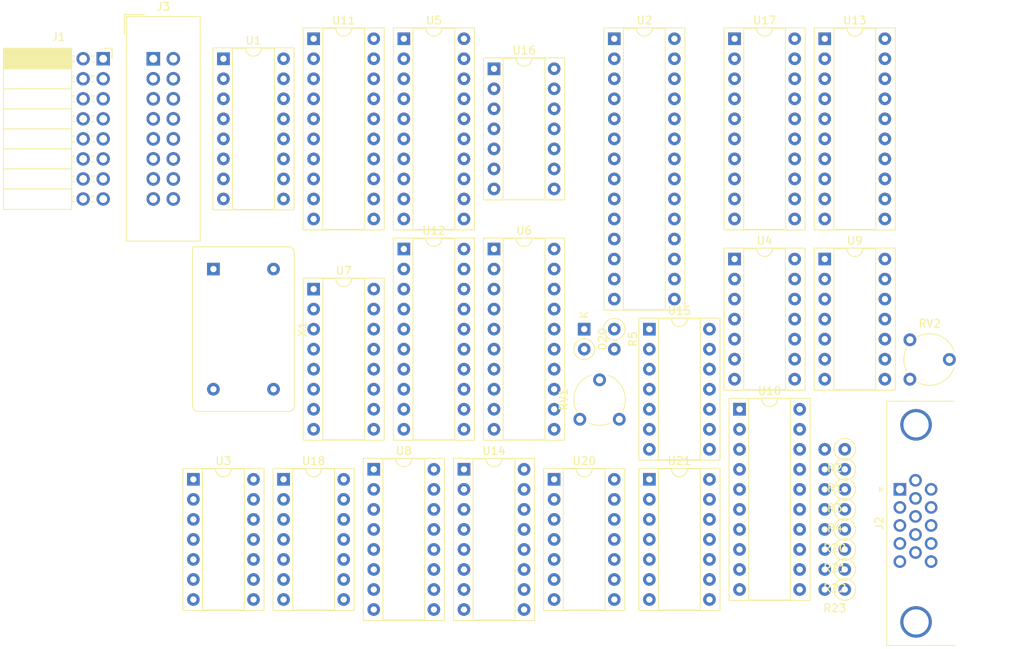
<source format=kicad_pcb>
(kicad_pcb (version 20171130) (host pcbnew "(5.1.2-1)-1")

  (general
    (thickness 1.6)
    (drawings 0)
    (tracks 0)
    (zones 0)
    (modules 36)
    (nets 123)
  )

  (page A4)
  (layers
    (0 F.Cu signal)
    (31 B.Cu signal)
    (32 B.Adhes user)
    (33 F.Adhes user)
    (34 B.Paste user)
    (35 F.Paste user)
    (36 B.SilkS user)
    (37 F.SilkS user)
    (38 B.Mask user)
    (39 F.Mask user)
    (40 Dwgs.User user)
    (41 Cmts.User user)
    (42 Eco1.User user)
    (43 Eco2.User user)
    (44 Edge.Cuts user)
    (45 Margin user)
    (46 B.CrtYd user)
    (47 F.CrtYd user)
    (48 B.Fab user)
    (49 F.Fab user)
  )

  (setup
    (last_trace_width 0.25)
    (trace_clearance 0.2)
    (zone_clearance 0.508)
    (zone_45_only no)
    (trace_min 0.2)
    (via_size 0.8)
    (via_drill 0.4)
    (via_min_size 0.4)
    (via_min_drill 0.3)
    (uvia_size 0.3)
    (uvia_drill 0.1)
    (uvias_allowed no)
    (uvia_min_size 0.2)
    (uvia_min_drill 0.1)
    (edge_width 0.05)
    (segment_width 0.2)
    (pcb_text_width 0.3)
    (pcb_text_size 1.5 1.5)
    (mod_edge_width 0.12)
    (mod_text_size 1 1)
    (mod_text_width 0.15)
    (pad_size 1.524 1.524)
    (pad_drill 0.762)
    (pad_to_mask_clearance 0.051)
    (solder_mask_min_width 0.25)
    (aux_axis_origin 0 0)
    (visible_elements FFFFFF7F)
    (pcbplotparams
      (layerselection 0x010fc_ffffffff)
      (usegerberextensions false)
      (usegerberattributes false)
      (usegerberadvancedattributes false)
      (creategerberjobfile false)
      (excludeedgelayer true)
      (linewidth 0.100000)
      (plotframeref false)
      (viasonmask false)
      (mode 1)
      (useauxorigin false)
      (hpglpennumber 1)
      (hpglpenspeed 20)
      (hpglpendiameter 15.000000)
      (psnegative false)
      (psa4output false)
      (plotreference true)
      (plotvalue true)
      (plotinvisibletext false)
      (padsonsilk false)
      (subtractmaskfromsilk false)
      (outputformat 1)
      (mirror false)
      (drillshape 1)
      (scaleselection 1)
      (outputdirectory ""))
  )

  (net 0 "")
  (net 1 GND)
  (net 2 /PD7)
  (net 3 /PD6)
  (net 4 /~IOX)
  (net 5 /PD5)
  (net 6 /BR~W)
  (net 7 /PD4)
  (net 8 /BA3)
  (net 9 /PD3)
  (net 10 /BA2)
  (net 11 /PD2)
  (net 12 /BA1)
  (net 13 /PD1)
  (net 14 /BA0)
  (net 15 /PD0)
  (net 16 +5V)
  (net 17 /VSYNC)
  (net 18 /~HSYNC)
  (net 19 /BLUE)
  (net 20 /GREEN)
  (net 21 /RED)
  (net 22 /D_GH)
  (net 23 /D_GL)
  (net 24 /~DOT)
  (net 25 /~DDOT)
  (net 26 /~LATCH_L)
  (net 27 /~VRAM_WR)
  (net 28 /~BA2)
  (net 29 /~VRAM_RD)
  (net 30 /~DWE)
  (net 31 /VD2)
  (net 32 /MA13)
  (net 33 /VD1)
  (net 34 /MA8)
  (net 35 /VD0)
  (net 36 /MA9)
  (net 37 /MA0)
  (net 38 /MA11)
  (net 39 /MA1)
  (net 40 /MA2)
  (net 41 /MA10)
  (net 42 /MA3)
  (net 43 /MA4)
  (net 44 /VD7)
  (net 45 /MA5)
  (net 46 /VD6)
  (net 47 /MA6)
  (net 48 /VD5)
  (net 49 /MA7)
  (net 50 /VD4)
  (net 51 /MA12)
  (net 52 /VD3)
  (net 53 /MA14)
  (net 54 /Q0)
  (net 55 /~CPU)
  (net 56 /C320)
  (net 57 /DOT)
  (net 58 /~VA6)
  (net 59 /VA5)
  (net 60 /CPU)
  (net 61 /~DE_H)
  (net 62 /~C320)
  (net 63 /~DE_V)
  (net 64 /FEND)
  (net 65 /~VA11)
  (net 66 /VA12)
  (net 67 /VA10)
  (net 68 /VA9)
  (net 69 /VA8)
  (net 70 /INVERT)
  (net 71 /~LATCH_H)
  (net 72 /VA0)
  (net 73 /VA1)
  (net 74 /VA6)
  (net 75 /VA2)
  (net 76 /VA3)
  (net 77 /MCLK)
  (net 78 /VA4)
  (net 79 /VA7)
  (net 80 /VA13)
  (net 81 /VA14)
  (net 82 /VA11)
  (net 83 /~DEN)
  (net 84 /I_GL)
  (net 85 /I_GH)
  (net 86 /R_GH)
  (net 87 /R_R)
  (net 88 /R_GL)
  (net 89 /R_B)
  (net 90 /L_GH)
  (net 91 /L_R)
  (net 92 /L_GL)
  (net 93 /L_B)
  (net 94 /X_GH)
  (net 95 /X_GL)
  (net 96 /~D2)
  (net 97 /~D1)
  (net 98 /~RDOT)
  (net 99 /~LDE)
  (net 100 /~MODE8)
  (net 101 /D_RH)
  (net 102 /D_GM)
  (net 103 /D_BH)
  (net 104 /D_RM)
  (net 105 /D_RL)
  (net 106 /D_BL)
  (net 107 /~SET4B)
  (net 108 /~SET8B)
  (net 109 /MODE8)
  (net 110 /~UDE)
  (net 111 /I_BL)
  (net 112 /I_RL)
  (net 113 /I_RM)
  (net 114 /I_BH)
  (net 115 /I_GM)
  (net 116 /I_RH)
  (net 117 /X_RH)
  (net 118 /X_BH)
  (net 119 /X_GM)
  (net 120 /X_BL)
  (net 121 /X_RM)
  (net 122 /X_RL)

  (net_class Default "Esta es la clase de red por defecto."
    (clearance 0.2)
    (trace_width 0.25)
    (via_dia 0.8)
    (via_drill 0.4)
    (uvia_dia 0.3)
    (uvia_drill 0.1)
    (add_net +5V)
    (add_net /BA0)
    (add_net /BA1)
    (add_net /BA2)
    (add_net /BA3)
    (add_net /BLUE)
    (add_net /BR~W)
    (add_net /C320)
    (add_net /CPU)
    (add_net /DOT)
    (add_net /D_BH)
    (add_net /D_BL)
    (add_net /D_GH)
    (add_net /D_GL)
    (add_net /D_GM)
    (add_net /D_RH)
    (add_net /D_RL)
    (add_net /D_RM)
    (add_net /FEND)
    (add_net /GREEN)
    (add_net /INVERT)
    (add_net /I_BH)
    (add_net /I_BL)
    (add_net /I_GH)
    (add_net /I_GL)
    (add_net /I_GM)
    (add_net /I_RH)
    (add_net /I_RL)
    (add_net /I_RM)
    (add_net /L_B)
    (add_net /L_GH)
    (add_net /L_GL)
    (add_net /L_R)
    (add_net /MA0)
    (add_net /MA1)
    (add_net /MA10)
    (add_net /MA11)
    (add_net /MA12)
    (add_net /MA13)
    (add_net /MA14)
    (add_net /MA2)
    (add_net /MA3)
    (add_net /MA4)
    (add_net /MA5)
    (add_net /MA6)
    (add_net /MA7)
    (add_net /MA8)
    (add_net /MA9)
    (add_net /MCLK)
    (add_net /MODE8)
    (add_net /PD0)
    (add_net /PD1)
    (add_net /PD2)
    (add_net /PD3)
    (add_net /PD4)
    (add_net /PD5)
    (add_net /PD6)
    (add_net /PD7)
    (add_net /Q0)
    (add_net /RED)
    (add_net /R_B)
    (add_net /R_GH)
    (add_net /R_GL)
    (add_net /R_R)
    (add_net /VA0)
    (add_net /VA1)
    (add_net /VA10)
    (add_net /VA11)
    (add_net /VA12)
    (add_net /VA13)
    (add_net /VA14)
    (add_net /VA2)
    (add_net /VA3)
    (add_net /VA4)
    (add_net /VA5)
    (add_net /VA6)
    (add_net /VA7)
    (add_net /VA8)
    (add_net /VA9)
    (add_net /VD0)
    (add_net /VD1)
    (add_net /VD2)
    (add_net /VD3)
    (add_net /VD4)
    (add_net /VD5)
    (add_net /VD6)
    (add_net /VD7)
    (add_net /VSYNC)
    (add_net /X_BH)
    (add_net /X_BL)
    (add_net /X_GH)
    (add_net /X_GL)
    (add_net /X_GM)
    (add_net /X_RH)
    (add_net /X_RL)
    (add_net /X_RM)
    (add_net /~BA2)
    (add_net /~C320)
    (add_net /~CPU)
    (add_net /~D1)
    (add_net /~D2)
    (add_net /~DDOT)
    (add_net /~DEN)
    (add_net /~DE_H)
    (add_net /~DE_V)
    (add_net /~DOT)
    (add_net /~DWE)
    (add_net /~HSYNC)
    (add_net /~IOX)
    (add_net /~LATCH_H)
    (add_net /~LATCH_L)
    (add_net /~LDE)
    (add_net /~MODE8)
    (add_net /~RDOT)
    (add_net /~SET4B)
    (add_net /~SET8B)
    (add_net /~UDE)
    (add_net /~VA11)
    (add_net /~VA6)
    (add_net /~VRAM_RD)
    (add_net /~VRAM_WR)
    (add_net GND)
    (add_net "Net-(J2-Pad11)")
    (add_net "Net-(J2-Pad12)")
    (add_net "Net-(J2-Pad15)")
    (add_net "Net-(J2-Pad4)")
    (add_net "Net-(U1-Pad12)")
    (add_net "Net-(U1-Pad7)")
    (add_net "Net-(U12-Pad11)")
    (add_net "Net-(U7-Pad1)")
    (add_net "Net-(U7-Pad14)")
    (add_net "Net-(U7-Pad15)")
    (add_net "Net-(U8-Pad1)")
    (add_net "Net-(U8-Pad15)")
    (add_net "Net-(U8-Pad9)")
    (add_net "Net-(U9-Pad6)")
    (add_net "Net-(X1-Pad1)")
  )

  (module Diode_THT:D_DO-35_SOD27_P2.54mm_Vertical_KathodeUp (layer F.Cu) (tedit 5AE50CD5) (tstamp 65A48328)
    (at 90.17 57.15 270)
    (descr "Diode, DO-35_SOD27 series, Axial, Vertical, pin pitch=2.54mm, , length*diameter=4*2mm^2, , http://www.diodes.com/_files/packages/DO-35.pdf")
    (tags "Diode DO-35_SOD27 series Axial Vertical pin pitch 2.54mm  length 4mm diameter 2mm")
    (path /65A9750F)
    (fp_text reference D20 (at 1.27 -2.326371 90) (layer F.SilkS)
      (effects (font (size 1 1) (thickness 0.15)))
    )
    (fp_text value BAT85 (at 1.27 3.215371 90) (layer F.Fab)
      (effects (font (size 1 1) (thickness 0.15)))
    )
    (fp_text user K (at -1.8 0 90) (layer F.SilkS)
      (effects (font (size 1 1) (thickness 0.15)))
    )
    (fp_text user K (at -1.8 0 90) (layer F.Fab)
      (effects (font (size 1 1) (thickness 0.15)))
    )
    (fp_text user %R (at 1.27 -2.326371 90) (layer F.Fab)
      (effects (font (size 1 1) (thickness 0.15)))
    )
    (fp_line (start 3.79 -1.25) (end -1.05 -1.25) (layer F.CrtYd) (width 0.05))
    (fp_line (start 3.79 1.25) (end 3.79 -1.25) (layer F.CrtYd) (width 0.05))
    (fp_line (start -1.05 1.25) (end 3.79 1.25) (layer F.CrtYd) (width 0.05))
    (fp_line (start -1.05 -1.25) (end -1.05 1.25) (layer F.CrtYd) (width 0.05))
    (fp_line (start 1.213629 0) (end 1.1 0) (layer F.SilkS) (width 0.12))
    (fp_line (start 0 0) (end 2.54 0) (layer F.Fab) (width 0.1))
    (fp_circle (center 2.54 0) (end 3.866371 0) (layer F.SilkS) (width 0.12))
    (fp_circle (center 2.54 0) (end 3.54 0) (layer F.Fab) (width 0.1))
    (pad 2 thru_hole oval (at 2.54 0 270) (size 1.6 1.6) (drill 0.8) (layers *.Cu *.Mask)
      (net 25 /~DDOT))
    (pad 1 thru_hole rect (at 0 0 270) (size 1.6 1.6) (drill 0.8) (layers *.Cu *.Mask)
      (net 100 /~MODE8))
    (model ${KISYS3DMOD}/Diode_THT.3dshapes/D_DO-35_SOD27_P2.54mm_Vertical_KathodeUp.wrl
      (at (xyz 0 0 0))
      (scale (xyz 1 1 1))
      (rotate (xyz 0 0 0))
    )
  )

  (module Connector_IDC:IDC-Header_2x08_P2.54mm_Vertical (layer F.Cu) (tedit 59DE0341) (tstamp 65A57CF9)
    (at 35.56 22.86)
    (descr "Through hole straight IDC box header, 2x08, 2.54mm pitch, double rows")
    (tags "Through hole IDC box header THT 2x08 2.54mm double row")
    (path /65AB675D)
    (fp_text reference J3 (at 1.27 -6.604) (layer F.SilkS)
      (effects (font (size 1 1) (thickness 0.15)))
    )
    (fp_text value IOx (at 1.27 24.384) (layer F.Fab)
      (effects (font (size 1 1) (thickness 0.15)))
    )
    (fp_line (start -3.655 -5.6) (end -1.115 -5.6) (layer F.SilkS) (width 0.12))
    (fp_line (start -3.655 -5.6) (end -3.655 -3.06) (layer F.SilkS) (width 0.12))
    (fp_line (start -3.405 -5.35) (end 5.945 -5.35) (layer F.SilkS) (width 0.12))
    (fp_line (start -3.405 23.13) (end -3.405 -5.35) (layer F.SilkS) (width 0.12))
    (fp_line (start 5.945 23.13) (end -3.405 23.13) (layer F.SilkS) (width 0.12))
    (fp_line (start 5.945 -5.35) (end 5.945 23.13) (layer F.SilkS) (width 0.12))
    (fp_line (start -3.41 -5.35) (end 5.95 -5.35) (layer F.CrtYd) (width 0.05))
    (fp_line (start -3.41 23.13) (end -3.41 -5.35) (layer F.CrtYd) (width 0.05))
    (fp_line (start 5.95 23.13) (end -3.41 23.13) (layer F.CrtYd) (width 0.05))
    (fp_line (start 5.95 -5.35) (end 5.95 23.13) (layer F.CrtYd) (width 0.05))
    (fp_line (start -3.155 22.88) (end -2.605 22.32) (layer F.Fab) (width 0.1))
    (fp_line (start -3.155 -5.1) (end -2.605 -4.56) (layer F.Fab) (width 0.1))
    (fp_line (start 5.695 22.88) (end 5.145 22.32) (layer F.Fab) (width 0.1))
    (fp_line (start 5.695 -5.1) (end 5.145 -4.56) (layer F.Fab) (width 0.1))
    (fp_line (start 5.145 22.32) (end -2.605 22.32) (layer F.Fab) (width 0.1))
    (fp_line (start 5.695 22.88) (end -3.155 22.88) (layer F.Fab) (width 0.1))
    (fp_line (start 5.145 -4.56) (end -2.605 -4.56) (layer F.Fab) (width 0.1))
    (fp_line (start 5.695 -5.1) (end -3.155 -5.1) (layer F.Fab) (width 0.1))
    (fp_line (start -2.605 11.14) (end -3.155 11.14) (layer F.Fab) (width 0.1))
    (fp_line (start -2.605 6.64) (end -3.155 6.64) (layer F.Fab) (width 0.1))
    (fp_line (start -2.605 11.14) (end -2.605 22.32) (layer F.Fab) (width 0.1))
    (fp_line (start -2.605 -4.56) (end -2.605 6.64) (layer F.Fab) (width 0.1))
    (fp_line (start -3.155 -5.1) (end -3.155 22.88) (layer F.Fab) (width 0.1))
    (fp_line (start 5.145 -4.56) (end 5.145 22.32) (layer F.Fab) (width 0.1))
    (fp_line (start 5.695 -5.1) (end 5.695 22.88) (layer F.Fab) (width 0.1))
    (fp_text user %R (at 1.27 8.89) (layer F.Fab)
      (effects (font (size 1 1) (thickness 0.15)))
    )
    (pad 16 thru_hole oval (at 2.54 17.78) (size 1.7272 1.7272) (drill 1.016) (layers *.Cu *.Mask)
      (net 2 /PD7))
    (pad 15 thru_hole oval (at 0 17.78) (size 1.7272 1.7272) (drill 1.016) (layers *.Cu *.Mask)
      (net 1 GND))
    (pad 14 thru_hole oval (at 2.54 15.24) (size 1.7272 1.7272) (drill 1.016) (layers *.Cu *.Mask)
      (net 3 /PD6))
    (pad 13 thru_hole oval (at 0 15.24) (size 1.7272 1.7272) (drill 1.016) (layers *.Cu *.Mask)
      (net 4 /~IOX))
    (pad 12 thru_hole oval (at 2.54 12.7) (size 1.7272 1.7272) (drill 1.016) (layers *.Cu *.Mask)
      (net 5 /PD5))
    (pad 11 thru_hole oval (at 0 12.7) (size 1.7272 1.7272) (drill 1.016) (layers *.Cu *.Mask)
      (net 6 /BR~W))
    (pad 10 thru_hole oval (at 2.54 10.16) (size 1.7272 1.7272) (drill 1.016) (layers *.Cu *.Mask)
      (net 7 /PD4))
    (pad 9 thru_hole oval (at 0 10.16) (size 1.7272 1.7272) (drill 1.016) (layers *.Cu *.Mask)
      (net 8 /BA3))
    (pad 8 thru_hole oval (at 2.54 7.62) (size 1.7272 1.7272) (drill 1.016) (layers *.Cu *.Mask)
      (net 9 /PD3))
    (pad 7 thru_hole oval (at 0 7.62) (size 1.7272 1.7272) (drill 1.016) (layers *.Cu *.Mask)
      (net 10 /BA2))
    (pad 6 thru_hole oval (at 2.54 5.08) (size 1.7272 1.7272) (drill 1.016) (layers *.Cu *.Mask)
      (net 11 /PD2))
    (pad 5 thru_hole oval (at 0 5.08) (size 1.7272 1.7272) (drill 1.016) (layers *.Cu *.Mask)
      (net 12 /BA1))
    (pad 4 thru_hole oval (at 2.54 2.54) (size 1.7272 1.7272) (drill 1.016) (layers *.Cu *.Mask)
      (net 13 /PD1))
    (pad 3 thru_hole oval (at 0 2.54) (size 1.7272 1.7272) (drill 1.016) (layers *.Cu *.Mask)
      (net 14 /BA0))
    (pad 2 thru_hole oval (at 2.54 0) (size 1.7272 1.7272) (drill 1.016) (layers *.Cu *.Mask)
      (net 15 /PD0))
    (pad 1 thru_hole rect (at 0 0) (size 1.7272 1.7272) (drill 1.016) (layers *.Cu *.Mask)
      (net 16 +5V))
    (model ${KISYS3DMOD}/Connector_IDC.3dshapes/IDC-Header_2x08_P2.54mm_Vertical.wrl
      (at (xyz 0 0 0))
      (scale (xyz 1 1 1))
      (rotate (xyz 0 0 0))
    )
  )

  (module Package_DIP:DIP-14_W7.62mm_Socket (layer F.Cu) (tedit 5A02E8C5) (tstamp 65A48BE7)
    (at 98.425 76.2)
    (descr "14-lead though-hole mounted DIP package, row spacing 7.62 mm (300 mils), Socket")
    (tags "THT DIP DIL PDIP 2.54mm 7.62mm 300mil Socket")
    (path /65C4FD12)
    (fp_text reference U21 (at 3.81 -2.33) (layer F.SilkS)
      (effects (font (size 1 1) (thickness 0.15)))
    )
    (fp_text value 74HC86 (at 3.81 17.57) (layer F.Fab)
      (effects (font (size 1 1) (thickness 0.15)))
    )
    (fp_text user %R (at 3.81 7.62) (layer F.Fab)
      (effects (font (size 1 1) (thickness 0.15)))
    )
    (fp_line (start 9.15 -1.6) (end -1.55 -1.6) (layer F.CrtYd) (width 0.05))
    (fp_line (start 9.15 16.85) (end 9.15 -1.6) (layer F.CrtYd) (width 0.05))
    (fp_line (start -1.55 16.85) (end 9.15 16.85) (layer F.CrtYd) (width 0.05))
    (fp_line (start -1.55 -1.6) (end -1.55 16.85) (layer F.CrtYd) (width 0.05))
    (fp_line (start 8.95 -1.39) (end -1.33 -1.39) (layer F.SilkS) (width 0.12))
    (fp_line (start 8.95 16.63) (end 8.95 -1.39) (layer F.SilkS) (width 0.12))
    (fp_line (start -1.33 16.63) (end 8.95 16.63) (layer F.SilkS) (width 0.12))
    (fp_line (start -1.33 -1.39) (end -1.33 16.63) (layer F.SilkS) (width 0.12))
    (fp_line (start 6.46 -1.33) (end 4.81 -1.33) (layer F.SilkS) (width 0.12))
    (fp_line (start 6.46 16.57) (end 6.46 -1.33) (layer F.SilkS) (width 0.12))
    (fp_line (start 1.16 16.57) (end 6.46 16.57) (layer F.SilkS) (width 0.12))
    (fp_line (start 1.16 -1.33) (end 1.16 16.57) (layer F.SilkS) (width 0.12))
    (fp_line (start 2.81 -1.33) (end 1.16 -1.33) (layer F.SilkS) (width 0.12))
    (fp_line (start 8.89 -1.33) (end -1.27 -1.33) (layer F.Fab) (width 0.1))
    (fp_line (start 8.89 16.57) (end 8.89 -1.33) (layer F.Fab) (width 0.1))
    (fp_line (start -1.27 16.57) (end 8.89 16.57) (layer F.Fab) (width 0.1))
    (fp_line (start -1.27 -1.33) (end -1.27 16.57) (layer F.Fab) (width 0.1))
    (fp_line (start 0.635 -0.27) (end 1.635 -1.27) (layer F.Fab) (width 0.1))
    (fp_line (start 0.635 16.51) (end 0.635 -0.27) (layer F.Fab) (width 0.1))
    (fp_line (start 6.985 16.51) (end 0.635 16.51) (layer F.Fab) (width 0.1))
    (fp_line (start 6.985 -1.27) (end 6.985 16.51) (layer F.Fab) (width 0.1))
    (fp_line (start 1.635 -1.27) (end 6.985 -1.27) (layer F.Fab) (width 0.1))
    (fp_arc (start 3.81 -1.33) (end 2.81 -1.33) (angle -180) (layer F.SilkS) (width 0.12))
    (pad 14 thru_hole oval (at 7.62 0) (size 1.6 1.6) (drill 0.8) (layers *.Cu *.Mask)
      (net 16 +5V))
    (pad 7 thru_hole oval (at 0 15.24) (size 1.6 1.6) (drill 0.8) (layers *.Cu *.Mask)
      (net 1 GND))
    (pad 13 thru_hole oval (at 7.62 2.54) (size 1.6 1.6) (drill 0.8) (layers *.Cu *.Mask)
      (net 70 /INVERT))
    (pad 6 thru_hole oval (at 0 12.7) (size 1.6 1.6) (drill 0.8) (layers *.Cu *.Mask)
      (net 84 /I_GL))
    (pad 12 thru_hole oval (at 7.62 5.08) (size 1.6 1.6) (drill 0.8) (layers *.Cu *.Mask)
      (net 120 /X_BL))
    (pad 5 thru_hole oval (at 0 10.16) (size 1.6 1.6) (drill 0.8) (layers *.Cu *.Mask)
      (net 70 /INVERT))
    (pad 11 thru_hole oval (at 7.62 7.62) (size 1.6 1.6) (drill 0.8) (layers *.Cu *.Mask)
      (net 111 /I_BL))
    (pad 4 thru_hole oval (at 0 7.62) (size 1.6 1.6) (drill 0.8) (layers *.Cu *.Mask)
      (net 95 /X_GL))
    (pad 10 thru_hole oval (at 7.62 10.16) (size 1.6 1.6) (drill 0.8) (layers *.Cu *.Mask)
      (net 70 /INVERT))
    (pad 3 thru_hole oval (at 0 5.08) (size 1.6 1.6) (drill 0.8) (layers *.Cu *.Mask)
      (net 113 /I_RM))
    (pad 9 thru_hole oval (at 7.62 12.7) (size 1.6 1.6) (drill 0.8) (layers *.Cu *.Mask)
      (net 122 /X_RL))
    (pad 2 thru_hole oval (at 0 2.54) (size 1.6 1.6) (drill 0.8) (layers *.Cu *.Mask)
      (net 70 /INVERT))
    (pad 8 thru_hole oval (at 7.62 15.24) (size 1.6 1.6) (drill 0.8) (layers *.Cu *.Mask)
      (net 112 /I_RL))
    (pad 1 thru_hole rect (at 0 0) (size 1.6 1.6) (drill 0.8) (layers *.Cu *.Mask)
      (net 121 /X_RM))
    (model ${KISYS3DMOD}/Package_DIP.3dshapes/DIP-14_W7.62mm_Socket.wrl
      (at (xyz 0 0 0))
      (scale (xyz 1 1 1))
      (rotate (xyz 0 0 0))
    )
  )

  (module Package_DIP:DIP-14_W7.62mm_Socket (layer F.Cu) (tedit 5A02E8C5) (tstamp 65A48BBD)
    (at 86.36 76.2)
    (descr "14-lead though-hole mounted DIP package, row spacing 7.62 mm (300 mils), Socket")
    (tags "THT DIP DIL PDIP 2.54mm 7.62mm 300mil Socket")
    (path /65B39D06)
    (fp_text reference U20 (at 3.81 -2.33) (layer F.SilkS)
      (effects (font (size 1 1) (thickness 0.15)))
    )
    (fp_text value 74HC08 (at 3.81 17.57) (layer F.Fab)
      (effects (font (size 1 1) (thickness 0.15)))
    )
    (fp_text user %R (at 3.81 7.62) (layer F.Fab)
      (effects (font (size 1 1) (thickness 0.15)))
    )
    (fp_line (start 9.15 -1.6) (end -1.55 -1.6) (layer F.CrtYd) (width 0.05))
    (fp_line (start 9.15 16.85) (end 9.15 -1.6) (layer F.CrtYd) (width 0.05))
    (fp_line (start -1.55 16.85) (end 9.15 16.85) (layer F.CrtYd) (width 0.05))
    (fp_line (start -1.55 -1.6) (end -1.55 16.85) (layer F.CrtYd) (width 0.05))
    (fp_line (start 8.95 -1.39) (end -1.33 -1.39) (layer F.SilkS) (width 0.12))
    (fp_line (start 8.95 16.63) (end 8.95 -1.39) (layer F.SilkS) (width 0.12))
    (fp_line (start -1.33 16.63) (end 8.95 16.63) (layer F.SilkS) (width 0.12))
    (fp_line (start -1.33 -1.39) (end -1.33 16.63) (layer F.SilkS) (width 0.12))
    (fp_line (start 6.46 -1.33) (end 4.81 -1.33) (layer F.SilkS) (width 0.12))
    (fp_line (start 6.46 16.57) (end 6.46 -1.33) (layer F.SilkS) (width 0.12))
    (fp_line (start 1.16 16.57) (end 6.46 16.57) (layer F.SilkS) (width 0.12))
    (fp_line (start 1.16 -1.33) (end 1.16 16.57) (layer F.SilkS) (width 0.12))
    (fp_line (start 2.81 -1.33) (end 1.16 -1.33) (layer F.SilkS) (width 0.12))
    (fp_line (start 8.89 -1.33) (end -1.27 -1.33) (layer F.Fab) (width 0.1))
    (fp_line (start 8.89 16.57) (end 8.89 -1.33) (layer F.Fab) (width 0.1))
    (fp_line (start -1.27 16.57) (end 8.89 16.57) (layer F.Fab) (width 0.1))
    (fp_line (start -1.27 -1.33) (end -1.27 16.57) (layer F.Fab) (width 0.1))
    (fp_line (start 0.635 -0.27) (end 1.635 -1.27) (layer F.Fab) (width 0.1))
    (fp_line (start 0.635 16.51) (end 0.635 -0.27) (layer F.Fab) (width 0.1))
    (fp_line (start 6.985 16.51) (end 0.635 16.51) (layer F.Fab) (width 0.1))
    (fp_line (start 6.985 -1.27) (end 6.985 16.51) (layer F.Fab) (width 0.1))
    (fp_line (start 1.635 -1.27) (end 6.985 -1.27) (layer F.Fab) (width 0.1))
    (fp_arc (start 3.81 -1.33) (end 2.81 -1.33) (angle -180) (layer F.SilkS) (width 0.12))
    (pad 14 thru_hole oval (at 7.62 0) (size 1.6 1.6) (drill 0.8) (layers *.Cu *.Mask)
      (net 16 +5V))
    (pad 7 thru_hole oval (at 0 15.24) (size 1.6 1.6) (drill 0.8) (layers *.Cu *.Mask)
      (net 1 GND))
    (pad 13 thru_hole oval (at 7.62 2.54) (size 1.6 1.6) (drill 0.8) (layers *.Cu *.Mask)
      (net 109 /MODE8))
    (pad 6 thru_hole oval (at 0 12.7) (size 1.6 1.6) (drill 0.8) (layers *.Cu *.Mask)
      (net 95 /X_GL))
    (pad 12 thru_hole oval (at 7.62 5.08) (size 1.6 1.6) (drill 0.8) (layers *.Cu *.Mask)
      (net 93 /L_B))
    (pad 5 thru_hole oval (at 0 10.16) (size 1.6 1.6) (drill 0.8) (layers *.Cu *.Mask)
      (net 109 /MODE8))
    (pad 11 thru_hole oval (at 7.62 7.62) (size 1.6 1.6) (drill 0.8) (layers *.Cu *.Mask)
      (net 120 /X_BL))
    (pad 4 thru_hole oval (at 0 7.62) (size 1.6 1.6) (drill 0.8) (layers *.Cu *.Mask)
      (net 91 /L_R))
    (pad 10 thru_hole oval (at 7.62 10.16) (size 1.6 1.6) (drill 0.8) (layers *.Cu *.Mask)
      (net 109 /MODE8))
    (pad 3 thru_hole oval (at 0 5.08) (size 1.6 1.6) (drill 0.8) (layers *.Cu *.Mask)
      (net 121 /X_RM))
    (pad 9 thru_hole oval (at 7.62 12.7) (size 1.6 1.6) (drill 0.8) (layers *.Cu *.Mask)
      (net 92 /L_GL))
    (pad 2 thru_hole oval (at 0 2.54) (size 1.6 1.6) (drill 0.8) (layers *.Cu *.Mask)
      (net 109 /MODE8))
    (pad 8 thru_hole oval (at 7.62 15.24) (size 1.6 1.6) (drill 0.8) (layers *.Cu *.Mask)
      (net 122 /X_RL))
    (pad 1 thru_hole rect (at 0 0) (size 1.6 1.6) (drill 0.8) (layers *.Cu *.Mask)
      (net 90 /L_GH))
    (model ${KISYS3DMOD}/Package_DIP.3dshapes/DIP-14_W7.62mm_Socket.wrl
      (at (xyz 0 0 0))
      (scale (xyz 1 1 1))
      (rotate (xyz 0 0 0))
    )
  )

  (module Resistor_THT:R_Axial_DIN0207_L6.3mm_D2.5mm_P2.54mm_Vertical (layer F.Cu) (tedit 5AE5139B) (tstamp 65A48534)
    (at 123.19 90.17 180)
    (descr "Resistor, Axial_DIN0207 series, Axial, Vertical, pin pitch=2.54mm, 0.25W = 1/4W, length*diameter=6.3*2.5mm^2, http://cdn-reichelt.de/documents/datenblatt/B400/1_4W%23YAG.pdf")
    (tags "Resistor Axial_DIN0207 series Axial Vertical pin pitch 2.54mm 0.25W = 1/4W length 6.3mm diameter 2.5mm")
    (path /65F219EF)
    (fp_text reference R23 (at 1.27 -2.37) (layer F.SilkS)
      (effects (font (size 1 1) (thickness 0.15)))
    )
    (fp_text value 1K (at 1.27 2.37) (layer F.Fab)
      (effects (font (size 1 1) (thickness 0.15)))
    )
    (fp_text user %R (at 1.27 -2.37) (layer F.Fab)
      (effects (font (size 1 1) (thickness 0.15)))
    )
    (fp_line (start 3.59 -1.5) (end -1.5 -1.5) (layer F.CrtYd) (width 0.05))
    (fp_line (start 3.59 1.5) (end 3.59 -1.5) (layer F.CrtYd) (width 0.05))
    (fp_line (start -1.5 1.5) (end 3.59 1.5) (layer F.CrtYd) (width 0.05))
    (fp_line (start -1.5 -1.5) (end -1.5 1.5) (layer F.CrtYd) (width 0.05))
    (fp_line (start 1.37 0) (end 1.44 0) (layer F.SilkS) (width 0.12))
    (fp_line (start 0 0) (end 2.54 0) (layer F.Fab) (width 0.1))
    (fp_circle (center 0 0) (end 1.37 0) (layer F.SilkS) (width 0.12))
    (fp_circle (center 0 0) (end 1.25 0) (layer F.Fab) (width 0.1))
    (pad 2 thru_hole oval (at 2.54 0 180) (size 1.6 1.6) (drill 0.8) (layers *.Cu *.Mask)
      (net 106 /D_BL))
    (pad 1 thru_hole circle (at 0 0 180) (size 1.6 1.6) (drill 0.8) (layers *.Cu *.Mask)
      (net 19 /BLUE))
    (model ${KISYS3DMOD}/Resistor_THT.3dshapes/R_Axial_DIN0207_L6.3mm_D2.5mm_P2.54mm_Vertical.wrl
      (at (xyz 0 0 0))
      (scale (xyz 1 1 1))
      (rotate (xyz 0 0 0))
    )
  )

  (module Resistor_THT:R_Axial_DIN0207_L6.3mm_D2.5mm_P2.54mm_Vertical (layer F.Cu) (tedit 5AE5139B) (tstamp 65A48525)
    (at 123.19 87.63 180)
    (descr "Resistor, Axial_DIN0207 series, Axial, Vertical, pin pitch=2.54mm, 0.25W = 1/4W, length*diameter=6.3*2.5mm^2, http://cdn-reichelt.de/documents/datenblatt/B400/1_4W%23YAG.pdf")
    (tags "Resistor Axial_DIN0207 series Axial Vertical pin pitch 2.54mm 0.25W = 1/4W length 6.3mm diameter 2.5mm")
    (path /65F1EFAB)
    (fp_text reference R22 (at 1.27 -2.37) (layer F.SilkS)
      (effects (font (size 1 1) (thickness 0.15)))
    )
    (fp_text value 2K2 (at 1.27 2.37) (layer F.Fab)
      (effects (font (size 1 1) (thickness 0.15)))
    )
    (fp_text user %R (at 1.27 -2.37) (layer F.Fab)
      (effects (font (size 1 1) (thickness 0.15)))
    )
    (fp_line (start 3.59 -1.5) (end -1.5 -1.5) (layer F.CrtYd) (width 0.05))
    (fp_line (start 3.59 1.5) (end 3.59 -1.5) (layer F.CrtYd) (width 0.05))
    (fp_line (start -1.5 1.5) (end 3.59 1.5) (layer F.CrtYd) (width 0.05))
    (fp_line (start -1.5 -1.5) (end -1.5 1.5) (layer F.CrtYd) (width 0.05))
    (fp_line (start 1.37 0) (end 1.44 0) (layer F.SilkS) (width 0.12))
    (fp_line (start 0 0) (end 2.54 0) (layer F.Fab) (width 0.1))
    (fp_circle (center 0 0) (end 1.37 0) (layer F.SilkS) (width 0.12))
    (fp_circle (center 0 0) (end 1.25 0) (layer F.Fab) (width 0.1))
    (pad 2 thru_hole oval (at 2.54 0 180) (size 1.6 1.6) (drill 0.8) (layers *.Cu *.Mask)
      (net 105 /D_RL))
    (pad 1 thru_hole circle (at 0 0 180) (size 1.6 1.6) (drill 0.8) (layers *.Cu *.Mask)
      (net 21 /RED))
    (model ${KISYS3DMOD}/Resistor_THT.3dshapes/R_Axial_DIN0207_L6.3mm_D2.5mm_P2.54mm_Vertical.wrl
      (at (xyz 0 0 0))
      (scale (xyz 1 1 1))
      (rotate (xyz 0 0 0))
    )
  )

  (module Resistor_THT:R_Axial_DIN0207_L6.3mm_D2.5mm_P2.54mm_Vertical (layer F.Cu) (tedit 5AE5139B) (tstamp 65A63113)
    (at 123.19 85.09 180)
    (descr "Resistor, Axial_DIN0207 series, Axial, Vertical, pin pitch=2.54mm, 0.25W = 1/4W, length*diameter=6.3*2.5mm^2, http://cdn-reichelt.de/documents/datenblatt/B400/1_4W%23YAG.pdf")
    (tags "Resistor Axial_DIN0207 series Axial Vertical pin pitch 2.54mm 0.25W = 1/4W length 6.3mm diameter 2.5mm")
    (path /65F1DA21)
    (fp_text reference R21 (at 1.27 -2.37) (layer F.SilkS)
      (effects (font (size 1 1) (thickness 0.15)))
    )
    (fp_text value 2K2 (at 1.27 2.37) (layer F.Fab)
      (effects (font (size 1 1) (thickness 0.15)))
    )
    (fp_text user %R (at 1.27 -2.37) (layer F.Fab)
      (effects (font (size 1 1) (thickness 0.15)))
    )
    (fp_line (start 3.59 -1.5) (end -1.5 -1.5) (layer F.CrtYd) (width 0.05))
    (fp_line (start 3.59 1.5) (end 3.59 -1.5) (layer F.CrtYd) (width 0.05))
    (fp_line (start -1.5 1.5) (end 3.59 1.5) (layer F.CrtYd) (width 0.05))
    (fp_line (start -1.5 -1.5) (end -1.5 1.5) (layer F.CrtYd) (width 0.05))
    (fp_line (start 1.37 0) (end 1.44 0) (layer F.SilkS) (width 0.12))
    (fp_line (start 0 0) (end 2.54 0) (layer F.Fab) (width 0.1))
    (fp_circle (center 0 0) (end 1.37 0) (layer F.SilkS) (width 0.12))
    (fp_circle (center 0 0) (end 1.25 0) (layer F.Fab) (width 0.1))
    (pad 2 thru_hole oval (at 2.54 0 180) (size 1.6 1.6) (drill 0.8) (layers *.Cu *.Mask)
      (net 23 /D_GL))
    (pad 1 thru_hole circle (at 0 0 180) (size 1.6 1.6) (drill 0.8) (layers *.Cu *.Mask)
      (net 20 /GREEN))
    (model ${KISYS3DMOD}/Resistor_THT.3dshapes/R_Axial_DIN0207_L6.3mm_D2.5mm_P2.54mm_Vertical.wrl
      (at (xyz 0 0 0))
      (scale (xyz 1 1 1))
      (rotate (xyz 0 0 0))
    )
  )

  (module Resistor_THT:R_Axial_DIN0207_L6.3mm_D2.5mm_P2.54mm_Vertical (layer F.Cu) (tedit 5AE5139B) (tstamp 65A48507)
    (at 123.19 82.55 180)
    (descr "Resistor, Axial_DIN0207 series, Axial, Vertical, pin pitch=2.54mm, 0.25W = 1/4W, length*diameter=6.3*2.5mm^2, http://cdn-reichelt.de/documents/datenblatt/B400/1_4W%23YAG.pdf")
    (tags "Resistor Axial_DIN0207 series Axial Vertical pin pitch 2.54mm 0.25W = 1/4W length 6.3mm diameter 2.5mm")
    (path /65F1C3AC)
    (fp_text reference R20 (at 1.27 -2.37) (layer F.SilkS)
      (effects (font (size 1 1) (thickness 0.15)))
    )
    (fp_text value 1K2 (at 1.27 2.37) (layer F.Fab)
      (effects (font (size 1 1) (thickness 0.15)))
    )
    (fp_text user %R (at 1.27 -2.37) (layer F.Fab)
      (effects (font (size 1 1) (thickness 0.15)))
    )
    (fp_line (start 3.59 -1.5) (end -1.5 -1.5) (layer F.CrtYd) (width 0.05))
    (fp_line (start 3.59 1.5) (end 3.59 -1.5) (layer F.CrtYd) (width 0.05))
    (fp_line (start -1.5 1.5) (end 3.59 1.5) (layer F.CrtYd) (width 0.05))
    (fp_line (start -1.5 -1.5) (end -1.5 1.5) (layer F.CrtYd) (width 0.05))
    (fp_line (start 1.37 0) (end 1.44 0) (layer F.SilkS) (width 0.12))
    (fp_line (start 0 0) (end 2.54 0) (layer F.Fab) (width 0.1))
    (fp_circle (center 0 0) (end 1.37 0) (layer F.SilkS) (width 0.12))
    (fp_circle (center 0 0) (end 1.25 0) (layer F.Fab) (width 0.1))
    (pad 2 thru_hole oval (at 2.54 0 180) (size 1.6 1.6) (drill 0.8) (layers *.Cu *.Mask)
      (net 104 /D_RM))
    (pad 1 thru_hole circle (at 0 0 180) (size 1.6 1.6) (drill 0.8) (layers *.Cu *.Mask)
      (net 21 /RED))
    (model ${KISYS3DMOD}/Resistor_THT.3dshapes/R_Axial_DIN0207_L6.3mm_D2.5mm_P2.54mm_Vertical.wrl
      (at (xyz 0 0 0))
      (scale (xyz 1 1 1))
      (rotate (xyz 0 0 0))
    )
  )

  (module Potentiometer_THT:Potentiometer_Piher_PT-6-V_Vertical (layer F.Cu) (tedit 5A3D4993) (tstamp 65A33E87)
    (at 131.445 63.5)
    (descr "Potentiometer, vertical, Piher PT-6-V, http://www.piher-nacesa.com/pdf/11-PT6v03.pdf")
    (tags "Potentiometer vertical Piher PT-6-V")
    (path /65A89069)
    (fp_text reference RV2 (at 2.5 -7.06) (layer F.SilkS)
      (effects (font (size 1 1) (thickness 0.15)))
    )
    (fp_text value 10K (at 2.5 2.06) (layer F.Fab)
      (effects (font (size 1 1) (thickness 0.15)))
    )
    (fp_text user %R (at 0.55 -2.5 90) (layer F.Fab)
      (effects (font (size 1 1) (thickness 0.15)))
    )
    (fp_line (start 6.1 -6.1) (end -1.1 -6.1) (layer F.CrtYd) (width 0.05))
    (fp_line (start 6.1 1.1) (end 6.1 -6.1) (layer F.CrtYd) (width 0.05))
    (fp_line (start -1.1 1.1) (end 6.1 1.1) (layer F.CrtYd) (width 0.05))
    (fp_line (start -1.1 -6.1) (end -1.1 1.1) (layer F.CrtYd) (width 0.05))
    (fp_circle (center 2.5 -2.5) (end 3.4 -2.5) (layer F.Fab) (width 0.1))
    (fp_circle (center 2.5 -2.5) (end 5.65 -2.5) (layer F.Fab) (width 0.1))
    (fp_arc (start 2.5 -2.5) (end 1.015 0.414) (angle -28) (layer F.SilkS) (width 0.12))
    (fp_arc (start 2.5 -2.5) (end -0.414 -3.984) (angle -54) (layer F.SilkS) (width 0.12))
    (fp_arc (start 2.5 -2.5) (end 5.592 -3.564) (angle -98) (layer F.SilkS) (width 0.12))
    (fp_arc (start 2.5 -2.5) (end 2.5 0.77) (angle -71) (layer F.SilkS) (width 0.12))
    (pad 1 thru_hole circle (at 0 0) (size 1.62 1.62) (drill 0.9) (layers *.Cu *.Mask)
      (net 83 /~DEN))
    (pad 2 thru_hole circle (at 5 -2.5) (size 1.62 1.62) (drill 0.9) (layers *.Cu *.Mask)
      (net 99 /~LDE))
    (pad 3 thru_hole circle (at 0 -5) (size 1.62 1.62) (drill 0.9) (layers *.Cu *.Mask)
      (net 99 /~LDE))
    (model ${KISYS3DMOD}/Potentiometer_THT.3dshapes/Potentiometer_Piher_PT-6-V_Vertical.wrl
      (at (xyz 0 0 0))
      (scale (xyz 1 1 1))
      (rotate (xyz 0 0 0))
    )
  )

  (module Resistor_THT:R_Axial_DIN0207_L6.3mm_D2.5mm_P2.54mm_Vertical (layer F.Cu) (tedit 5AE5139B) (tstamp 65A33E53)
    (at 93.98 57.15 270)
    (descr "Resistor, Axial_DIN0207 series, Axial, Vertical, pin pitch=2.54mm, 0.25W = 1/4W, length*diameter=6.3*2.5mm^2, http://cdn-reichelt.de/documents/datenblatt/B400/1_4W%23YAG.pdf")
    (tags "Resistor Axial_DIN0207 series Axial Vertical pin pitch 2.54mm 0.25W = 1/4W length 6.3mm diameter 2.5mm")
    (path /65A6028D)
    (fp_text reference R5 (at 1.27 -2.37 90) (layer F.SilkS)
      (effects (font (size 1 1) (thickness 0.15)))
    )
    (fp_text value 680 (at 1.27 2.37 90) (layer F.Fab)
      (effects (font (size 1 1) (thickness 0.15)))
    )
    (fp_text user %R (at 1.27 -2.37 90) (layer F.Fab)
      (effects (font (size 1 1) (thickness 0.15)))
    )
    (fp_line (start 3.59 -1.5) (end -1.5 -1.5) (layer F.CrtYd) (width 0.05))
    (fp_line (start 3.59 1.5) (end 3.59 -1.5) (layer F.CrtYd) (width 0.05))
    (fp_line (start -1.5 1.5) (end 3.59 1.5) (layer F.CrtYd) (width 0.05))
    (fp_line (start -1.5 -1.5) (end -1.5 1.5) (layer F.CrtYd) (width 0.05))
    (fp_line (start 1.37 0) (end 1.44 0) (layer F.SilkS) (width 0.12))
    (fp_line (start 0 0) (end 2.54 0) (layer F.Fab) (width 0.1))
    (fp_circle (center 0 0) (end 1.37 0) (layer F.SilkS) (width 0.12))
    (fp_circle (center 0 0) (end 1.25 0) (layer F.Fab) (width 0.1))
    (pad 2 thru_hole oval (at 2.54 0 270) (size 1.6 1.6) (drill 0.8) (layers *.Cu *.Mask)
      (net 98 /~RDOT))
    (pad 1 thru_hole circle (at 0 0 270) (size 1.6 1.6) (drill 0.8) (layers *.Cu *.Mask)
      (net 24 /~DOT))
    (model ${KISYS3DMOD}/Resistor_THT.3dshapes/R_Axial_DIN0207_L6.3mm_D2.5mm_P2.54mm_Vertical.wrl
      (at (xyz 0 0 0))
      (scale (xyz 1 1 1))
      (rotate (xyz 0 0 0))
    )
  )

  (module Package_DIP:DIP-28_W7.62mm_Socket (layer F.Cu) (tedit 5A02E8C5) (tstamp 65A31878)
    (at 93.98 20.32)
    (descr "28-lead though-hole mounted DIP package, row spacing 7.62 mm (300 mils), Socket")
    (tags "THT DIP DIL PDIP 2.54mm 7.62mm 300mil Socket")
    (path /65A84083)
    (fp_text reference U2 (at 3.81 -2.33) (layer F.SilkS)
      (effects (font (size 1 1) (thickness 0.15)))
    )
    (fp_text value 62256 (at 3.81 35.35) (layer F.Fab)
      (effects (font (size 1 1) (thickness 0.15)))
    )
    (fp_text user %R (at 3.81 16.51) (layer F.Fab)
      (effects (font (size 1 1) (thickness 0.15)))
    )
    (fp_line (start 9.15 -1.6) (end -1.55 -1.6) (layer F.CrtYd) (width 0.05))
    (fp_line (start 9.15 34.65) (end 9.15 -1.6) (layer F.CrtYd) (width 0.05))
    (fp_line (start -1.55 34.65) (end 9.15 34.65) (layer F.CrtYd) (width 0.05))
    (fp_line (start -1.55 -1.6) (end -1.55 34.65) (layer F.CrtYd) (width 0.05))
    (fp_line (start 8.95 -1.39) (end -1.33 -1.39) (layer F.SilkS) (width 0.12))
    (fp_line (start 8.95 34.41) (end 8.95 -1.39) (layer F.SilkS) (width 0.12))
    (fp_line (start -1.33 34.41) (end 8.95 34.41) (layer F.SilkS) (width 0.12))
    (fp_line (start -1.33 -1.39) (end -1.33 34.41) (layer F.SilkS) (width 0.12))
    (fp_line (start 6.46 -1.33) (end 4.81 -1.33) (layer F.SilkS) (width 0.12))
    (fp_line (start 6.46 34.35) (end 6.46 -1.33) (layer F.SilkS) (width 0.12))
    (fp_line (start 1.16 34.35) (end 6.46 34.35) (layer F.SilkS) (width 0.12))
    (fp_line (start 1.16 -1.33) (end 1.16 34.35) (layer F.SilkS) (width 0.12))
    (fp_line (start 2.81 -1.33) (end 1.16 -1.33) (layer F.SilkS) (width 0.12))
    (fp_line (start 8.89 -1.33) (end -1.27 -1.33) (layer F.Fab) (width 0.1))
    (fp_line (start 8.89 34.35) (end 8.89 -1.33) (layer F.Fab) (width 0.1))
    (fp_line (start -1.27 34.35) (end 8.89 34.35) (layer F.Fab) (width 0.1))
    (fp_line (start -1.27 -1.33) (end -1.27 34.35) (layer F.Fab) (width 0.1))
    (fp_line (start 0.635 -0.27) (end 1.635 -1.27) (layer F.Fab) (width 0.1))
    (fp_line (start 0.635 34.29) (end 0.635 -0.27) (layer F.Fab) (width 0.1))
    (fp_line (start 6.985 34.29) (end 0.635 34.29) (layer F.Fab) (width 0.1))
    (fp_line (start 6.985 -1.27) (end 6.985 34.29) (layer F.Fab) (width 0.1))
    (fp_line (start 1.635 -1.27) (end 6.985 -1.27) (layer F.Fab) (width 0.1))
    (fp_arc (start 3.81 -1.33) (end 2.81 -1.33) (angle -180) (layer F.SilkS) (width 0.12))
    (pad 28 thru_hole oval (at 7.62 0) (size 1.6 1.6) (drill 0.8) (layers *.Cu *.Mask)
      (net 16 +5V))
    (pad 14 thru_hole oval (at 0 33.02) (size 1.6 1.6) (drill 0.8) (layers *.Cu *.Mask)
      (net 1 GND))
    (pad 27 thru_hole oval (at 7.62 2.54) (size 1.6 1.6) (drill 0.8) (layers *.Cu *.Mask)
      (net 30 /~DWE))
    (pad 13 thru_hole oval (at 0 30.48) (size 1.6 1.6) (drill 0.8) (layers *.Cu *.Mask)
      (net 50 /VD4))
    (pad 26 thru_hole oval (at 7.62 5.08) (size 1.6 1.6) (drill 0.8) (layers *.Cu *.Mask)
      (net 40 /MA2))
    (pad 12 thru_hole oval (at 0 27.94) (size 1.6 1.6) (drill 0.8) (layers *.Cu *.Mask)
      (net 44 /VD7))
    (pad 25 thru_hole oval (at 7.62 7.62) (size 1.6 1.6) (drill 0.8) (layers *.Cu *.Mask)
      (net 43 /MA4))
    (pad 11 thru_hole oval (at 0 25.4) (size 1.6 1.6) (drill 0.8) (layers *.Cu *.Mask)
      (net 46 /VD6))
    (pad 24 thru_hole oval (at 7.62 10.16) (size 1.6 1.6) (drill 0.8) (layers *.Cu *.Mask)
      (net 47 /MA6))
    (pad 10 thru_hole oval (at 0 22.86) (size 1.6 1.6) (drill 0.8) (layers *.Cu *.Mask)
      (net 53 /MA14))
    (pad 23 thru_hole oval (at 7.62 12.7) (size 1.6 1.6) (drill 0.8) (layers *.Cu *.Mask)
      (net 34 /MA8))
    (pad 9 thru_hole oval (at 0 20.32) (size 1.6 1.6) (drill 0.8) (layers *.Cu *.Mask)
      (net 32 /MA13))
    (pad 22 thru_hole oval (at 7.62 15.24) (size 1.6 1.6) (drill 0.8) (layers *.Cu *.Mask)
      (net 1 GND))
    (pad 8 thru_hole oval (at 0 17.78) (size 1.6 1.6) (drill 0.8) (layers *.Cu *.Mask)
      (net 51 /MA12))
    (pad 21 thru_hole oval (at 7.62 17.78) (size 1.6 1.6) (drill 0.8) (layers *.Cu *.Mask)
      (net 38 /MA11))
    (pad 7 thru_hole oval (at 0 15.24) (size 1.6 1.6) (drill 0.8) (layers *.Cu *.Mask)
      (net 41 /MA10))
    (pad 20 thru_hole oval (at 7.62 20.32) (size 1.6 1.6) (drill 0.8) (layers *.Cu *.Mask)
      (net 1 GND))
    (pad 6 thru_hole oval (at 0 12.7) (size 1.6 1.6) (drill 0.8) (layers *.Cu *.Mask)
      (net 36 /MA9))
    (pad 19 thru_hole oval (at 7.62 22.86) (size 1.6 1.6) (drill 0.8) (layers *.Cu *.Mask)
      (net 35 /VD0))
    (pad 5 thru_hole oval (at 0 10.16) (size 1.6 1.6) (drill 0.8) (layers *.Cu *.Mask)
      (net 49 /MA7))
    (pad 18 thru_hole oval (at 7.62 25.4) (size 1.6 1.6) (drill 0.8) (layers *.Cu *.Mask)
      (net 33 /VD1))
    (pad 4 thru_hole oval (at 0 7.62) (size 1.6 1.6) (drill 0.8) (layers *.Cu *.Mask)
      (net 45 /MA5))
    (pad 17 thru_hole oval (at 7.62 27.94) (size 1.6 1.6) (drill 0.8) (layers *.Cu *.Mask)
      (net 31 /VD2))
    (pad 3 thru_hole oval (at 0 5.08) (size 1.6 1.6) (drill 0.8) (layers *.Cu *.Mask)
      (net 42 /MA3))
    (pad 16 thru_hole oval (at 7.62 30.48) (size 1.6 1.6) (drill 0.8) (layers *.Cu *.Mask)
      (net 52 /VD3))
    (pad 2 thru_hole oval (at 0 2.54) (size 1.6 1.6) (drill 0.8) (layers *.Cu *.Mask)
      (net 39 /MA1))
    (pad 15 thru_hole oval (at 7.62 33.02) (size 1.6 1.6) (drill 0.8) (layers *.Cu *.Mask)
      (net 48 /VD5))
    (pad 1 thru_hole rect (at 0 0) (size 1.6 1.6) (drill 0.8) (layers *.Cu *.Mask)
      (net 37 /MA0))
    (model ${KISYS3DMOD}/Package_DIP.3dshapes/DIP-28_W7.62mm_Socket.wrl
      (at (xyz 0 0 0))
      (scale (xyz 1 1 1))
      (rotate (xyz 0 0 0))
    )
  )

  (module Connector_PinSocket_2.54mm:PinSocket_2x08_P2.54mm_Horizontal (layer F.Cu) (tedit 5A19A430) (tstamp 65A35CAB)
    (at 29.21 22.86)
    (descr "Through hole angled socket strip, 2x08, 2.54mm pitch, 8.51mm socket length, double cols (from Kicad 4.0.7), script generated")
    (tags "Through hole angled socket strip THT 2x08 2.54mm double row")
    (path /65A029AD)
    (fp_text reference J1 (at -5.65 -2.77) (layer F.SilkS)
      (effects (font (size 1 1) (thickness 0.15)))
    )
    (fp_text value IOx (at -5.65 20.55) (layer F.Fab)
      (effects (font (size 1 1) (thickness 0.15)))
    )
    (fp_text user %R (at -8.315 8.89 90) (layer F.Fab)
      (effects (font (size 1 1) (thickness 0.15)))
    )
    (fp_line (start 1.8 19.55) (end 1.8 -1.8) (layer F.CrtYd) (width 0.05))
    (fp_line (start -13.05 19.55) (end 1.8 19.55) (layer F.CrtYd) (width 0.05))
    (fp_line (start -13.05 -1.8) (end -13.05 19.55) (layer F.CrtYd) (width 0.05))
    (fp_line (start 1.8 -1.8) (end -13.05 -1.8) (layer F.CrtYd) (width 0.05))
    (fp_line (start 0 -1.33) (end 1.11 -1.33) (layer F.SilkS) (width 0.12))
    (fp_line (start 1.11 -1.33) (end 1.11 0) (layer F.SilkS) (width 0.12))
    (fp_line (start -12.63 -1.33) (end -12.63 19.11) (layer F.SilkS) (width 0.12))
    (fp_line (start -12.63 19.11) (end -4 19.11) (layer F.SilkS) (width 0.12))
    (fp_line (start -4 -1.33) (end -4 19.11) (layer F.SilkS) (width 0.12))
    (fp_line (start -12.63 -1.33) (end -4 -1.33) (layer F.SilkS) (width 0.12))
    (fp_line (start -12.63 16.51) (end -4 16.51) (layer F.SilkS) (width 0.12))
    (fp_line (start -12.63 13.97) (end -4 13.97) (layer F.SilkS) (width 0.12))
    (fp_line (start -12.63 11.43) (end -4 11.43) (layer F.SilkS) (width 0.12))
    (fp_line (start -12.63 8.89) (end -4 8.89) (layer F.SilkS) (width 0.12))
    (fp_line (start -12.63 6.35) (end -4 6.35) (layer F.SilkS) (width 0.12))
    (fp_line (start -12.63 3.81) (end -4 3.81) (layer F.SilkS) (width 0.12))
    (fp_line (start -12.63 1.27) (end -4 1.27) (layer F.SilkS) (width 0.12))
    (fp_line (start -1.49 18.14) (end -1.05 18.14) (layer F.SilkS) (width 0.12))
    (fp_line (start -4 18.14) (end -3.59 18.14) (layer F.SilkS) (width 0.12))
    (fp_line (start -1.49 17.42) (end -1.05 17.42) (layer F.SilkS) (width 0.12))
    (fp_line (start -4 17.42) (end -3.59 17.42) (layer F.SilkS) (width 0.12))
    (fp_line (start -1.49 15.6) (end -1.05 15.6) (layer F.SilkS) (width 0.12))
    (fp_line (start -4 15.6) (end -3.59 15.6) (layer F.SilkS) (width 0.12))
    (fp_line (start -1.49 14.88) (end -1.05 14.88) (layer F.SilkS) (width 0.12))
    (fp_line (start -4 14.88) (end -3.59 14.88) (layer F.SilkS) (width 0.12))
    (fp_line (start -1.49 13.06) (end -1.05 13.06) (layer F.SilkS) (width 0.12))
    (fp_line (start -4 13.06) (end -3.59 13.06) (layer F.SilkS) (width 0.12))
    (fp_line (start -1.49 12.34) (end -1.05 12.34) (layer F.SilkS) (width 0.12))
    (fp_line (start -4 12.34) (end -3.59 12.34) (layer F.SilkS) (width 0.12))
    (fp_line (start -1.49 10.52) (end -1.05 10.52) (layer F.SilkS) (width 0.12))
    (fp_line (start -4 10.52) (end -3.59 10.52) (layer F.SilkS) (width 0.12))
    (fp_line (start -1.49 9.8) (end -1.05 9.8) (layer F.SilkS) (width 0.12))
    (fp_line (start -4 9.8) (end -3.59 9.8) (layer F.SilkS) (width 0.12))
    (fp_line (start -1.49 7.98) (end -1.05 7.98) (layer F.SilkS) (width 0.12))
    (fp_line (start -4 7.98) (end -3.59 7.98) (layer F.SilkS) (width 0.12))
    (fp_line (start -1.49 7.26) (end -1.05 7.26) (layer F.SilkS) (width 0.12))
    (fp_line (start -4 7.26) (end -3.59 7.26) (layer F.SilkS) (width 0.12))
    (fp_line (start -1.49 5.44) (end -1.05 5.44) (layer F.SilkS) (width 0.12))
    (fp_line (start -4 5.44) (end -3.59 5.44) (layer F.SilkS) (width 0.12))
    (fp_line (start -1.49 4.72) (end -1.05 4.72) (layer F.SilkS) (width 0.12))
    (fp_line (start -4 4.72) (end -3.59 4.72) (layer F.SilkS) (width 0.12))
    (fp_line (start -1.49 2.9) (end -1.05 2.9) (layer F.SilkS) (width 0.12))
    (fp_line (start -4 2.9) (end -3.59 2.9) (layer F.SilkS) (width 0.12))
    (fp_line (start -1.49 2.18) (end -1.05 2.18) (layer F.SilkS) (width 0.12))
    (fp_line (start -4 2.18) (end -3.59 2.18) (layer F.SilkS) (width 0.12))
    (fp_line (start -1.49 0.36) (end -1.11 0.36) (layer F.SilkS) (width 0.12))
    (fp_line (start -4 0.36) (end -3.59 0.36) (layer F.SilkS) (width 0.12))
    (fp_line (start -1.49 -0.36) (end -1.11 -0.36) (layer F.SilkS) (width 0.12))
    (fp_line (start -4 -0.36) (end -3.59 -0.36) (layer F.SilkS) (width 0.12))
    (fp_line (start -12.63 1.1519) (end -4 1.1519) (layer F.SilkS) (width 0.12))
    (fp_line (start -12.63 1.033805) (end -4 1.033805) (layer F.SilkS) (width 0.12))
    (fp_line (start -12.63 0.91571) (end -4 0.91571) (layer F.SilkS) (width 0.12))
    (fp_line (start -12.63 0.797615) (end -4 0.797615) (layer F.SilkS) (width 0.12))
    (fp_line (start -12.63 0.67952) (end -4 0.67952) (layer F.SilkS) (width 0.12))
    (fp_line (start -12.63 0.561425) (end -4 0.561425) (layer F.SilkS) (width 0.12))
    (fp_line (start -12.63 0.44333) (end -4 0.44333) (layer F.SilkS) (width 0.12))
    (fp_line (start -12.63 0.325235) (end -4 0.325235) (layer F.SilkS) (width 0.12))
    (fp_line (start -12.63 0.20714) (end -4 0.20714) (layer F.SilkS) (width 0.12))
    (fp_line (start -12.63 0.089045) (end -4 0.089045) (layer F.SilkS) (width 0.12))
    (fp_line (start -12.63 -0.02905) (end -4 -0.02905) (layer F.SilkS) (width 0.12))
    (fp_line (start -12.63 -0.147145) (end -4 -0.147145) (layer F.SilkS) (width 0.12))
    (fp_line (start -12.63 -0.26524) (end -4 -0.26524) (layer F.SilkS) (width 0.12))
    (fp_line (start -12.63 -0.383335) (end -4 -0.383335) (layer F.SilkS) (width 0.12))
    (fp_line (start -12.63 -0.50143) (end -4 -0.50143) (layer F.SilkS) (width 0.12))
    (fp_line (start -12.63 -0.619525) (end -4 -0.619525) (layer F.SilkS) (width 0.12))
    (fp_line (start -12.63 -0.73762) (end -4 -0.73762) (layer F.SilkS) (width 0.12))
    (fp_line (start -12.63 -0.855715) (end -4 -0.855715) (layer F.SilkS) (width 0.12))
    (fp_line (start -12.63 -0.97381) (end -4 -0.97381) (layer F.SilkS) (width 0.12))
    (fp_line (start -12.63 -1.091905) (end -4 -1.091905) (layer F.SilkS) (width 0.12))
    (fp_line (start -12.63 -1.21) (end -4 -1.21) (layer F.SilkS) (width 0.12))
    (fp_line (start 0 18.08) (end 0 17.48) (layer F.Fab) (width 0.1))
    (fp_line (start -4.06 18.08) (end 0 18.08) (layer F.Fab) (width 0.1))
    (fp_line (start 0 17.48) (end -4.06 17.48) (layer F.Fab) (width 0.1))
    (fp_line (start 0 15.54) (end 0 14.94) (layer F.Fab) (width 0.1))
    (fp_line (start -4.06 15.54) (end 0 15.54) (layer F.Fab) (width 0.1))
    (fp_line (start 0 14.94) (end -4.06 14.94) (layer F.Fab) (width 0.1))
    (fp_line (start 0 13) (end 0 12.4) (layer F.Fab) (width 0.1))
    (fp_line (start -4.06 13) (end 0 13) (layer F.Fab) (width 0.1))
    (fp_line (start 0 12.4) (end -4.06 12.4) (layer F.Fab) (width 0.1))
    (fp_line (start 0 10.46) (end 0 9.86) (layer F.Fab) (width 0.1))
    (fp_line (start -4.06 10.46) (end 0 10.46) (layer F.Fab) (width 0.1))
    (fp_line (start 0 9.86) (end -4.06 9.86) (layer F.Fab) (width 0.1))
    (fp_line (start 0 7.92) (end 0 7.32) (layer F.Fab) (width 0.1))
    (fp_line (start -4.06 7.92) (end 0 7.92) (layer F.Fab) (width 0.1))
    (fp_line (start 0 7.32) (end -4.06 7.32) (layer F.Fab) (width 0.1))
    (fp_line (start 0 5.38) (end 0 4.78) (layer F.Fab) (width 0.1))
    (fp_line (start -4.06 5.38) (end 0 5.38) (layer F.Fab) (width 0.1))
    (fp_line (start 0 4.78) (end -4.06 4.78) (layer F.Fab) (width 0.1))
    (fp_line (start 0 2.84) (end 0 2.24) (layer F.Fab) (width 0.1))
    (fp_line (start -4.06 2.84) (end 0 2.84) (layer F.Fab) (width 0.1))
    (fp_line (start 0 2.24) (end -4.06 2.24) (layer F.Fab) (width 0.1))
    (fp_line (start 0 0.3) (end 0 -0.3) (layer F.Fab) (width 0.1))
    (fp_line (start -4.06 0.3) (end 0 0.3) (layer F.Fab) (width 0.1))
    (fp_line (start 0 -0.3) (end -4.06 -0.3) (layer F.Fab) (width 0.1))
    (fp_line (start -12.57 19.05) (end -12.57 -1.27) (layer F.Fab) (width 0.1))
    (fp_line (start -4.06 19.05) (end -12.57 19.05) (layer F.Fab) (width 0.1))
    (fp_line (start -4.06 -0.3) (end -4.06 19.05) (layer F.Fab) (width 0.1))
    (fp_line (start -5.03 -1.27) (end -4.06 -0.3) (layer F.Fab) (width 0.1))
    (fp_line (start -12.57 -1.27) (end -5.03 -1.27) (layer F.Fab) (width 0.1))
    (pad 16 thru_hole oval (at -2.54 17.78) (size 1.7 1.7) (drill 1) (layers *.Cu *.Mask)
      (net 2 /PD7))
    (pad 15 thru_hole oval (at 0 17.78) (size 1.7 1.7) (drill 1) (layers *.Cu *.Mask)
      (net 1 GND))
    (pad 14 thru_hole oval (at -2.54 15.24) (size 1.7 1.7) (drill 1) (layers *.Cu *.Mask)
      (net 3 /PD6))
    (pad 13 thru_hole oval (at 0 15.24) (size 1.7 1.7) (drill 1) (layers *.Cu *.Mask)
      (net 4 /~IOX))
    (pad 12 thru_hole oval (at -2.54 12.7) (size 1.7 1.7) (drill 1) (layers *.Cu *.Mask)
      (net 5 /PD5))
    (pad 11 thru_hole oval (at 0 12.7) (size 1.7 1.7) (drill 1) (layers *.Cu *.Mask)
      (net 6 /BR~W))
    (pad 10 thru_hole oval (at -2.54 10.16) (size 1.7 1.7) (drill 1) (layers *.Cu *.Mask)
      (net 7 /PD4))
    (pad 9 thru_hole oval (at 0 10.16) (size 1.7 1.7) (drill 1) (layers *.Cu *.Mask)
      (net 8 /BA3))
    (pad 8 thru_hole oval (at -2.54 7.62) (size 1.7 1.7) (drill 1) (layers *.Cu *.Mask)
      (net 9 /PD3))
    (pad 7 thru_hole oval (at 0 7.62) (size 1.7 1.7) (drill 1) (layers *.Cu *.Mask)
      (net 10 /BA2))
    (pad 6 thru_hole oval (at -2.54 5.08) (size 1.7 1.7) (drill 1) (layers *.Cu *.Mask)
      (net 11 /PD2))
    (pad 5 thru_hole oval (at 0 5.08) (size 1.7 1.7) (drill 1) (layers *.Cu *.Mask)
      (net 12 /BA1))
    (pad 4 thru_hole oval (at -2.54 2.54) (size 1.7 1.7) (drill 1) (layers *.Cu *.Mask)
      (net 13 /PD1))
    (pad 3 thru_hole oval (at 0 2.54) (size 1.7 1.7) (drill 1) (layers *.Cu *.Mask)
      (net 14 /BA0))
    (pad 2 thru_hole oval (at -2.54 0) (size 1.7 1.7) (drill 1) (layers *.Cu *.Mask)
      (net 15 /PD0))
    (pad 1 thru_hole rect (at 0 0) (size 1.7 1.7) (drill 1) (layers *.Cu *.Mask)
      (net 16 +5V))
    (model ${KISYS3DMOD}/Connector_PinSocket_2.54mm.3dshapes/PinSocket_2x08_P2.54mm_Horizontal.wrl
      (at (xyz 0 0 0))
      (scale (xyz 1 1 1))
      (rotate (xyz 0 0 0))
    )
  )

  (module Package_DIP:DIP-16_W7.62mm_Socket (layer F.Cu) (tedit 5A02E8C5) (tstamp 65A31840)
    (at 44.45 22.86)
    (descr "16-lead though-hole mounted DIP package, row spacing 7.62 mm (300 mils), Socket")
    (tags "THT DIP DIL PDIP 2.54mm 7.62mm 300mil Socket")
    (path /65A7FD0A)
    (fp_text reference U1 (at 3.81 -2.33) (layer F.SilkS)
      (effects (font (size 1 1) (thickness 0.15)))
    )
    (fp_text value 74HC138 (at 3.81 20.11) (layer F.Fab)
      (effects (font (size 1 1) (thickness 0.15)))
    )
    (fp_text user %R (at 3.81 8.89) (layer F.Fab)
      (effects (font (size 1 1) (thickness 0.15)))
    )
    (fp_line (start 9.15 -1.6) (end -1.55 -1.6) (layer F.CrtYd) (width 0.05))
    (fp_line (start 9.15 19.4) (end 9.15 -1.6) (layer F.CrtYd) (width 0.05))
    (fp_line (start -1.55 19.4) (end 9.15 19.4) (layer F.CrtYd) (width 0.05))
    (fp_line (start -1.55 -1.6) (end -1.55 19.4) (layer F.CrtYd) (width 0.05))
    (fp_line (start 8.95 -1.39) (end -1.33 -1.39) (layer F.SilkS) (width 0.12))
    (fp_line (start 8.95 19.17) (end 8.95 -1.39) (layer F.SilkS) (width 0.12))
    (fp_line (start -1.33 19.17) (end 8.95 19.17) (layer F.SilkS) (width 0.12))
    (fp_line (start -1.33 -1.39) (end -1.33 19.17) (layer F.SilkS) (width 0.12))
    (fp_line (start 6.46 -1.33) (end 4.81 -1.33) (layer F.SilkS) (width 0.12))
    (fp_line (start 6.46 19.11) (end 6.46 -1.33) (layer F.SilkS) (width 0.12))
    (fp_line (start 1.16 19.11) (end 6.46 19.11) (layer F.SilkS) (width 0.12))
    (fp_line (start 1.16 -1.33) (end 1.16 19.11) (layer F.SilkS) (width 0.12))
    (fp_line (start 2.81 -1.33) (end 1.16 -1.33) (layer F.SilkS) (width 0.12))
    (fp_line (start 8.89 -1.33) (end -1.27 -1.33) (layer F.Fab) (width 0.1))
    (fp_line (start 8.89 19.11) (end 8.89 -1.33) (layer F.Fab) (width 0.1))
    (fp_line (start -1.27 19.11) (end 8.89 19.11) (layer F.Fab) (width 0.1))
    (fp_line (start -1.27 -1.33) (end -1.27 19.11) (layer F.Fab) (width 0.1))
    (fp_line (start 0.635 -0.27) (end 1.635 -1.27) (layer F.Fab) (width 0.1))
    (fp_line (start 0.635 19.05) (end 0.635 -0.27) (layer F.Fab) (width 0.1))
    (fp_line (start 6.985 19.05) (end 0.635 19.05) (layer F.Fab) (width 0.1))
    (fp_line (start 6.985 -1.27) (end 6.985 19.05) (layer F.Fab) (width 0.1))
    (fp_line (start 1.635 -1.27) (end 6.985 -1.27) (layer F.Fab) (width 0.1))
    (fp_arc (start 3.81 -1.33) (end 2.81 -1.33) (angle -180) (layer F.SilkS) (width 0.12))
    (pad 16 thru_hole oval (at 7.62 0) (size 1.6 1.6) (drill 0.8) (layers *.Cu *.Mask)
      (net 16 +5V))
    (pad 8 thru_hole oval (at 0 17.78) (size 1.6 1.6) (drill 0.8) (layers *.Cu *.Mask)
      (net 1 GND))
    (pad 15 thru_hole oval (at 7.62 2.54) (size 1.6 1.6) (drill 0.8) (layers *.Cu *.Mask)
      (net 71 /~LATCH_H))
    (pad 7 thru_hole oval (at 0 15.24) (size 1.6 1.6) (drill 0.8) (layers *.Cu *.Mask))
    (pad 14 thru_hole oval (at 7.62 5.08) (size 1.6 1.6) (drill 0.8) (layers *.Cu *.Mask)
      (net 26 /~LATCH_L))
    (pad 6 thru_hole oval (at 0 12.7) (size 1.6 1.6) (drill 0.8) (layers *.Cu *.Mask)
      (net 28 /~BA2))
    (pad 13 thru_hole oval (at 7.62 7.62) (size 1.6 1.6) (drill 0.8) (layers *.Cu *.Mask)
      (net 27 /~VRAM_WR))
    (pad 5 thru_hole oval (at 0 10.16) (size 1.6 1.6) (drill 0.8) (layers *.Cu *.Mask)
      (net 8 /BA3))
    (pad 12 thru_hole oval (at 7.62 10.16) (size 1.6 1.6) (drill 0.8) (layers *.Cu *.Mask))
    (pad 4 thru_hole oval (at 0 7.62) (size 1.6 1.6) (drill 0.8) (layers *.Cu *.Mask)
      (net 4 /~IOX))
    (pad 11 thru_hole oval (at 7.62 12.7) (size 1.6 1.6) (drill 0.8) (layers *.Cu *.Mask)
      (net 107 /~SET4B))
    (pad 3 thru_hole oval (at 0 5.08) (size 1.6 1.6) (drill 0.8) (layers *.Cu *.Mask)
      (net 6 /BR~W))
    (pad 10 thru_hole oval (at 7.62 15.24) (size 1.6 1.6) (drill 0.8) (layers *.Cu *.Mask)
      (net 108 /~SET8B))
    (pad 2 thru_hole oval (at 0 2.54) (size 1.6 1.6) (drill 0.8) (layers *.Cu *.Mask)
      (net 12 /BA1))
    (pad 9 thru_hole oval (at 7.62 17.78) (size 1.6 1.6) (drill 0.8) (layers *.Cu *.Mask)
      (net 29 /~VRAM_RD))
    (pad 1 thru_hole rect (at 0 0) (size 1.6 1.6) (drill 0.8) (layers *.Cu *.Mask)
      (net 14 /BA0))
    (model ${KISYS3DMOD}/Package_DIP.3dshapes/DIP-16_W7.62mm_Socket.wrl
      (at (xyz 0 0 0))
      (scale (xyz 1 1 1))
      (rotate (xyz 0 0 0))
    )
  )

  (module Oscillator:Oscillator_DIP-14 (layer F.Cu) (tedit 58CD3344) (tstamp 65A31B6A)
    (at 43.18 49.53 270)
    (descr "Oscillator, DIP14, http://cdn-reichelt.de/documents/datenblatt/B400/OSZI.pdf")
    (tags oscillator)
    (path /65A020E8)
    (fp_text reference X1 (at 7.62 -11.26 90) (layer F.SilkS)
      (effects (font (size 1 1) (thickness 0.15)))
    )
    (fp_text value "18.432 MHz" (at 7.62 3.74 90) (layer F.Fab)
      (effects (font (size 1 1) (thickness 0.15)))
    )
    (fp_arc (start -2.08 -9.51) (end -2.73 -9.51) (angle 90) (layer F.Fab) (width 0.1))
    (fp_arc (start 17.32 -9.51) (end 17.32 -10.16) (angle 90) (layer F.Fab) (width 0.1))
    (fp_arc (start 17.32 1.89) (end 17.97 1.89) (angle 90) (layer F.Fab) (width 0.1))
    (fp_arc (start -2.08 -9.51) (end -2.83 -9.51) (angle 90) (layer F.SilkS) (width 0.12))
    (fp_arc (start 17.32 -9.51) (end 17.32 -10.26) (angle 90) (layer F.SilkS) (width 0.12))
    (fp_arc (start 17.32 1.89) (end 18.07 1.89) (angle 90) (layer F.SilkS) (width 0.12))
    (fp_arc (start -1.38 -8.81) (end -1.73 -8.81) (angle 90) (layer F.Fab) (width 0.1))
    (fp_arc (start 16.62 -8.81) (end 16.62 -9.16) (angle 90) (layer F.Fab) (width 0.1))
    (fp_arc (start 16.62 1.19) (end 16.97 1.19) (angle 90) (layer F.Fab) (width 0.1))
    (fp_line (start -2.73 2.54) (end -2.73 -9.51) (layer F.Fab) (width 0.1))
    (fp_line (start -2.08 -10.16) (end 17.32 -10.16) (layer F.Fab) (width 0.1))
    (fp_line (start 17.97 -9.51) (end 17.97 1.89) (layer F.Fab) (width 0.1))
    (fp_line (start -2.73 2.54) (end 17.32 2.54) (layer F.Fab) (width 0.1))
    (fp_line (start -2.83 2.64) (end 17.32 2.64) (layer F.SilkS) (width 0.12))
    (fp_line (start 18.07 1.89) (end 18.07 -9.51) (layer F.SilkS) (width 0.12))
    (fp_line (start 17.32 -10.26) (end -2.08 -10.26) (layer F.SilkS) (width 0.12))
    (fp_line (start -2.83 -9.51) (end -2.83 2.64) (layer F.SilkS) (width 0.12))
    (fp_line (start -1.73 1.54) (end 16.62 1.54) (layer F.Fab) (width 0.1))
    (fp_line (start -1.73 1.54) (end -1.73 -8.81) (layer F.Fab) (width 0.1))
    (fp_line (start -1.38 -9.16) (end 16.62 -9.16) (layer F.Fab) (width 0.1))
    (fp_line (start 16.97 1.19) (end 16.97 -8.81) (layer F.Fab) (width 0.1))
    (fp_line (start -2.98 2.79) (end 18.22 2.79) (layer F.CrtYd) (width 0.05))
    (fp_line (start -2.98 -10.41) (end -2.98 2.79) (layer F.CrtYd) (width 0.05))
    (fp_line (start 18.22 -10.41) (end -2.98 -10.41) (layer F.CrtYd) (width 0.05))
    (fp_line (start 18.22 2.79) (end 18.22 -10.41) (layer F.CrtYd) (width 0.05))
    (fp_text user %R (at 7.62 -3.81 90) (layer F.Fab)
      (effects (font (size 1 1) (thickness 0.15)))
    )
    (pad 7 thru_hole circle (at 15.24 0 270) (size 1.6 1.6) (drill 0.8) (layers *.Cu *.Mask)
      (net 1 GND))
    (pad 8 thru_hole circle (at 15.24 -7.62 270) (size 1.6 1.6) (drill 0.8) (layers *.Cu *.Mask)
      (net 77 /MCLK))
    (pad 14 thru_hole circle (at 0 -7.62 270) (size 1.6 1.6) (drill 0.8) (layers *.Cu *.Mask)
      (net 16 +5V))
    (pad 1 thru_hole rect (at 0 0 270) (size 1.6 1.6) (drill 0.8) (layers *.Cu *.Mask))
    (model ${KISYS3DMOD}/Oscillator.3dshapes/Oscillator_DIP-14.wrl
      (at (xyz 0 0 0))
      (scale (xyz 1 1 1))
      (rotate (xyz 0 0 0))
    )
  )

  (module Package_DIP:DIP-14_W7.62mm_Socket (layer F.Cu) (tedit 5A02E8C5) (tstamp 65A31B48)
    (at 120.65 48.26)
    (descr "14-lead though-hole mounted DIP package, row spacing 7.62 mm (300 mils), Socket")
    (tags "THT DIP DIL PDIP 2.54mm 7.62mm 300mil Socket")
    (path /65D107DA)
    (fp_text reference U9 (at 3.81 -2.33) (layer F.SilkS)
      (effects (font (size 1 1) (thickness 0.15)))
    )
    (fp_text value 74HC74 (at 3.81 17.57) (layer F.Fab)
      (effects (font (size 1 1) (thickness 0.15)))
    )
    (fp_text user %R (at 3.81 7.62) (layer F.Fab)
      (effects (font (size 1 1) (thickness 0.15)))
    )
    (fp_line (start 9.15 -1.6) (end -1.55 -1.6) (layer F.CrtYd) (width 0.05))
    (fp_line (start 9.15 16.85) (end 9.15 -1.6) (layer F.CrtYd) (width 0.05))
    (fp_line (start -1.55 16.85) (end 9.15 16.85) (layer F.CrtYd) (width 0.05))
    (fp_line (start -1.55 -1.6) (end -1.55 16.85) (layer F.CrtYd) (width 0.05))
    (fp_line (start 8.95 -1.39) (end -1.33 -1.39) (layer F.SilkS) (width 0.12))
    (fp_line (start 8.95 16.63) (end 8.95 -1.39) (layer F.SilkS) (width 0.12))
    (fp_line (start -1.33 16.63) (end 8.95 16.63) (layer F.SilkS) (width 0.12))
    (fp_line (start -1.33 -1.39) (end -1.33 16.63) (layer F.SilkS) (width 0.12))
    (fp_line (start 6.46 -1.33) (end 4.81 -1.33) (layer F.SilkS) (width 0.12))
    (fp_line (start 6.46 16.57) (end 6.46 -1.33) (layer F.SilkS) (width 0.12))
    (fp_line (start 1.16 16.57) (end 6.46 16.57) (layer F.SilkS) (width 0.12))
    (fp_line (start 1.16 -1.33) (end 1.16 16.57) (layer F.SilkS) (width 0.12))
    (fp_line (start 2.81 -1.33) (end 1.16 -1.33) (layer F.SilkS) (width 0.12))
    (fp_line (start 8.89 -1.33) (end -1.27 -1.33) (layer F.Fab) (width 0.1))
    (fp_line (start 8.89 16.57) (end 8.89 -1.33) (layer F.Fab) (width 0.1))
    (fp_line (start -1.27 16.57) (end 8.89 16.57) (layer F.Fab) (width 0.1))
    (fp_line (start -1.27 -1.33) (end -1.27 16.57) (layer F.Fab) (width 0.1))
    (fp_line (start 0.635 -0.27) (end 1.635 -1.27) (layer F.Fab) (width 0.1))
    (fp_line (start 0.635 16.51) (end 0.635 -0.27) (layer F.Fab) (width 0.1))
    (fp_line (start 6.985 16.51) (end 0.635 16.51) (layer F.Fab) (width 0.1))
    (fp_line (start 6.985 -1.27) (end 6.985 16.51) (layer F.Fab) (width 0.1))
    (fp_line (start 1.635 -1.27) (end 6.985 -1.27) (layer F.Fab) (width 0.1))
    (fp_arc (start 3.81 -1.33) (end 2.81 -1.33) (angle -180) (layer F.SilkS) (width 0.12))
    (pad 14 thru_hole oval (at 7.62 0) (size 1.6 1.6) (drill 0.8) (layers *.Cu *.Mask)
      (net 16 +5V))
    (pad 7 thru_hole oval (at 0 15.24) (size 1.6 1.6) (drill 0.8) (layers *.Cu *.Mask)
      (net 1 GND))
    (pad 13 thru_hole oval (at 7.62 2.54) (size 1.6 1.6) (drill 0.8) (layers *.Cu *.Mask)
      (net 107 /~SET4B))
    (pad 6 thru_hole oval (at 0 12.7) (size 1.6 1.6) (drill 0.8) (layers *.Cu *.Mask))
    (pad 12 thru_hole oval (at 7.62 5.08) (size 1.6 1.6) (drill 0.8) (layers *.Cu *.Mask)
      (net 16 +5V))
    (pad 5 thru_hole oval (at 0 10.16) (size 1.6 1.6) (drill 0.8) (layers *.Cu *.Mask)
      (net 99 /~LDE))
    (pad 11 thru_hole oval (at 7.62 7.62) (size 1.6 1.6) (drill 0.8) (layers *.Cu *.Mask)
      (net 16 +5V))
    (pad 4 thru_hole oval (at 0 7.62) (size 1.6 1.6) (drill 0.8) (layers *.Cu *.Mask)
      (net 16 +5V))
    (pad 10 thru_hole oval (at 7.62 10.16) (size 1.6 1.6) (drill 0.8) (layers *.Cu *.Mask)
      (net 108 /~SET8B))
    (pad 3 thru_hole oval (at 0 5.08) (size 1.6 1.6) (drill 0.8) (layers *.Cu *.Mask)
      (net 54 /Q0))
    (pad 9 thru_hole oval (at 7.62 12.7) (size 1.6 1.6) (drill 0.8) (layers *.Cu *.Mask)
      (net 109 /MODE8))
    (pad 2 thru_hole oval (at 0 2.54) (size 1.6 1.6) (drill 0.8) (layers *.Cu *.Mask)
      (net 110 /~UDE))
    (pad 8 thru_hole oval (at 7.62 15.24) (size 1.6 1.6) (drill 0.8) (layers *.Cu *.Mask)
      (net 100 /~MODE8))
    (pad 1 thru_hole rect (at 0 0) (size 1.6 1.6) (drill 0.8) (layers *.Cu *.Mask)
      (net 16 +5V))
    (model ${KISYS3DMOD}/Package_DIP.3dshapes/DIP-14_W7.62mm_Socket.wrl
      (at (xyz 0 0 0))
      (scale (xyz 1 1 1))
      (rotate (xyz 0 0 0))
    )
  )

  (module Package_DIP:DIP-14_W7.62mm_Socket (layer F.Cu) (tedit 5A02E8C5) (tstamp 65A31B1E)
    (at 52.07 76.2)
    (descr "14-lead though-hole mounted DIP package, row spacing 7.62 mm (300 mils), Socket")
    (tags "THT DIP DIL PDIP 2.54mm 7.62mm 300mil Socket")
    (path /65AB5531)
    (fp_text reference U18 (at 3.81 -2.33) (layer F.SilkS)
      (effects (font (size 1 1) (thickness 0.15)))
    )
    (fp_text value 74HC04 (at 3.81 17.57) (layer F.Fab)
      (effects (font (size 1 1) (thickness 0.15)))
    )
    (fp_text user %R (at 3.81 7.62) (layer F.Fab)
      (effects (font (size 1 1) (thickness 0.15)))
    )
    (fp_line (start 9.15 -1.6) (end -1.55 -1.6) (layer F.CrtYd) (width 0.05))
    (fp_line (start 9.15 16.85) (end 9.15 -1.6) (layer F.CrtYd) (width 0.05))
    (fp_line (start -1.55 16.85) (end 9.15 16.85) (layer F.CrtYd) (width 0.05))
    (fp_line (start -1.55 -1.6) (end -1.55 16.85) (layer F.CrtYd) (width 0.05))
    (fp_line (start 8.95 -1.39) (end -1.33 -1.39) (layer F.SilkS) (width 0.12))
    (fp_line (start 8.95 16.63) (end 8.95 -1.39) (layer F.SilkS) (width 0.12))
    (fp_line (start -1.33 16.63) (end 8.95 16.63) (layer F.SilkS) (width 0.12))
    (fp_line (start -1.33 -1.39) (end -1.33 16.63) (layer F.SilkS) (width 0.12))
    (fp_line (start 6.46 -1.33) (end 4.81 -1.33) (layer F.SilkS) (width 0.12))
    (fp_line (start 6.46 16.57) (end 6.46 -1.33) (layer F.SilkS) (width 0.12))
    (fp_line (start 1.16 16.57) (end 6.46 16.57) (layer F.SilkS) (width 0.12))
    (fp_line (start 1.16 -1.33) (end 1.16 16.57) (layer F.SilkS) (width 0.12))
    (fp_line (start 2.81 -1.33) (end 1.16 -1.33) (layer F.SilkS) (width 0.12))
    (fp_line (start 8.89 -1.33) (end -1.27 -1.33) (layer F.Fab) (width 0.1))
    (fp_line (start 8.89 16.57) (end 8.89 -1.33) (layer F.Fab) (width 0.1))
    (fp_line (start -1.27 16.57) (end 8.89 16.57) (layer F.Fab) (width 0.1))
    (fp_line (start -1.27 -1.33) (end -1.27 16.57) (layer F.Fab) (width 0.1))
    (fp_line (start 0.635 -0.27) (end 1.635 -1.27) (layer F.Fab) (width 0.1))
    (fp_line (start 0.635 16.51) (end 0.635 -0.27) (layer F.Fab) (width 0.1))
    (fp_line (start 6.985 16.51) (end 0.635 16.51) (layer F.Fab) (width 0.1))
    (fp_line (start 6.985 -1.27) (end 6.985 16.51) (layer F.Fab) (width 0.1))
    (fp_line (start 1.635 -1.27) (end 6.985 -1.27) (layer F.Fab) (width 0.1))
    (fp_arc (start 3.81 -1.33) (end 2.81 -1.33) (angle -180) (layer F.SilkS) (width 0.12))
    (pad 14 thru_hole oval (at 7.62 0) (size 1.6 1.6) (drill 0.8) (layers *.Cu *.Mask)
      (net 16 +5V))
    (pad 7 thru_hole oval (at 0 15.24) (size 1.6 1.6) (drill 0.8) (layers *.Cu *.Mask)
      (net 1 GND))
    (pad 13 thru_hole oval (at 7.62 2.54) (size 1.6 1.6) (drill 0.8) (layers *.Cu *.Mask)
      (net 10 /BA2))
    (pad 6 thru_hole oval (at 0 12.7) (size 1.6 1.6) (drill 0.8) (layers *.Cu *.Mask)
      (net 24 /~DOT))
    (pad 12 thru_hole oval (at 7.62 5.08) (size 1.6 1.6) (drill 0.8) (layers *.Cu *.Mask)
      (net 28 /~BA2))
    (pad 5 thru_hole oval (at 0 10.16) (size 1.6 1.6) (drill 0.8) (layers *.Cu *.Mask)
      (net 57 /DOT))
    (pad 11 thru_hole oval (at 7.62 7.62) (size 1.6 1.6) (drill 0.8) (layers *.Cu *.Mask)
      (net 82 /VA11))
    (pad 4 thru_hole oval (at 0 7.62) (size 1.6 1.6) (drill 0.8) (layers *.Cu *.Mask)
      (net 58 /~VA6))
    (pad 10 thru_hole oval (at 7.62 10.16) (size 1.6 1.6) (drill 0.8) (layers *.Cu *.Mask)
      (net 65 /~VA11))
    (pad 3 thru_hole oval (at 0 5.08) (size 1.6 1.6) (drill 0.8) (layers *.Cu *.Mask)
      (net 74 /VA6))
    (pad 9 thru_hole oval (at 7.62 12.7) (size 1.6 1.6) (drill 0.8) (layers *.Cu *.Mask)
      (net 62 /~C320))
    (pad 2 thru_hole oval (at 0 2.54) (size 1.6 1.6) (drill 0.8) (layers *.Cu *.Mask)
      (net 55 /~CPU))
    (pad 8 thru_hole oval (at 7.62 15.24) (size 1.6 1.6) (drill 0.8) (layers *.Cu *.Mask)
      (net 56 /C320))
    (pad 1 thru_hole rect (at 0 0) (size 1.6 1.6) (drill 0.8) (layers *.Cu *.Mask)
      (net 60 /CPU))
    (model ${KISYS3DMOD}/Package_DIP.3dshapes/DIP-14_W7.62mm_Socket.wrl
      (at (xyz 0 0 0))
      (scale (xyz 1 1 1))
      (rotate (xyz 0 0 0))
    )
  )

  (module Package_DIP:DIP-20_W7.62mm_Socket (layer F.Cu) (tedit 5A02E8C5) (tstamp 65A31AF4)
    (at 109.22 20.32)
    (descr "20-lead though-hole mounted DIP package, row spacing 7.62 mm (300 mils), Socket")
    (tags "THT DIP DIL PDIP 2.54mm 7.62mm 300mil Socket")
    (path /65FABA90)
    (fp_text reference U17 (at 3.81 -2.33) (layer F.SilkS)
      (effects (font (size 1 1) (thickness 0.15)))
    )
    (fp_text value 74HC245 (at 3.81 25.19) (layer F.Fab)
      (effects (font (size 1 1) (thickness 0.15)))
    )
    (fp_text user %R (at 3.81 11.43) (layer F.Fab)
      (effects (font (size 1 1) (thickness 0.15)))
    )
    (fp_line (start 9.15 -1.6) (end -1.55 -1.6) (layer F.CrtYd) (width 0.05))
    (fp_line (start 9.15 24.45) (end 9.15 -1.6) (layer F.CrtYd) (width 0.05))
    (fp_line (start -1.55 24.45) (end 9.15 24.45) (layer F.CrtYd) (width 0.05))
    (fp_line (start -1.55 -1.6) (end -1.55 24.45) (layer F.CrtYd) (width 0.05))
    (fp_line (start 8.95 -1.39) (end -1.33 -1.39) (layer F.SilkS) (width 0.12))
    (fp_line (start 8.95 24.25) (end 8.95 -1.39) (layer F.SilkS) (width 0.12))
    (fp_line (start -1.33 24.25) (end 8.95 24.25) (layer F.SilkS) (width 0.12))
    (fp_line (start -1.33 -1.39) (end -1.33 24.25) (layer F.SilkS) (width 0.12))
    (fp_line (start 6.46 -1.33) (end 4.81 -1.33) (layer F.SilkS) (width 0.12))
    (fp_line (start 6.46 24.19) (end 6.46 -1.33) (layer F.SilkS) (width 0.12))
    (fp_line (start 1.16 24.19) (end 6.46 24.19) (layer F.SilkS) (width 0.12))
    (fp_line (start 1.16 -1.33) (end 1.16 24.19) (layer F.SilkS) (width 0.12))
    (fp_line (start 2.81 -1.33) (end 1.16 -1.33) (layer F.SilkS) (width 0.12))
    (fp_line (start 8.89 -1.33) (end -1.27 -1.33) (layer F.Fab) (width 0.1))
    (fp_line (start 8.89 24.19) (end 8.89 -1.33) (layer F.Fab) (width 0.1))
    (fp_line (start -1.27 24.19) (end 8.89 24.19) (layer F.Fab) (width 0.1))
    (fp_line (start -1.27 -1.33) (end -1.27 24.19) (layer F.Fab) (width 0.1))
    (fp_line (start 0.635 -0.27) (end 1.635 -1.27) (layer F.Fab) (width 0.1))
    (fp_line (start 0.635 24.13) (end 0.635 -0.27) (layer F.Fab) (width 0.1))
    (fp_line (start 6.985 24.13) (end 0.635 24.13) (layer F.Fab) (width 0.1))
    (fp_line (start 6.985 -1.27) (end 6.985 24.13) (layer F.Fab) (width 0.1))
    (fp_line (start 1.635 -1.27) (end 6.985 -1.27) (layer F.Fab) (width 0.1))
    (fp_arc (start 3.81 -1.33) (end 2.81 -1.33) (angle -180) (layer F.SilkS) (width 0.12))
    (pad 20 thru_hole oval (at 7.62 0) (size 1.6 1.6) (drill 0.8) (layers *.Cu *.Mask)
      (net 16 +5V))
    (pad 10 thru_hole oval (at 0 22.86) (size 1.6 1.6) (drill 0.8) (layers *.Cu *.Mask)
      (net 1 GND))
    (pad 19 thru_hole oval (at 7.62 2.54) (size 1.6 1.6) (drill 0.8) (layers *.Cu *.Mask)
      (net 55 /~CPU))
    (pad 9 thru_hole oval (at 0 20.32) (size 1.6 1.6) (drill 0.8) (layers *.Cu *.Mask)
      (net 44 /VD7))
    (pad 18 thru_hole oval (at 7.62 5.08) (size 1.6 1.6) (drill 0.8) (layers *.Cu *.Mask)
      (net 15 /PD0))
    (pad 8 thru_hole oval (at 0 17.78) (size 1.6 1.6) (drill 0.8) (layers *.Cu *.Mask)
      (net 46 /VD6))
    (pad 17 thru_hole oval (at 7.62 7.62) (size 1.6 1.6) (drill 0.8) (layers *.Cu *.Mask)
      (net 13 /PD1))
    (pad 7 thru_hole oval (at 0 15.24) (size 1.6 1.6) (drill 0.8) (layers *.Cu *.Mask)
      (net 48 /VD5))
    (pad 16 thru_hole oval (at 7.62 10.16) (size 1.6 1.6) (drill 0.8) (layers *.Cu *.Mask)
      (net 11 /PD2))
    (pad 6 thru_hole oval (at 0 12.7) (size 1.6 1.6) (drill 0.8) (layers *.Cu *.Mask)
      (net 50 /VD4))
    (pad 15 thru_hole oval (at 7.62 12.7) (size 1.6 1.6) (drill 0.8) (layers *.Cu *.Mask)
      (net 9 /PD3))
    (pad 5 thru_hole oval (at 0 10.16) (size 1.6 1.6) (drill 0.8) (layers *.Cu *.Mask)
      (net 52 /VD3))
    (pad 14 thru_hole oval (at 7.62 15.24) (size 1.6 1.6) (drill 0.8) (layers *.Cu *.Mask)
      (net 7 /PD4))
    (pad 4 thru_hole oval (at 0 7.62) (size 1.6 1.6) (drill 0.8) (layers *.Cu *.Mask)
      (net 31 /VD2))
    (pad 13 thru_hole oval (at 7.62 17.78) (size 1.6 1.6) (drill 0.8) (layers *.Cu *.Mask)
      (net 5 /PD5))
    (pad 3 thru_hole oval (at 0 5.08) (size 1.6 1.6) (drill 0.8) (layers *.Cu *.Mask)
      (net 33 /VD1))
    (pad 12 thru_hole oval (at 7.62 20.32) (size 1.6 1.6) (drill 0.8) (layers *.Cu *.Mask)
      (net 3 /PD6))
    (pad 2 thru_hole oval (at 0 2.54) (size 1.6 1.6) (drill 0.8) (layers *.Cu *.Mask)
      (net 35 /VD0))
    (pad 11 thru_hole oval (at 7.62 22.86) (size 1.6 1.6) (drill 0.8) (layers *.Cu *.Mask)
      (net 2 /PD7))
    (pad 1 thru_hole rect (at 0 0) (size 1.6 1.6) (drill 0.8) (layers *.Cu *.Mask)
      (net 6 /BR~W))
    (model ${KISYS3DMOD}/Package_DIP.3dshapes/DIP-20_W7.62mm_Socket.wrl
      (at (xyz 0 0 0))
      (scale (xyz 1 1 1))
      (rotate (xyz 0 0 0))
    )
  )

  (module Package_DIP:DIP-14_W7.62mm_Socket (layer F.Cu) (tedit 5A02E8C5) (tstamp 65A31AC4)
    (at 78.74 24.13)
    (descr "14-lead though-hole mounted DIP package, row spacing 7.62 mm (300 mils), Socket")
    (tags "THT DIP DIL PDIP 2.54mm 7.62mm 300mil Socket")
    (path /65BFC2CB)
    (fp_text reference U16 (at 3.81 -2.33) (layer F.SilkS)
      (effects (font (size 1 1) (thickness 0.15)))
    )
    (fp_text value 74HC32 (at 3.81 17.57) (layer F.Fab)
      (effects (font (size 1 1) (thickness 0.15)))
    )
    (fp_text user %R (at 3.81 7.62) (layer F.Fab)
      (effects (font (size 1 1) (thickness 0.15)))
    )
    (fp_line (start 9.15 -1.6) (end -1.55 -1.6) (layer F.CrtYd) (width 0.05))
    (fp_line (start 9.15 16.85) (end 9.15 -1.6) (layer F.CrtYd) (width 0.05))
    (fp_line (start -1.55 16.85) (end 9.15 16.85) (layer F.CrtYd) (width 0.05))
    (fp_line (start -1.55 -1.6) (end -1.55 16.85) (layer F.CrtYd) (width 0.05))
    (fp_line (start 8.95 -1.39) (end -1.33 -1.39) (layer F.SilkS) (width 0.12))
    (fp_line (start 8.95 16.63) (end 8.95 -1.39) (layer F.SilkS) (width 0.12))
    (fp_line (start -1.33 16.63) (end 8.95 16.63) (layer F.SilkS) (width 0.12))
    (fp_line (start -1.33 -1.39) (end -1.33 16.63) (layer F.SilkS) (width 0.12))
    (fp_line (start 6.46 -1.33) (end 4.81 -1.33) (layer F.SilkS) (width 0.12))
    (fp_line (start 6.46 16.57) (end 6.46 -1.33) (layer F.SilkS) (width 0.12))
    (fp_line (start 1.16 16.57) (end 6.46 16.57) (layer F.SilkS) (width 0.12))
    (fp_line (start 1.16 -1.33) (end 1.16 16.57) (layer F.SilkS) (width 0.12))
    (fp_line (start 2.81 -1.33) (end 1.16 -1.33) (layer F.SilkS) (width 0.12))
    (fp_line (start 8.89 -1.33) (end -1.27 -1.33) (layer F.Fab) (width 0.1))
    (fp_line (start 8.89 16.57) (end 8.89 -1.33) (layer F.Fab) (width 0.1))
    (fp_line (start -1.27 16.57) (end 8.89 16.57) (layer F.Fab) (width 0.1))
    (fp_line (start -1.27 -1.33) (end -1.27 16.57) (layer F.Fab) (width 0.1))
    (fp_line (start 0.635 -0.27) (end 1.635 -1.27) (layer F.Fab) (width 0.1))
    (fp_line (start 0.635 16.51) (end 0.635 -0.27) (layer F.Fab) (width 0.1))
    (fp_line (start 6.985 16.51) (end 0.635 16.51) (layer F.Fab) (width 0.1))
    (fp_line (start 6.985 -1.27) (end 6.985 16.51) (layer F.Fab) (width 0.1))
    (fp_line (start 1.635 -1.27) (end 6.985 -1.27) (layer F.Fab) (width 0.1))
    (fp_arc (start 3.81 -1.33) (end 2.81 -1.33) (angle -180) (layer F.SilkS) (width 0.12))
    (pad 14 thru_hole oval (at 7.62 0) (size 1.6 1.6) (drill 0.8) (layers *.Cu *.Mask)
      (net 16 +5V))
    (pad 7 thru_hole oval (at 0 15.24) (size 1.6 1.6) (drill 0.8) (layers *.Cu *.Mask)
      (net 1 GND))
    (pad 13 thru_hole oval (at 7.62 2.54) (size 1.6 1.6) (drill 0.8) (layers *.Cu *.Mask)
      (net 61 /~DE_H))
    (pad 6 thru_hole oval (at 0 12.7) (size 1.6 1.6) (drill 0.8) (layers *.Cu *.Mask)
      (net 96 /~D2))
    (pad 12 thru_hole oval (at 7.62 5.08) (size 1.6 1.6) (drill 0.8) (layers *.Cu *.Mask)
      (net 63 /~DE_V))
    (pad 5 thru_hole oval (at 0 10.16) (size 1.6 1.6) (drill 0.8) (layers *.Cu *.Mask)
      (net 97 /~D1))
    (pad 11 thru_hole oval (at 7.62 7.62) (size 1.6 1.6) (drill 0.8) (layers *.Cu *.Mask)
      (net 110 /~UDE))
    (pad 4 thru_hole oval (at 0 7.62) (size 1.6 1.6) (drill 0.8) (layers *.Cu *.Mask)
      (net 97 /~D1))
    (pad 10 thru_hole oval (at 7.62 10.16) (size 1.6 1.6) (drill 0.8) (layers *.Cu *.Mask)
      (net 27 /~VRAM_WR))
    (pad 3 thru_hole oval (at 0 5.08) (size 1.6 1.6) (drill 0.8) (layers *.Cu *.Mask)
      (net 97 /~D1))
    (pad 9 thru_hole oval (at 7.62 12.7) (size 1.6 1.6) (drill 0.8) (layers *.Cu *.Mask)
      (net 96 /~D2))
    (pad 2 thru_hole oval (at 0 2.54) (size 1.6 1.6) (drill 0.8) (layers *.Cu *.Mask)
      (net 1 GND))
    (pad 8 thru_hole oval (at 7.62 15.24) (size 1.6 1.6) (drill 0.8) (layers *.Cu *.Mask)
      (net 30 /~DWE))
    (pad 1 thru_hole rect (at 0 0) (size 1.6 1.6) (drill 0.8) (layers *.Cu *.Mask)
      (net 27 /~VRAM_WR))
    (model ${KISYS3DMOD}/Package_DIP.3dshapes/DIP-14_W7.62mm_Socket.wrl
      (at (xyz 0 0 0))
      (scale (xyz 1 1 1))
      (rotate (xyz 0 0 0))
    )
  )

  (module Package_DIP:DIP-14_W7.62mm_Socket (layer F.Cu) (tedit 5A02E8C5) (tstamp 65A31A9A)
    (at 98.425 57.15)
    (descr "14-lead though-hole mounted DIP package, row spacing 7.62 mm (300 mils), Socket")
    (tags "THT DIP DIL PDIP 2.54mm 7.62mm 300mil Socket")
    (path /65D15C32)
    (fp_text reference U15 (at 3.81 -2.33) (layer F.SilkS)
      (effects (font (size 1 1) (thickness 0.15)))
    )
    (fp_text value 74HC86 (at 3.81 17.57) (layer F.Fab)
      (effects (font (size 1 1) (thickness 0.15)))
    )
    (fp_text user %R (at 3.81 7.62) (layer F.Fab)
      (effects (font (size 1 1) (thickness 0.15)))
    )
    (fp_line (start 9.15 -1.6) (end -1.55 -1.6) (layer F.CrtYd) (width 0.05))
    (fp_line (start 9.15 16.85) (end 9.15 -1.6) (layer F.CrtYd) (width 0.05))
    (fp_line (start -1.55 16.85) (end 9.15 16.85) (layer F.CrtYd) (width 0.05))
    (fp_line (start -1.55 -1.6) (end -1.55 16.85) (layer F.CrtYd) (width 0.05))
    (fp_line (start 8.95 -1.39) (end -1.33 -1.39) (layer F.SilkS) (width 0.12))
    (fp_line (start 8.95 16.63) (end 8.95 -1.39) (layer F.SilkS) (width 0.12))
    (fp_line (start -1.33 16.63) (end 8.95 16.63) (layer F.SilkS) (width 0.12))
    (fp_line (start -1.33 -1.39) (end -1.33 16.63) (layer F.SilkS) (width 0.12))
    (fp_line (start 6.46 -1.33) (end 4.81 -1.33) (layer F.SilkS) (width 0.12))
    (fp_line (start 6.46 16.57) (end 6.46 -1.33) (layer F.SilkS) (width 0.12))
    (fp_line (start 1.16 16.57) (end 6.46 16.57) (layer F.SilkS) (width 0.12))
    (fp_line (start 1.16 -1.33) (end 1.16 16.57) (layer F.SilkS) (width 0.12))
    (fp_line (start 2.81 -1.33) (end 1.16 -1.33) (layer F.SilkS) (width 0.12))
    (fp_line (start 8.89 -1.33) (end -1.27 -1.33) (layer F.Fab) (width 0.1))
    (fp_line (start 8.89 16.57) (end 8.89 -1.33) (layer F.Fab) (width 0.1))
    (fp_line (start -1.27 16.57) (end 8.89 16.57) (layer F.Fab) (width 0.1))
    (fp_line (start -1.27 -1.33) (end -1.27 16.57) (layer F.Fab) (width 0.1))
    (fp_line (start 0.635 -0.27) (end 1.635 -1.27) (layer F.Fab) (width 0.1))
    (fp_line (start 0.635 16.51) (end 0.635 -0.27) (layer F.Fab) (width 0.1))
    (fp_line (start 6.985 16.51) (end 0.635 16.51) (layer F.Fab) (width 0.1))
    (fp_line (start 6.985 -1.27) (end 6.985 16.51) (layer F.Fab) (width 0.1))
    (fp_line (start 1.635 -1.27) (end 6.985 -1.27) (layer F.Fab) (width 0.1))
    (fp_arc (start 3.81 -1.33) (end 2.81 -1.33) (angle -180) (layer F.SilkS) (width 0.12))
    (pad 14 thru_hole oval (at 7.62 0) (size 1.6 1.6) (drill 0.8) (layers *.Cu *.Mask)
      (net 16 +5V))
    (pad 7 thru_hole oval (at 0 15.24) (size 1.6 1.6) (drill 0.8) (layers *.Cu *.Mask)
      (net 1 GND))
    (pad 13 thru_hole oval (at 7.62 2.54) (size 1.6 1.6) (drill 0.8) (layers *.Cu *.Mask)
      (net 70 /INVERT))
    (pad 6 thru_hole oval (at 0 12.7) (size 1.6 1.6) (drill 0.8) (layers *.Cu *.Mask)
      (net 115 /I_GM))
    (pad 12 thru_hole oval (at 7.62 5.08) (size 1.6 1.6) (drill 0.8) (layers *.Cu *.Mask)
      (net 117 /X_RH))
    (pad 5 thru_hole oval (at 0 10.16) (size 1.6 1.6) (drill 0.8) (layers *.Cu *.Mask)
      (net 70 /INVERT))
    (pad 11 thru_hole oval (at 7.62 7.62) (size 1.6 1.6) (drill 0.8) (layers *.Cu *.Mask)
      (net 116 /I_RH))
    (pad 4 thru_hole oval (at 0 7.62) (size 1.6 1.6) (drill 0.8) (layers *.Cu *.Mask)
      (net 119 /X_GM))
    (pad 10 thru_hole oval (at 7.62 10.16) (size 1.6 1.6) (drill 0.8) (layers *.Cu *.Mask)
      (net 70 /INVERT))
    (pad 3 thru_hole oval (at 0 5.08) (size 1.6 1.6) (drill 0.8) (layers *.Cu *.Mask)
      (net 85 /I_GH))
    (pad 9 thru_hole oval (at 7.62 12.7) (size 1.6 1.6) (drill 0.8) (layers *.Cu *.Mask)
      (net 118 /X_BH))
    (pad 2 thru_hole oval (at 0 2.54) (size 1.6 1.6) (drill 0.8) (layers *.Cu *.Mask)
      (net 70 /INVERT))
    (pad 8 thru_hole oval (at 7.62 15.24) (size 1.6 1.6) (drill 0.8) (layers *.Cu *.Mask)
      (net 114 /I_BH))
    (pad 1 thru_hole rect (at 0 0) (size 1.6 1.6) (drill 0.8) (layers *.Cu *.Mask)
      (net 94 /X_GH))
    (model ${KISYS3DMOD}/Package_DIP.3dshapes/DIP-14_W7.62mm_Socket.wrl
      (at (xyz 0 0 0))
      (scale (xyz 1 1 1))
      (rotate (xyz 0 0 0))
    )
  )

  (module Package_DIP:DIP-16_W7.62mm_Socket (layer F.Cu) (tedit 5A02E8C5) (tstamp 65A31A70)
    (at 74.93 74.93)
    (descr "16-lead though-hole mounted DIP package, row spacing 7.62 mm (300 mils), Socket")
    (tags "THT DIP DIL PDIP 2.54mm 7.62mm 300mil Socket")
    (path /65C271E3)
    (fp_text reference U14 (at 3.81 -2.33) (layer F.SilkS)
      (effects (font (size 1 1) (thickness 0.15)))
    )
    (fp_text value 74HC157 (at 3.81 20.11) (layer F.Fab)
      (effects (font (size 1 1) (thickness 0.15)))
    )
    (fp_text user %R (at 3.81 8.89) (layer F.Fab)
      (effects (font (size 1 1) (thickness 0.15)))
    )
    (fp_line (start 9.15 -1.6) (end -1.55 -1.6) (layer F.CrtYd) (width 0.05))
    (fp_line (start 9.15 19.4) (end 9.15 -1.6) (layer F.CrtYd) (width 0.05))
    (fp_line (start -1.55 19.4) (end 9.15 19.4) (layer F.CrtYd) (width 0.05))
    (fp_line (start -1.55 -1.6) (end -1.55 19.4) (layer F.CrtYd) (width 0.05))
    (fp_line (start 8.95 -1.39) (end -1.33 -1.39) (layer F.SilkS) (width 0.12))
    (fp_line (start 8.95 19.17) (end 8.95 -1.39) (layer F.SilkS) (width 0.12))
    (fp_line (start -1.33 19.17) (end 8.95 19.17) (layer F.SilkS) (width 0.12))
    (fp_line (start -1.33 -1.39) (end -1.33 19.17) (layer F.SilkS) (width 0.12))
    (fp_line (start 6.46 -1.33) (end 4.81 -1.33) (layer F.SilkS) (width 0.12))
    (fp_line (start 6.46 19.11) (end 6.46 -1.33) (layer F.SilkS) (width 0.12))
    (fp_line (start 1.16 19.11) (end 6.46 19.11) (layer F.SilkS) (width 0.12))
    (fp_line (start 1.16 -1.33) (end 1.16 19.11) (layer F.SilkS) (width 0.12))
    (fp_line (start 2.81 -1.33) (end 1.16 -1.33) (layer F.SilkS) (width 0.12))
    (fp_line (start 8.89 -1.33) (end -1.27 -1.33) (layer F.Fab) (width 0.1))
    (fp_line (start 8.89 19.11) (end 8.89 -1.33) (layer F.Fab) (width 0.1))
    (fp_line (start -1.27 19.11) (end 8.89 19.11) (layer F.Fab) (width 0.1))
    (fp_line (start -1.27 -1.33) (end -1.27 19.11) (layer F.Fab) (width 0.1))
    (fp_line (start 0.635 -0.27) (end 1.635 -1.27) (layer F.Fab) (width 0.1))
    (fp_line (start 0.635 19.05) (end 0.635 -0.27) (layer F.Fab) (width 0.1))
    (fp_line (start 6.985 19.05) (end 0.635 19.05) (layer F.Fab) (width 0.1))
    (fp_line (start 6.985 -1.27) (end 6.985 19.05) (layer F.Fab) (width 0.1))
    (fp_line (start 1.635 -1.27) (end 6.985 -1.27) (layer F.Fab) (width 0.1))
    (fp_arc (start 3.81 -1.33) (end 2.81 -1.33) (angle -180) (layer F.SilkS) (width 0.12))
    (pad 16 thru_hole oval (at 7.62 0) (size 1.6 1.6) (drill 0.8) (layers *.Cu *.Mask)
      (net 16 +5V))
    (pad 8 thru_hole oval (at 0 17.78) (size 1.6 1.6) (drill 0.8) (layers *.Cu *.Mask)
      (net 1 GND))
    (pad 15 thru_hole oval (at 7.62 2.54) (size 1.6 1.6) (drill 0.8) (layers *.Cu *.Mask)
      (net 1 GND))
    (pad 7 thru_hole oval (at 0 15.24) (size 1.6 1.6) (drill 0.8) (layers *.Cu *.Mask)
      (net 117 /X_RH))
    (pad 14 thru_hole oval (at 7.62 5.08) (size 1.6 1.6) (drill 0.8) (layers *.Cu *.Mask)
      (net 89 /R_B))
    (pad 6 thru_hole oval (at 0 12.7) (size 1.6 1.6) (drill 0.8) (layers *.Cu *.Mask)
      (net 91 /L_R))
    (pad 13 thru_hole oval (at 7.62 7.62) (size 1.6 1.6) (drill 0.8) (layers *.Cu *.Mask)
      (net 93 /L_B))
    (pad 5 thru_hole oval (at 0 10.16) (size 1.6 1.6) (drill 0.8) (layers *.Cu *.Mask)
      (net 87 /R_R))
    (pad 12 thru_hole oval (at 7.62 10.16) (size 1.6 1.6) (drill 0.8) (layers *.Cu *.Mask)
      (net 118 /X_BH))
    (pad 4 thru_hole oval (at 0 7.62) (size 1.6 1.6) (drill 0.8) (layers *.Cu *.Mask)
      (net 94 /X_GH))
    (pad 11 thru_hole oval (at 7.62 12.7) (size 1.6 1.6) (drill 0.8) (layers *.Cu *.Mask)
      (net 88 /R_GL))
    (pad 3 thru_hole oval (at 0 5.08) (size 1.6 1.6) (drill 0.8) (layers *.Cu *.Mask)
      (net 90 /L_GH))
    (pad 10 thru_hole oval (at 7.62 15.24) (size 1.6 1.6) (drill 0.8) (layers *.Cu *.Mask)
      (net 92 /L_GL))
    (pad 2 thru_hole oval (at 0 2.54) (size 1.6 1.6) (drill 0.8) (layers *.Cu *.Mask)
      (net 86 /R_GH))
    (pad 9 thru_hole oval (at 7.62 17.78) (size 1.6 1.6) (drill 0.8) (layers *.Cu *.Mask)
      (net 119 /X_GM))
    (pad 1 thru_hole rect (at 0 0) (size 1.6 1.6) (drill 0.8) (layers *.Cu *.Mask)
      (net 25 /~DDOT))
    (model ${KISYS3DMOD}/Package_DIP.3dshapes/DIP-16_W7.62mm_Socket.wrl
      (at (xyz 0 0 0))
      (scale (xyz 1 1 1))
      (rotate (xyz 0 0 0))
    )
  )

  (module Package_DIP:DIP-20_W7.62mm_Socket (layer F.Cu) (tedit 5A02E8C5) (tstamp 65A31A44)
    (at 120.65 20.32)
    (descr "20-lead though-hole mounted DIP package, row spacing 7.62 mm (300 mils), Socket")
    (tags "THT DIP DIL PDIP 2.54mm 7.62mm 300mil Socket")
    (path /65A3E3EE)
    (fp_text reference U13 (at 3.81 -2.33) (layer F.SilkS)
      (effects (font (size 1 1) (thickness 0.15)))
    )
    (fp_text value 74HC574 (at 3.81 25.19) (layer F.Fab)
      (effects (font (size 1 1) (thickness 0.15)))
    )
    (fp_text user %R (at 3.81 11.43) (layer F.Fab)
      (effects (font (size 1 1) (thickness 0.15)))
    )
    (fp_line (start 9.15 -1.6) (end -1.55 -1.6) (layer F.CrtYd) (width 0.05))
    (fp_line (start 9.15 24.45) (end 9.15 -1.6) (layer F.CrtYd) (width 0.05))
    (fp_line (start -1.55 24.45) (end 9.15 24.45) (layer F.CrtYd) (width 0.05))
    (fp_line (start -1.55 -1.6) (end -1.55 24.45) (layer F.CrtYd) (width 0.05))
    (fp_line (start 8.95 -1.39) (end -1.33 -1.39) (layer F.SilkS) (width 0.12))
    (fp_line (start 8.95 24.25) (end 8.95 -1.39) (layer F.SilkS) (width 0.12))
    (fp_line (start -1.33 24.25) (end 8.95 24.25) (layer F.SilkS) (width 0.12))
    (fp_line (start -1.33 -1.39) (end -1.33 24.25) (layer F.SilkS) (width 0.12))
    (fp_line (start 6.46 -1.33) (end 4.81 -1.33) (layer F.SilkS) (width 0.12))
    (fp_line (start 6.46 24.19) (end 6.46 -1.33) (layer F.SilkS) (width 0.12))
    (fp_line (start 1.16 24.19) (end 6.46 24.19) (layer F.SilkS) (width 0.12))
    (fp_line (start 1.16 -1.33) (end 1.16 24.19) (layer F.SilkS) (width 0.12))
    (fp_line (start 2.81 -1.33) (end 1.16 -1.33) (layer F.SilkS) (width 0.12))
    (fp_line (start 8.89 -1.33) (end -1.27 -1.33) (layer F.Fab) (width 0.1))
    (fp_line (start 8.89 24.19) (end 8.89 -1.33) (layer F.Fab) (width 0.1))
    (fp_line (start -1.27 24.19) (end 8.89 24.19) (layer F.Fab) (width 0.1))
    (fp_line (start -1.27 -1.33) (end -1.27 24.19) (layer F.Fab) (width 0.1))
    (fp_line (start 0.635 -0.27) (end 1.635 -1.27) (layer F.Fab) (width 0.1))
    (fp_line (start 0.635 24.13) (end 0.635 -0.27) (layer F.Fab) (width 0.1))
    (fp_line (start 6.985 24.13) (end 0.635 24.13) (layer F.Fab) (width 0.1))
    (fp_line (start 6.985 -1.27) (end 6.985 24.13) (layer F.Fab) (width 0.1))
    (fp_line (start 1.635 -1.27) (end 6.985 -1.27) (layer F.Fab) (width 0.1))
    (fp_arc (start 3.81 -1.33) (end 2.81 -1.33) (angle -180) (layer F.SilkS) (width 0.12))
    (pad 20 thru_hole oval (at 7.62 0) (size 1.6 1.6) (drill 0.8) (layers *.Cu *.Mask)
      (net 16 +5V))
    (pad 10 thru_hole oval (at 0 22.86) (size 1.6 1.6) (drill 0.8) (layers *.Cu *.Mask)
      (net 1 GND))
    (pad 19 thru_hole oval (at 7.62 2.54) (size 1.6 1.6) (drill 0.8) (layers *.Cu *.Mask)
      (net 86 /R_GH))
    (pad 9 thru_hole oval (at 0 20.32) (size 1.6 1.6) (drill 0.8) (layers *.Cu *.Mask)
      (net 44 /VD7))
    (pad 18 thru_hole oval (at 7.62 5.08) (size 1.6 1.6) (drill 0.8) (layers *.Cu *.Mask)
      (net 87 /R_R))
    (pad 8 thru_hole oval (at 0 17.78) (size 1.6 1.6) (drill 0.8) (layers *.Cu *.Mask)
      (net 46 /VD6))
    (pad 17 thru_hole oval (at 7.62 7.62) (size 1.6 1.6) (drill 0.8) (layers *.Cu *.Mask)
      (net 88 /R_GL))
    (pad 7 thru_hole oval (at 0 15.24) (size 1.6 1.6) (drill 0.8) (layers *.Cu *.Mask)
      (net 48 /VD5))
    (pad 16 thru_hole oval (at 7.62 10.16) (size 1.6 1.6) (drill 0.8) (layers *.Cu *.Mask)
      (net 89 /R_B))
    (pad 6 thru_hole oval (at 0 12.7) (size 1.6 1.6) (drill 0.8) (layers *.Cu *.Mask)
      (net 50 /VD4))
    (pad 15 thru_hole oval (at 7.62 12.7) (size 1.6 1.6) (drill 0.8) (layers *.Cu *.Mask)
      (net 90 /L_GH))
    (pad 5 thru_hole oval (at 0 10.16) (size 1.6 1.6) (drill 0.8) (layers *.Cu *.Mask)
      (net 52 /VD3))
    (pad 14 thru_hole oval (at 7.62 15.24) (size 1.6 1.6) (drill 0.8) (layers *.Cu *.Mask)
      (net 91 /L_R))
    (pad 4 thru_hole oval (at 0 7.62) (size 1.6 1.6) (drill 0.8) (layers *.Cu *.Mask)
      (net 31 /VD2))
    (pad 13 thru_hole oval (at 7.62 17.78) (size 1.6 1.6) (drill 0.8) (layers *.Cu *.Mask)
      (net 92 /L_GL))
    (pad 3 thru_hole oval (at 0 5.08) (size 1.6 1.6) (drill 0.8) (layers *.Cu *.Mask)
      (net 33 /VD1))
    (pad 12 thru_hole oval (at 7.62 20.32) (size 1.6 1.6) (drill 0.8) (layers *.Cu *.Mask)
      (net 93 /L_B))
    (pad 2 thru_hole oval (at 0 2.54) (size 1.6 1.6) (drill 0.8) (layers *.Cu *.Mask)
      (net 35 /VD0))
    (pad 11 thru_hole oval (at 7.62 22.86) (size 1.6 1.6) (drill 0.8) (layers *.Cu *.Mask)
      (net 24 /~DOT))
    (pad 1 thru_hole rect (at 0 0) (size 1.6 1.6) (drill 0.8) (layers *.Cu *.Mask)
      (net 1 GND))
    (model ${KISYS3DMOD}/Package_DIP.3dshapes/DIP-20_W7.62mm_Socket.wrl
      (at (xyz 0 0 0))
      (scale (xyz 1 1 1))
      (rotate (xyz 0 0 0))
    )
  )

  (module Package_DIP:DIP-20_W7.62mm_Socket (layer F.Cu) (tedit 5A02E8C5) (tstamp 65A31A14)
    (at 67.31 46.99)
    (descr "20-lead though-hole mounted DIP package, row spacing 7.62 mm (300 mils), Socket")
    (tags "THT DIP DIL PDIP 2.54mm 7.62mm 300mil Socket")
    (path /65AF6A1C)
    (fp_text reference U12 (at 3.81 -2.33) (layer F.SilkS)
      (effects (font (size 1 1) (thickness 0.15)))
    )
    (fp_text value 74HC245 (at 3.81 25.19) (layer F.Fab)
      (effects (font (size 1 1) (thickness 0.15)))
    )
    (fp_text user %R (at 3.81 11.43) (layer F.Fab)
      (effects (font (size 1 1) (thickness 0.15)))
    )
    (fp_line (start 9.15 -1.6) (end -1.55 -1.6) (layer F.CrtYd) (width 0.05))
    (fp_line (start 9.15 24.45) (end 9.15 -1.6) (layer F.CrtYd) (width 0.05))
    (fp_line (start -1.55 24.45) (end 9.15 24.45) (layer F.CrtYd) (width 0.05))
    (fp_line (start -1.55 -1.6) (end -1.55 24.45) (layer F.CrtYd) (width 0.05))
    (fp_line (start 8.95 -1.39) (end -1.33 -1.39) (layer F.SilkS) (width 0.12))
    (fp_line (start 8.95 24.25) (end 8.95 -1.39) (layer F.SilkS) (width 0.12))
    (fp_line (start -1.33 24.25) (end 8.95 24.25) (layer F.SilkS) (width 0.12))
    (fp_line (start -1.33 -1.39) (end -1.33 24.25) (layer F.SilkS) (width 0.12))
    (fp_line (start 6.46 -1.33) (end 4.81 -1.33) (layer F.SilkS) (width 0.12))
    (fp_line (start 6.46 24.19) (end 6.46 -1.33) (layer F.SilkS) (width 0.12))
    (fp_line (start 1.16 24.19) (end 6.46 24.19) (layer F.SilkS) (width 0.12))
    (fp_line (start 1.16 -1.33) (end 1.16 24.19) (layer F.SilkS) (width 0.12))
    (fp_line (start 2.81 -1.33) (end 1.16 -1.33) (layer F.SilkS) (width 0.12))
    (fp_line (start 8.89 -1.33) (end -1.27 -1.33) (layer F.Fab) (width 0.1))
    (fp_line (start 8.89 24.19) (end 8.89 -1.33) (layer F.Fab) (width 0.1))
    (fp_line (start -1.27 24.19) (end 8.89 24.19) (layer F.Fab) (width 0.1))
    (fp_line (start -1.27 -1.33) (end -1.27 24.19) (layer F.Fab) (width 0.1))
    (fp_line (start 0.635 -0.27) (end 1.635 -1.27) (layer F.Fab) (width 0.1))
    (fp_line (start 0.635 24.13) (end 0.635 -0.27) (layer F.Fab) (width 0.1))
    (fp_line (start 6.985 24.13) (end 0.635 24.13) (layer F.Fab) (width 0.1))
    (fp_line (start 6.985 -1.27) (end 6.985 24.13) (layer F.Fab) (width 0.1))
    (fp_line (start 1.635 -1.27) (end 6.985 -1.27) (layer F.Fab) (width 0.1))
    (fp_arc (start 3.81 -1.33) (end 2.81 -1.33) (angle -180) (layer F.SilkS) (width 0.12))
    (pad 20 thru_hole oval (at 7.62 0) (size 1.6 1.6) (drill 0.8) (layers *.Cu *.Mask)
      (net 16 +5V))
    (pad 10 thru_hole oval (at 0 22.86) (size 1.6 1.6) (drill 0.8) (layers *.Cu *.Mask)
      (net 1 GND))
    (pad 19 thru_hole oval (at 7.62 2.54) (size 1.6 1.6) (drill 0.8) (layers *.Cu *.Mask)
      (net 60 /CPU))
    (pad 9 thru_hole oval (at 0 20.32) (size 1.6 1.6) (drill 0.8) (layers *.Cu *.Mask)
      (net 1 GND))
    (pad 18 thru_hole oval (at 7.62 5.08) (size 1.6 1.6) (drill 0.8) (layers *.Cu *.Mask)
      (net 34 /MA8))
    (pad 8 thru_hole oval (at 0 17.78) (size 1.6 1.6) (drill 0.8) (layers *.Cu *.Mask)
      (net 81 /VA14))
    (pad 17 thru_hole oval (at 7.62 7.62) (size 1.6 1.6) (drill 0.8) (layers *.Cu *.Mask)
      (net 36 /MA9))
    (pad 7 thru_hole oval (at 0 15.24) (size 1.6 1.6) (drill 0.8) (layers *.Cu *.Mask)
      (net 80 /VA13))
    (pad 16 thru_hole oval (at 7.62 10.16) (size 1.6 1.6) (drill 0.8) (layers *.Cu *.Mask)
      (net 41 /MA10))
    (pad 6 thru_hole oval (at 0 12.7) (size 1.6 1.6) (drill 0.8) (layers *.Cu *.Mask)
      (net 66 /VA12))
    (pad 15 thru_hole oval (at 7.62 12.7) (size 1.6 1.6) (drill 0.8) (layers *.Cu *.Mask)
      (net 38 /MA11))
    (pad 5 thru_hole oval (at 0 10.16) (size 1.6 1.6) (drill 0.8) (layers *.Cu *.Mask)
      (net 82 /VA11))
    (pad 14 thru_hole oval (at 7.62 15.24) (size 1.6 1.6) (drill 0.8) (layers *.Cu *.Mask)
      (net 51 /MA12))
    (pad 4 thru_hole oval (at 0 7.62) (size 1.6 1.6) (drill 0.8) (layers *.Cu *.Mask)
      (net 67 /VA10))
    (pad 13 thru_hole oval (at 7.62 17.78) (size 1.6 1.6) (drill 0.8) (layers *.Cu *.Mask)
      (net 32 /MA13))
    (pad 3 thru_hole oval (at 0 5.08) (size 1.6 1.6) (drill 0.8) (layers *.Cu *.Mask)
      (net 68 /VA9))
    (pad 12 thru_hole oval (at 7.62 20.32) (size 1.6 1.6) (drill 0.8) (layers *.Cu *.Mask)
      (net 53 /MA14))
    (pad 2 thru_hole oval (at 0 2.54) (size 1.6 1.6) (drill 0.8) (layers *.Cu *.Mask)
      (net 69 /VA8))
    (pad 11 thru_hole oval (at 7.62 22.86) (size 1.6 1.6) (drill 0.8) (layers *.Cu *.Mask))
    (pad 1 thru_hole rect (at 0 0) (size 1.6 1.6) (drill 0.8) (layers *.Cu *.Mask)
      (net 16 +5V))
    (model ${KISYS3DMOD}/Package_DIP.3dshapes/DIP-20_W7.62mm_Socket.wrl
      (at (xyz 0 0 0))
      (scale (xyz 1 1 1))
      (rotate (xyz 0 0 0))
    )
  )

  (module Package_DIP:DIP-20_W7.62mm_Socket (layer F.Cu) (tedit 5A02E8C5) (tstamp 65A319E4)
    (at 55.88 20.32)
    (descr "20-lead though-hole mounted DIP package, row spacing 7.62 mm (300 mils), Socket")
    (tags "THT DIP DIL PDIP 2.54mm 7.62mm 300mil Socket")
    (path /65AF594C)
    (fp_text reference U11 (at 3.81 -2.33) (layer F.SilkS)
      (effects (font (size 1 1) (thickness 0.15)))
    )
    (fp_text value 74HC245 (at 3.81 25.19) (layer F.Fab)
      (effects (font (size 1 1) (thickness 0.15)))
    )
    (fp_text user %R (at 3.81 11.43) (layer F.Fab)
      (effects (font (size 1 1) (thickness 0.15)))
    )
    (fp_line (start 9.15 -1.6) (end -1.55 -1.6) (layer F.CrtYd) (width 0.05))
    (fp_line (start 9.15 24.45) (end 9.15 -1.6) (layer F.CrtYd) (width 0.05))
    (fp_line (start -1.55 24.45) (end 9.15 24.45) (layer F.CrtYd) (width 0.05))
    (fp_line (start -1.55 -1.6) (end -1.55 24.45) (layer F.CrtYd) (width 0.05))
    (fp_line (start 8.95 -1.39) (end -1.33 -1.39) (layer F.SilkS) (width 0.12))
    (fp_line (start 8.95 24.25) (end 8.95 -1.39) (layer F.SilkS) (width 0.12))
    (fp_line (start -1.33 24.25) (end 8.95 24.25) (layer F.SilkS) (width 0.12))
    (fp_line (start -1.33 -1.39) (end -1.33 24.25) (layer F.SilkS) (width 0.12))
    (fp_line (start 6.46 -1.33) (end 4.81 -1.33) (layer F.SilkS) (width 0.12))
    (fp_line (start 6.46 24.19) (end 6.46 -1.33) (layer F.SilkS) (width 0.12))
    (fp_line (start 1.16 24.19) (end 6.46 24.19) (layer F.SilkS) (width 0.12))
    (fp_line (start 1.16 -1.33) (end 1.16 24.19) (layer F.SilkS) (width 0.12))
    (fp_line (start 2.81 -1.33) (end 1.16 -1.33) (layer F.SilkS) (width 0.12))
    (fp_line (start 8.89 -1.33) (end -1.27 -1.33) (layer F.Fab) (width 0.1))
    (fp_line (start 8.89 24.19) (end 8.89 -1.33) (layer F.Fab) (width 0.1))
    (fp_line (start -1.27 24.19) (end 8.89 24.19) (layer F.Fab) (width 0.1))
    (fp_line (start -1.27 -1.33) (end -1.27 24.19) (layer F.Fab) (width 0.1))
    (fp_line (start 0.635 -0.27) (end 1.635 -1.27) (layer F.Fab) (width 0.1))
    (fp_line (start 0.635 24.13) (end 0.635 -0.27) (layer F.Fab) (width 0.1))
    (fp_line (start 6.985 24.13) (end 0.635 24.13) (layer F.Fab) (width 0.1))
    (fp_line (start 6.985 -1.27) (end 6.985 24.13) (layer F.Fab) (width 0.1))
    (fp_line (start 1.635 -1.27) (end 6.985 -1.27) (layer F.Fab) (width 0.1))
    (fp_arc (start 3.81 -1.33) (end 2.81 -1.33) (angle -180) (layer F.SilkS) (width 0.12))
    (pad 20 thru_hole oval (at 7.62 0) (size 1.6 1.6) (drill 0.8) (layers *.Cu *.Mask)
      (net 16 +5V))
    (pad 10 thru_hole oval (at 0 22.86) (size 1.6 1.6) (drill 0.8) (layers *.Cu *.Mask)
      (net 1 GND))
    (pad 19 thru_hole oval (at 7.62 2.54) (size 1.6 1.6) (drill 0.8) (layers *.Cu *.Mask)
      (net 60 /CPU))
    (pad 9 thru_hole oval (at 0 20.32) (size 1.6 1.6) (drill 0.8) (layers *.Cu *.Mask)
      (net 79 /VA7))
    (pad 18 thru_hole oval (at 7.62 5.08) (size 1.6 1.6) (drill 0.8) (layers *.Cu *.Mask)
      (net 37 /MA0))
    (pad 8 thru_hole oval (at 0 17.78) (size 1.6 1.6) (drill 0.8) (layers *.Cu *.Mask)
      (net 74 /VA6))
    (pad 17 thru_hole oval (at 7.62 7.62) (size 1.6 1.6) (drill 0.8) (layers *.Cu *.Mask)
      (net 39 /MA1))
    (pad 7 thru_hole oval (at 0 15.24) (size 1.6 1.6) (drill 0.8) (layers *.Cu *.Mask)
      (net 59 /VA5))
    (pad 16 thru_hole oval (at 7.62 10.16) (size 1.6 1.6) (drill 0.8) (layers *.Cu *.Mask)
      (net 40 /MA2))
    (pad 6 thru_hole oval (at 0 12.7) (size 1.6 1.6) (drill 0.8) (layers *.Cu *.Mask)
      (net 78 /VA4))
    (pad 15 thru_hole oval (at 7.62 12.7) (size 1.6 1.6) (drill 0.8) (layers *.Cu *.Mask)
      (net 42 /MA3))
    (pad 5 thru_hole oval (at 0 10.16) (size 1.6 1.6) (drill 0.8) (layers *.Cu *.Mask)
      (net 76 /VA3))
    (pad 14 thru_hole oval (at 7.62 15.24) (size 1.6 1.6) (drill 0.8) (layers *.Cu *.Mask)
      (net 43 /MA4))
    (pad 4 thru_hole oval (at 0 7.62) (size 1.6 1.6) (drill 0.8) (layers *.Cu *.Mask)
      (net 75 /VA2))
    (pad 13 thru_hole oval (at 7.62 17.78) (size 1.6 1.6) (drill 0.8) (layers *.Cu *.Mask)
      (net 45 /MA5))
    (pad 3 thru_hole oval (at 0 5.08) (size 1.6 1.6) (drill 0.8) (layers *.Cu *.Mask)
      (net 73 /VA1))
    (pad 12 thru_hole oval (at 7.62 20.32) (size 1.6 1.6) (drill 0.8) (layers *.Cu *.Mask)
      (net 47 /MA6))
    (pad 2 thru_hole oval (at 0 2.54) (size 1.6 1.6) (drill 0.8) (layers *.Cu *.Mask)
      (net 72 /VA0))
    (pad 11 thru_hole oval (at 7.62 22.86) (size 1.6 1.6) (drill 0.8) (layers *.Cu *.Mask)
      (net 49 /MA7))
    (pad 1 thru_hole rect (at 0 0) (size 1.6 1.6) (drill 0.8) (layers *.Cu *.Mask)
      (net 16 +5V))
    (model ${KISYS3DMOD}/Package_DIP.3dshapes/DIP-20_W7.62mm_Socket.wrl
      (at (xyz 0 0 0))
      (scale (xyz 1 1 1))
      (rotate (xyz 0 0 0))
    )
  )

  (module Package_DIP:DIP-20_W7.62mm_Socket (layer F.Cu) (tedit 5A02E8C5) (tstamp 65A319B4)
    (at 109.855 67.31)
    (descr "20-lead though-hole mounted DIP package, row spacing 7.62 mm (300 mils), Socket")
    (tags "THT DIP DIL PDIP 2.54mm 7.62mm 300mil Socket")
    (path /65A6FAA0)
    (fp_text reference U10 (at 3.81 -2.33) (layer F.SilkS)
      (effects (font (size 1 1) (thickness 0.15)))
    )
    (fp_text value 74HC245 (at 3.81 25.19) (layer F.Fab)
      (effects (font (size 1 1) (thickness 0.15)))
    )
    (fp_text user %R (at 3.81 11.43) (layer F.Fab)
      (effects (font (size 1 1) (thickness 0.15)))
    )
    (fp_line (start 9.15 -1.6) (end -1.55 -1.6) (layer F.CrtYd) (width 0.05))
    (fp_line (start 9.15 24.45) (end 9.15 -1.6) (layer F.CrtYd) (width 0.05))
    (fp_line (start -1.55 24.45) (end 9.15 24.45) (layer F.CrtYd) (width 0.05))
    (fp_line (start -1.55 -1.6) (end -1.55 24.45) (layer F.CrtYd) (width 0.05))
    (fp_line (start 8.95 -1.39) (end -1.33 -1.39) (layer F.SilkS) (width 0.12))
    (fp_line (start 8.95 24.25) (end 8.95 -1.39) (layer F.SilkS) (width 0.12))
    (fp_line (start -1.33 24.25) (end 8.95 24.25) (layer F.SilkS) (width 0.12))
    (fp_line (start -1.33 -1.39) (end -1.33 24.25) (layer F.SilkS) (width 0.12))
    (fp_line (start 6.46 -1.33) (end 4.81 -1.33) (layer F.SilkS) (width 0.12))
    (fp_line (start 6.46 24.19) (end 6.46 -1.33) (layer F.SilkS) (width 0.12))
    (fp_line (start 1.16 24.19) (end 6.46 24.19) (layer F.SilkS) (width 0.12))
    (fp_line (start 1.16 -1.33) (end 1.16 24.19) (layer F.SilkS) (width 0.12))
    (fp_line (start 2.81 -1.33) (end 1.16 -1.33) (layer F.SilkS) (width 0.12))
    (fp_line (start 8.89 -1.33) (end -1.27 -1.33) (layer F.Fab) (width 0.1))
    (fp_line (start 8.89 24.19) (end 8.89 -1.33) (layer F.Fab) (width 0.1))
    (fp_line (start -1.27 24.19) (end 8.89 24.19) (layer F.Fab) (width 0.1))
    (fp_line (start -1.27 -1.33) (end -1.27 24.19) (layer F.Fab) (width 0.1))
    (fp_line (start 0.635 -0.27) (end 1.635 -1.27) (layer F.Fab) (width 0.1))
    (fp_line (start 0.635 24.13) (end 0.635 -0.27) (layer F.Fab) (width 0.1))
    (fp_line (start 6.985 24.13) (end 0.635 24.13) (layer F.Fab) (width 0.1))
    (fp_line (start 6.985 -1.27) (end 6.985 24.13) (layer F.Fab) (width 0.1))
    (fp_line (start 1.635 -1.27) (end 6.985 -1.27) (layer F.Fab) (width 0.1))
    (fp_arc (start 3.81 -1.33) (end 2.81 -1.33) (angle -180) (layer F.SilkS) (width 0.12))
    (pad 20 thru_hole oval (at 7.62 0) (size 1.6 1.6) (drill 0.8) (layers *.Cu *.Mask)
      (net 16 +5V))
    (pad 10 thru_hole oval (at 0 22.86) (size 1.6 1.6) (drill 0.8) (layers *.Cu *.Mask)
      (net 1 GND))
    (pad 19 thru_hole oval (at 7.62 2.54) (size 1.6 1.6) (drill 0.8) (layers *.Cu *.Mask)
      (net 83 /~DEN))
    (pad 9 thru_hole oval (at 0 20.32) (size 1.6 1.6) (drill 0.8) (layers *.Cu *.Mask)
      (net 111 /I_BL))
    (pad 18 thru_hole oval (at 7.62 5.08) (size 1.6 1.6) (drill 0.8) (layers *.Cu *.Mask)
      (net 22 /D_GH))
    (pad 8 thru_hole oval (at 0 17.78) (size 1.6 1.6) (drill 0.8) (layers *.Cu *.Mask)
      (net 112 /I_RL))
    (pad 17 thru_hole oval (at 7.62 7.62) (size 1.6 1.6) (drill 0.8) (layers *.Cu *.Mask)
      (net 101 /D_RH))
    (pad 7 thru_hole oval (at 0 15.24) (size 1.6 1.6) (drill 0.8) (layers *.Cu *.Mask)
      (net 84 /I_GL))
    (pad 16 thru_hole oval (at 7.62 10.16) (size 1.6 1.6) (drill 0.8) (layers *.Cu *.Mask)
      (net 102 /D_GM))
    (pad 6 thru_hole oval (at 0 12.7) (size 1.6 1.6) (drill 0.8) (layers *.Cu *.Mask)
      (net 113 /I_RM))
    (pad 15 thru_hole oval (at 7.62 12.7) (size 1.6 1.6) (drill 0.8) (layers *.Cu *.Mask)
      (net 103 /D_BH))
    (pad 5 thru_hole oval (at 0 10.16) (size 1.6 1.6) (drill 0.8) (layers *.Cu *.Mask)
      (net 114 /I_BH))
    (pad 14 thru_hole oval (at 7.62 15.24) (size 1.6 1.6) (drill 0.8) (layers *.Cu *.Mask)
      (net 104 /D_RM))
    (pad 4 thru_hole oval (at 0 7.62) (size 1.6 1.6) (drill 0.8) (layers *.Cu *.Mask)
      (net 115 /I_GM))
    (pad 13 thru_hole oval (at 7.62 17.78) (size 1.6 1.6) (drill 0.8) (layers *.Cu *.Mask)
      (net 23 /D_GL))
    (pad 3 thru_hole oval (at 0 5.08) (size 1.6 1.6) (drill 0.8) (layers *.Cu *.Mask)
      (net 116 /I_RH))
    (pad 12 thru_hole oval (at 7.62 20.32) (size 1.6 1.6) (drill 0.8) (layers *.Cu *.Mask)
      (net 105 /D_RL))
    (pad 2 thru_hole oval (at 0 2.54) (size 1.6 1.6) (drill 0.8) (layers *.Cu *.Mask)
      (net 85 /I_GH))
    (pad 11 thru_hole oval (at 7.62 22.86) (size 1.6 1.6) (drill 0.8) (layers *.Cu *.Mask)
      (net 106 /D_BL))
    (pad 1 thru_hole rect (at 0 0) (size 1.6 1.6) (drill 0.8) (layers *.Cu *.Mask)
      (net 16 +5V))
    (model ${KISYS3DMOD}/Package_DIP.3dshapes/DIP-20_W7.62mm_Socket.wrl
      (at (xyz 0 0 0))
      (scale (xyz 1 1 1))
      (rotate (xyz 0 0 0))
    )
  )

  (module Package_DIP:DIP-16_W7.62mm_Socket (layer F.Cu) (tedit 5A02E8C5) (tstamp 65A31984)
    (at 63.5 74.93)
    (descr "16-lead though-hole mounted DIP package, row spacing 7.62 mm (300 mils), Socket")
    (tags "THT DIP DIL PDIP 2.54mm 7.62mm 300mil Socket")
    (path /65A45944)
    (fp_text reference U8 (at 3.81 -2.33) (layer F.SilkS)
      (effects (font (size 1 1) (thickness 0.15)))
    )
    (fp_text value CD4040 (at 3.81 20.11) (layer F.Fab)
      (effects (font (size 1 1) (thickness 0.15)))
    )
    (fp_text user %R (at 3.81 8.89) (layer F.Fab)
      (effects (font (size 1 1) (thickness 0.15)))
    )
    (fp_line (start 9.15 -1.6) (end -1.55 -1.6) (layer F.CrtYd) (width 0.05))
    (fp_line (start 9.15 19.4) (end 9.15 -1.6) (layer F.CrtYd) (width 0.05))
    (fp_line (start -1.55 19.4) (end 9.15 19.4) (layer F.CrtYd) (width 0.05))
    (fp_line (start -1.55 -1.6) (end -1.55 19.4) (layer F.CrtYd) (width 0.05))
    (fp_line (start 8.95 -1.39) (end -1.33 -1.39) (layer F.SilkS) (width 0.12))
    (fp_line (start 8.95 19.17) (end 8.95 -1.39) (layer F.SilkS) (width 0.12))
    (fp_line (start -1.33 19.17) (end 8.95 19.17) (layer F.SilkS) (width 0.12))
    (fp_line (start -1.33 -1.39) (end -1.33 19.17) (layer F.SilkS) (width 0.12))
    (fp_line (start 6.46 -1.33) (end 4.81 -1.33) (layer F.SilkS) (width 0.12))
    (fp_line (start 6.46 19.11) (end 6.46 -1.33) (layer F.SilkS) (width 0.12))
    (fp_line (start 1.16 19.11) (end 6.46 19.11) (layer F.SilkS) (width 0.12))
    (fp_line (start 1.16 -1.33) (end 1.16 19.11) (layer F.SilkS) (width 0.12))
    (fp_line (start 2.81 -1.33) (end 1.16 -1.33) (layer F.SilkS) (width 0.12))
    (fp_line (start 8.89 -1.33) (end -1.27 -1.33) (layer F.Fab) (width 0.1))
    (fp_line (start 8.89 19.11) (end 8.89 -1.33) (layer F.Fab) (width 0.1))
    (fp_line (start -1.27 19.11) (end 8.89 19.11) (layer F.Fab) (width 0.1))
    (fp_line (start -1.27 -1.33) (end -1.27 19.11) (layer F.Fab) (width 0.1))
    (fp_line (start 0.635 -0.27) (end 1.635 -1.27) (layer F.Fab) (width 0.1))
    (fp_line (start 0.635 19.05) (end 0.635 -0.27) (layer F.Fab) (width 0.1))
    (fp_line (start 6.985 19.05) (end 0.635 19.05) (layer F.Fab) (width 0.1))
    (fp_line (start 6.985 -1.27) (end 6.985 19.05) (layer F.Fab) (width 0.1))
    (fp_line (start 1.635 -1.27) (end 6.985 -1.27) (layer F.Fab) (width 0.1))
    (fp_arc (start 3.81 -1.33) (end 2.81 -1.33) (angle -180) (layer F.SilkS) (width 0.12))
    (pad 16 thru_hole oval (at 7.62 0) (size 1.6 1.6) (drill 0.8) (layers *.Cu *.Mask)
      (net 16 +5V))
    (pad 8 thru_hole oval (at 0 17.78) (size 1.6 1.6) (drill 0.8) (layers *.Cu *.Mask)
      (net 1 GND))
    (pad 15 thru_hole oval (at 7.62 2.54) (size 1.6 1.6) (drill 0.8) (layers *.Cu *.Mask))
    (pad 7 thru_hole oval (at 0 15.24) (size 1.6 1.6) (drill 0.8) (layers *.Cu *.Mask)
      (net 79 /VA7))
    (pad 14 thru_hole oval (at 7.62 5.08) (size 1.6 1.6) (drill 0.8) (layers *.Cu *.Mask)
      (net 63 /~DE_V))
    (pad 6 thru_hole oval (at 0 12.7) (size 1.6 1.6) (drill 0.8) (layers *.Cu *.Mask)
      (net 69 /VA8))
    (pad 13 thru_hole oval (at 7.62 7.62) (size 1.6 1.6) (drill 0.8) (layers *.Cu *.Mask)
      (net 80 /VA13))
    (pad 5 thru_hole oval (at 0 10.16) (size 1.6 1.6) (drill 0.8) (layers *.Cu *.Mask)
      (net 68 /VA9))
    (pad 12 thru_hole oval (at 7.62 10.16) (size 1.6 1.6) (drill 0.8) (layers *.Cu *.Mask)
      (net 81 /VA14))
    (pad 4 thru_hole oval (at 0 7.62) (size 1.6 1.6) (drill 0.8) (layers *.Cu *.Mask)
      (net 66 /VA12))
    (pad 11 thru_hole oval (at 7.62 12.7) (size 1.6 1.6) (drill 0.8) (layers *.Cu *.Mask)
      (net 64 /FEND))
    (pad 3 thru_hole oval (at 0 5.08) (size 1.6 1.6) (drill 0.8) (layers *.Cu *.Mask)
      (net 67 /VA10))
    (pad 10 thru_hole oval (at 7.62 15.24) (size 1.6 1.6) (drill 0.8) (layers *.Cu *.Mask)
      (net 61 /~DE_H))
    (pad 2 thru_hole oval (at 0 2.54) (size 1.6 1.6) (drill 0.8) (layers *.Cu *.Mask)
      (net 82 /VA11))
    (pad 9 thru_hole oval (at 7.62 17.78) (size 1.6 1.6) (drill 0.8) (layers *.Cu *.Mask))
    (pad 1 thru_hole rect (at 0 0) (size 1.6 1.6) (drill 0.8) (layers *.Cu *.Mask))
    (model ${KISYS3DMOD}/Package_DIP.3dshapes/DIP-16_W7.62mm_Socket.wrl
      (at (xyz 0 0 0))
      (scale (xyz 1 1 1))
      (rotate (xyz 0 0 0))
    )
  )

  (module Package_DIP:DIP-16_W7.62mm_Socket (layer F.Cu) (tedit 5A02E8C5) (tstamp 65A31958)
    (at 55.88 52.07)
    (descr "16-lead though-hole mounted DIP package, row spacing 7.62 mm (300 mils), Socket")
    (tags "THT DIP DIL PDIP 2.54mm 7.62mm 300mil Socket")
    (path /65A4539C)
    (fp_text reference U7 (at 3.81 -2.33) (layer F.SilkS)
      (effects (font (size 1 1) (thickness 0.15)))
    )
    (fp_text value 74HC4040 (at 3.81 20.11) (layer F.Fab)
      (effects (font (size 1 1) (thickness 0.15)))
    )
    (fp_text user %R (at 3.81 8.89) (layer F.Fab)
      (effects (font (size 1 1) (thickness 0.15)))
    )
    (fp_line (start 9.15 -1.6) (end -1.55 -1.6) (layer F.CrtYd) (width 0.05))
    (fp_line (start 9.15 19.4) (end 9.15 -1.6) (layer F.CrtYd) (width 0.05))
    (fp_line (start -1.55 19.4) (end 9.15 19.4) (layer F.CrtYd) (width 0.05))
    (fp_line (start -1.55 -1.6) (end -1.55 19.4) (layer F.CrtYd) (width 0.05))
    (fp_line (start 8.95 -1.39) (end -1.33 -1.39) (layer F.SilkS) (width 0.12))
    (fp_line (start 8.95 19.17) (end 8.95 -1.39) (layer F.SilkS) (width 0.12))
    (fp_line (start -1.33 19.17) (end 8.95 19.17) (layer F.SilkS) (width 0.12))
    (fp_line (start -1.33 -1.39) (end -1.33 19.17) (layer F.SilkS) (width 0.12))
    (fp_line (start 6.46 -1.33) (end 4.81 -1.33) (layer F.SilkS) (width 0.12))
    (fp_line (start 6.46 19.11) (end 6.46 -1.33) (layer F.SilkS) (width 0.12))
    (fp_line (start 1.16 19.11) (end 6.46 19.11) (layer F.SilkS) (width 0.12))
    (fp_line (start 1.16 -1.33) (end 1.16 19.11) (layer F.SilkS) (width 0.12))
    (fp_line (start 2.81 -1.33) (end 1.16 -1.33) (layer F.SilkS) (width 0.12))
    (fp_line (start 8.89 -1.33) (end -1.27 -1.33) (layer F.Fab) (width 0.1))
    (fp_line (start 8.89 19.11) (end 8.89 -1.33) (layer F.Fab) (width 0.1))
    (fp_line (start -1.27 19.11) (end 8.89 19.11) (layer F.Fab) (width 0.1))
    (fp_line (start -1.27 -1.33) (end -1.27 19.11) (layer F.Fab) (width 0.1))
    (fp_line (start 0.635 -0.27) (end 1.635 -1.27) (layer F.Fab) (width 0.1))
    (fp_line (start 0.635 19.05) (end 0.635 -0.27) (layer F.Fab) (width 0.1))
    (fp_line (start 6.985 19.05) (end 0.635 19.05) (layer F.Fab) (width 0.1))
    (fp_line (start 6.985 -1.27) (end 6.985 19.05) (layer F.Fab) (width 0.1))
    (fp_line (start 1.635 -1.27) (end 6.985 -1.27) (layer F.Fab) (width 0.1))
    (fp_arc (start 3.81 -1.33) (end 2.81 -1.33) (angle -180) (layer F.SilkS) (width 0.12))
    (pad 16 thru_hole oval (at 7.62 0) (size 1.6 1.6) (drill 0.8) (layers *.Cu *.Mask)
      (net 16 +5V))
    (pad 8 thru_hole oval (at 0 17.78) (size 1.6 1.6) (drill 0.8) (layers *.Cu *.Mask)
      (net 1 GND))
    (pad 15 thru_hole oval (at 7.62 2.54) (size 1.6 1.6) (drill 0.8) (layers *.Cu *.Mask))
    (pad 7 thru_hole oval (at 0 15.24) (size 1.6 1.6) (drill 0.8) (layers *.Cu *.Mask)
      (net 72 /VA0))
    (pad 14 thru_hole oval (at 7.62 5.08) (size 1.6 1.6) (drill 0.8) (layers *.Cu *.Mask))
    (pad 6 thru_hole oval (at 0 12.7) (size 1.6 1.6) (drill 0.8) (layers *.Cu *.Mask)
      (net 73 /VA1))
    (pad 13 thru_hole oval (at 7.62 7.62) (size 1.6 1.6) (drill 0.8) (layers *.Cu *.Mask)
      (net 74 /VA6))
    (pad 5 thru_hole oval (at 0 10.16) (size 1.6 1.6) (drill 0.8) (layers *.Cu *.Mask)
      (net 75 /VA2))
    (pad 12 thru_hole oval (at 7.62 10.16) (size 1.6 1.6) (drill 0.8) (layers *.Cu *.Mask)
      (net 61 /~DE_H))
    (pad 4 thru_hole oval (at 0 7.62) (size 1.6 1.6) (drill 0.8) (layers *.Cu *.Mask)
      (net 59 /VA5))
    (pad 11 thru_hole oval (at 7.62 12.7) (size 1.6 1.6) (drill 0.8) (layers *.Cu *.Mask)
      (net 1 GND))
    (pad 3 thru_hole oval (at 0 5.08) (size 1.6 1.6) (drill 0.8) (layers *.Cu *.Mask)
      (net 76 /VA3))
    (pad 10 thru_hole oval (at 7.62 15.24) (size 1.6 1.6) (drill 0.8) (layers *.Cu *.Mask)
      (net 77 /MCLK))
    (pad 2 thru_hole oval (at 0 2.54) (size 1.6 1.6) (drill 0.8) (layers *.Cu *.Mask)
      (net 78 /VA4))
    (pad 9 thru_hole oval (at 7.62 17.78) (size 1.6 1.6) (drill 0.8) (layers *.Cu *.Mask)
      (net 54 /Q0))
    (pad 1 thru_hole rect (at 0 0) (size 1.6 1.6) (drill 0.8) (layers *.Cu *.Mask))
    (model ${KISYS3DMOD}/Package_DIP.3dshapes/DIP-16_W7.62mm_Socket.wrl
      (at (xyz 0 0 0))
      (scale (xyz 1 1 1))
      (rotate (xyz 0 0 0))
    )
  )

  (module Package_DIP:DIP-20_W7.62mm_Socket (layer F.Cu) (tedit 5A02E8C5) (tstamp 65A3192C)
    (at 78.74 46.99)
    (descr "20-lead though-hole mounted DIP package, row spacing 7.62 mm (300 mils), Socket")
    (tags "THT DIP DIL PDIP 2.54mm 7.62mm 300mil Socket")
    (path /65A3C033)
    (fp_text reference U6 (at 3.81 -2.33) (layer F.SilkS)
      (effects (font (size 1 1) (thickness 0.15)))
    )
    (fp_text value 74HC574 (at 3.81 25.19) (layer F.Fab)
      (effects (font (size 1 1) (thickness 0.15)))
    )
    (fp_text user %R (at 3.81 11.43) (layer F.Fab)
      (effects (font (size 1 1) (thickness 0.15)))
    )
    (fp_line (start 9.15 -1.6) (end -1.55 -1.6) (layer F.CrtYd) (width 0.05))
    (fp_line (start 9.15 24.45) (end 9.15 -1.6) (layer F.CrtYd) (width 0.05))
    (fp_line (start -1.55 24.45) (end 9.15 24.45) (layer F.CrtYd) (width 0.05))
    (fp_line (start -1.55 -1.6) (end -1.55 24.45) (layer F.CrtYd) (width 0.05))
    (fp_line (start 8.95 -1.39) (end -1.33 -1.39) (layer F.SilkS) (width 0.12))
    (fp_line (start 8.95 24.25) (end 8.95 -1.39) (layer F.SilkS) (width 0.12))
    (fp_line (start -1.33 24.25) (end 8.95 24.25) (layer F.SilkS) (width 0.12))
    (fp_line (start -1.33 -1.39) (end -1.33 24.25) (layer F.SilkS) (width 0.12))
    (fp_line (start 6.46 -1.33) (end 4.81 -1.33) (layer F.SilkS) (width 0.12))
    (fp_line (start 6.46 24.19) (end 6.46 -1.33) (layer F.SilkS) (width 0.12))
    (fp_line (start 1.16 24.19) (end 6.46 24.19) (layer F.SilkS) (width 0.12))
    (fp_line (start 1.16 -1.33) (end 1.16 24.19) (layer F.SilkS) (width 0.12))
    (fp_line (start 2.81 -1.33) (end 1.16 -1.33) (layer F.SilkS) (width 0.12))
    (fp_line (start 8.89 -1.33) (end -1.27 -1.33) (layer F.Fab) (width 0.1))
    (fp_line (start 8.89 24.19) (end 8.89 -1.33) (layer F.Fab) (width 0.1))
    (fp_line (start -1.27 24.19) (end 8.89 24.19) (layer F.Fab) (width 0.1))
    (fp_line (start -1.27 -1.33) (end -1.27 24.19) (layer F.Fab) (width 0.1))
    (fp_line (start 0.635 -0.27) (end 1.635 -1.27) (layer F.Fab) (width 0.1))
    (fp_line (start 0.635 24.13) (end 0.635 -0.27) (layer F.Fab) (width 0.1))
    (fp_line (start 6.985 24.13) (end 0.635 24.13) (layer F.Fab) (width 0.1))
    (fp_line (start 6.985 -1.27) (end 6.985 24.13) (layer F.Fab) (width 0.1))
    (fp_line (start 1.635 -1.27) (end 6.985 -1.27) (layer F.Fab) (width 0.1))
    (fp_arc (start 3.81 -1.33) (end 2.81 -1.33) (angle -180) (layer F.SilkS) (width 0.12))
    (pad 20 thru_hole oval (at 7.62 0) (size 1.6 1.6) (drill 0.8) (layers *.Cu *.Mask)
      (net 16 +5V))
    (pad 10 thru_hole oval (at 0 22.86) (size 1.6 1.6) (drill 0.8) (layers *.Cu *.Mask)
      (net 1 GND))
    (pad 19 thru_hole oval (at 7.62 2.54) (size 1.6 1.6) (drill 0.8) (layers *.Cu *.Mask)
      (net 34 /MA8))
    (pad 9 thru_hole oval (at 0 20.32) (size 1.6 1.6) (drill 0.8) (layers *.Cu *.Mask)
      (net 2 /PD7))
    (pad 18 thru_hole oval (at 7.62 5.08) (size 1.6 1.6) (drill 0.8) (layers *.Cu *.Mask)
      (net 36 /MA9))
    (pad 8 thru_hole oval (at 0 17.78) (size 1.6 1.6) (drill 0.8) (layers *.Cu *.Mask)
      (net 3 /PD6))
    (pad 17 thru_hole oval (at 7.62 7.62) (size 1.6 1.6) (drill 0.8) (layers *.Cu *.Mask)
      (net 41 /MA10))
    (pad 7 thru_hole oval (at 0 15.24) (size 1.6 1.6) (drill 0.8) (layers *.Cu *.Mask)
      (net 5 /PD5))
    (pad 16 thru_hole oval (at 7.62 10.16) (size 1.6 1.6) (drill 0.8) (layers *.Cu *.Mask)
      (net 38 /MA11))
    (pad 6 thru_hole oval (at 0 12.7) (size 1.6 1.6) (drill 0.8) (layers *.Cu *.Mask)
      (net 7 /PD4))
    (pad 15 thru_hole oval (at 7.62 12.7) (size 1.6 1.6) (drill 0.8) (layers *.Cu *.Mask)
      (net 51 /MA12))
    (pad 5 thru_hole oval (at 0 10.16) (size 1.6 1.6) (drill 0.8) (layers *.Cu *.Mask)
      (net 9 /PD3))
    (pad 14 thru_hole oval (at 7.62 15.24) (size 1.6 1.6) (drill 0.8) (layers *.Cu *.Mask)
      (net 32 /MA13))
    (pad 4 thru_hole oval (at 0 7.62) (size 1.6 1.6) (drill 0.8) (layers *.Cu *.Mask)
      (net 11 /PD2))
    (pad 13 thru_hole oval (at 7.62 17.78) (size 1.6 1.6) (drill 0.8) (layers *.Cu *.Mask)
      (net 53 /MA14))
    (pad 3 thru_hole oval (at 0 5.08) (size 1.6 1.6) (drill 0.8) (layers *.Cu *.Mask)
      (net 13 /PD1))
    (pad 12 thru_hole oval (at 7.62 20.32) (size 1.6 1.6) (drill 0.8) (layers *.Cu *.Mask)
      (net 70 /INVERT))
    (pad 2 thru_hole oval (at 0 2.54) (size 1.6 1.6) (drill 0.8) (layers *.Cu *.Mask)
      (net 15 /PD0))
    (pad 11 thru_hole oval (at 7.62 22.86) (size 1.6 1.6) (drill 0.8) (layers *.Cu *.Mask)
      (net 71 /~LATCH_H))
    (pad 1 thru_hole rect (at 0 0) (size 1.6 1.6) (drill 0.8) (layers *.Cu *.Mask)
      (net 55 /~CPU))
    (model ${KISYS3DMOD}/Package_DIP.3dshapes/DIP-20_W7.62mm_Socket.wrl
      (at (xyz 0 0 0))
      (scale (xyz 1 1 1))
      (rotate (xyz 0 0 0))
    )
  )

  (module Package_DIP:DIP-20_W7.62mm_Socket (layer F.Cu) (tedit 5A02E8C5) (tstamp 65A318FC)
    (at 67.31 20.32)
    (descr "20-lead though-hole mounted DIP package, row spacing 7.62 mm (300 mils), Socket")
    (tags "THT DIP DIL PDIP 2.54mm 7.62mm 300mil Socket")
    (path /65A3AA40)
    (fp_text reference U5 (at 3.81 -2.33) (layer F.SilkS)
      (effects (font (size 1 1) (thickness 0.15)))
    )
    (fp_text value 74HC574 (at 3.81 25.19) (layer F.Fab)
      (effects (font (size 1 1) (thickness 0.15)))
    )
    (fp_text user %R (at 3.81 11.43) (layer F.Fab)
      (effects (font (size 1 1) (thickness 0.15)))
    )
    (fp_line (start 9.15 -1.6) (end -1.55 -1.6) (layer F.CrtYd) (width 0.05))
    (fp_line (start 9.15 24.45) (end 9.15 -1.6) (layer F.CrtYd) (width 0.05))
    (fp_line (start -1.55 24.45) (end 9.15 24.45) (layer F.CrtYd) (width 0.05))
    (fp_line (start -1.55 -1.6) (end -1.55 24.45) (layer F.CrtYd) (width 0.05))
    (fp_line (start 8.95 -1.39) (end -1.33 -1.39) (layer F.SilkS) (width 0.12))
    (fp_line (start 8.95 24.25) (end 8.95 -1.39) (layer F.SilkS) (width 0.12))
    (fp_line (start -1.33 24.25) (end 8.95 24.25) (layer F.SilkS) (width 0.12))
    (fp_line (start -1.33 -1.39) (end -1.33 24.25) (layer F.SilkS) (width 0.12))
    (fp_line (start 6.46 -1.33) (end 4.81 -1.33) (layer F.SilkS) (width 0.12))
    (fp_line (start 6.46 24.19) (end 6.46 -1.33) (layer F.SilkS) (width 0.12))
    (fp_line (start 1.16 24.19) (end 6.46 24.19) (layer F.SilkS) (width 0.12))
    (fp_line (start 1.16 -1.33) (end 1.16 24.19) (layer F.SilkS) (width 0.12))
    (fp_line (start 2.81 -1.33) (end 1.16 -1.33) (layer F.SilkS) (width 0.12))
    (fp_line (start 8.89 -1.33) (end -1.27 -1.33) (layer F.Fab) (width 0.1))
    (fp_line (start 8.89 24.19) (end 8.89 -1.33) (layer F.Fab) (width 0.1))
    (fp_line (start -1.27 24.19) (end 8.89 24.19) (layer F.Fab) (width 0.1))
    (fp_line (start -1.27 -1.33) (end -1.27 24.19) (layer F.Fab) (width 0.1))
    (fp_line (start 0.635 -0.27) (end 1.635 -1.27) (layer F.Fab) (width 0.1))
    (fp_line (start 0.635 24.13) (end 0.635 -0.27) (layer F.Fab) (width 0.1))
    (fp_line (start 6.985 24.13) (end 0.635 24.13) (layer F.Fab) (width 0.1))
    (fp_line (start 6.985 -1.27) (end 6.985 24.13) (layer F.Fab) (width 0.1))
    (fp_line (start 1.635 -1.27) (end 6.985 -1.27) (layer F.Fab) (width 0.1))
    (fp_arc (start 3.81 -1.33) (end 2.81 -1.33) (angle -180) (layer F.SilkS) (width 0.12))
    (pad 20 thru_hole oval (at 7.62 0) (size 1.6 1.6) (drill 0.8) (layers *.Cu *.Mask)
      (net 16 +5V))
    (pad 10 thru_hole oval (at 0 22.86) (size 1.6 1.6) (drill 0.8) (layers *.Cu *.Mask)
      (net 1 GND))
    (pad 19 thru_hole oval (at 7.62 2.54) (size 1.6 1.6) (drill 0.8) (layers *.Cu *.Mask)
      (net 37 /MA0))
    (pad 9 thru_hole oval (at 0 20.32) (size 1.6 1.6) (drill 0.8) (layers *.Cu *.Mask)
      (net 2 /PD7))
    (pad 18 thru_hole oval (at 7.62 5.08) (size 1.6 1.6) (drill 0.8) (layers *.Cu *.Mask)
      (net 39 /MA1))
    (pad 8 thru_hole oval (at 0 17.78) (size 1.6 1.6) (drill 0.8) (layers *.Cu *.Mask)
      (net 3 /PD6))
    (pad 17 thru_hole oval (at 7.62 7.62) (size 1.6 1.6) (drill 0.8) (layers *.Cu *.Mask)
      (net 40 /MA2))
    (pad 7 thru_hole oval (at 0 15.24) (size 1.6 1.6) (drill 0.8) (layers *.Cu *.Mask)
      (net 5 /PD5))
    (pad 16 thru_hole oval (at 7.62 10.16) (size 1.6 1.6) (drill 0.8) (layers *.Cu *.Mask)
      (net 42 /MA3))
    (pad 6 thru_hole oval (at 0 12.7) (size 1.6 1.6) (drill 0.8) (layers *.Cu *.Mask)
      (net 7 /PD4))
    (pad 15 thru_hole oval (at 7.62 12.7) (size 1.6 1.6) (drill 0.8) (layers *.Cu *.Mask)
      (net 43 /MA4))
    (pad 5 thru_hole oval (at 0 10.16) (size 1.6 1.6) (drill 0.8) (layers *.Cu *.Mask)
      (net 9 /PD3))
    (pad 14 thru_hole oval (at 7.62 15.24) (size 1.6 1.6) (drill 0.8) (layers *.Cu *.Mask)
      (net 45 /MA5))
    (pad 4 thru_hole oval (at 0 7.62) (size 1.6 1.6) (drill 0.8) (layers *.Cu *.Mask)
      (net 11 /PD2))
    (pad 13 thru_hole oval (at 7.62 17.78) (size 1.6 1.6) (drill 0.8) (layers *.Cu *.Mask)
      (net 47 /MA6))
    (pad 3 thru_hole oval (at 0 5.08) (size 1.6 1.6) (drill 0.8) (layers *.Cu *.Mask)
      (net 13 /PD1))
    (pad 12 thru_hole oval (at 7.62 20.32) (size 1.6 1.6) (drill 0.8) (layers *.Cu *.Mask)
      (net 49 /MA7))
    (pad 2 thru_hole oval (at 0 2.54) (size 1.6 1.6) (drill 0.8) (layers *.Cu *.Mask)
      (net 15 /PD0))
    (pad 11 thru_hole oval (at 7.62 22.86) (size 1.6 1.6) (drill 0.8) (layers *.Cu *.Mask)
      (net 26 /~LATCH_L))
    (pad 1 thru_hole rect (at 0 0) (size 1.6 1.6) (drill 0.8) (layers *.Cu *.Mask)
      (net 55 /~CPU))
    (model ${KISYS3DMOD}/Package_DIP.3dshapes/DIP-20_W7.62mm_Socket.wrl
      (at (xyz 0 0 0))
      (scale (xyz 1 1 1))
      (rotate (xyz 0 0 0))
    )
  )

  (module Package_DIP:DIP-14_W7.62mm_Socket (layer F.Cu) (tedit 5A02E8C5) (tstamp 65A318CC)
    (at 109.22 48.26)
    (descr "14-lead though-hole mounted DIP package, row spacing 7.62 mm (300 mils), Socket")
    (tags "THT DIP DIL PDIP 2.54mm 7.62mm 300mil Socket")
    (path /65A49176)
    (fp_text reference U4 (at 3.81 -2.33) (layer F.SilkS)
      (effects (font (size 1 1) (thickness 0.15)))
    )
    (fp_text value 74HC21 (at 3.81 17.78) (layer F.Fab)
      (effects (font (size 1 1) (thickness 0.15)))
    )
    (fp_text user %R (at 3.81 7.62) (layer F.Fab)
      (effects (font (size 1 1) (thickness 0.15)))
    )
    (fp_line (start 9.15 -1.6) (end -1.55 -1.6) (layer F.CrtYd) (width 0.05))
    (fp_line (start 9.15 16.85) (end 9.15 -1.6) (layer F.CrtYd) (width 0.05))
    (fp_line (start -1.55 16.85) (end 9.15 16.85) (layer F.CrtYd) (width 0.05))
    (fp_line (start -1.55 -1.6) (end -1.55 16.85) (layer F.CrtYd) (width 0.05))
    (fp_line (start 8.95 -1.39) (end -1.33 -1.39) (layer F.SilkS) (width 0.12))
    (fp_line (start 8.95 16.63) (end 8.95 -1.39) (layer F.SilkS) (width 0.12))
    (fp_line (start -1.33 16.63) (end 8.95 16.63) (layer F.SilkS) (width 0.12))
    (fp_line (start -1.33 -1.39) (end -1.33 16.63) (layer F.SilkS) (width 0.12))
    (fp_line (start 6.46 -1.33) (end 4.81 -1.33) (layer F.SilkS) (width 0.12))
    (fp_line (start 6.46 16.57) (end 6.46 -1.33) (layer F.SilkS) (width 0.12))
    (fp_line (start 1.16 16.57) (end 6.46 16.57) (layer F.SilkS) (width 0.12))
    (fp_line (start 1.16 -1.33) (end 1.16 16.57) (layer F.SilkS) (width 0.12))
    (fp_line (start 2.81 -1.33) (end 1.16 -1.33) (layer F.SilkS) (width 0.12))
    (fp_line (start 8.89 -1.33) (end -1.27 -1.33) (layer F.Fab) (width 0.1))
    (fp_line (start 8.89 16.57) (end 8.89 -1.33) (layer F.Fab) (width 0.1))
    (fp_line (start -1.27 16.57) (end 8.89 16.57) (layer F.Fab) (width 0.1))
    (fp_line (start -1.27 -1.33) (end -1.27 16.57) (layer F.Fab) (width 0.1))
    (fp_line (start 0.635 -0.27) (end 1.635 -1.27) (layer F.Fab) (width 0.1))
    (fp_line (start 0.635 16.51) (end 0.635 -0.27) (layer F.Fab) (width 0.1))
    (fp_line (start 6.985 16.51) (end 0.635 16.51) (layer F.Fab) (width 0.1))
    (fp_line (start 6.985 -1.27) (end 6.985 16.51) (layer F.Fab) (width 0.1))
    (fp_line (start 1.635 -1.27) (end 6.985 -1.27) (layer F.Fab) (width 0.1))
    (fp_arc (start 3.81 -1.33) (end 2.81 -1.33) (angle -180) (layer F.SilkS) (width 0.12))
    (pad 14 thru_hole oval (at 7.62 0) (size 1.6 1.6) (drill 0.8) (layers *.Cu *.Mask)
      (net 16 +5V))
    (pad 7 thru_hole oval (at 0 15.24) (size 1.6 1.6) (drill 0.8) (layers *.Cu *.Mask)
      (net 1 GND))
    (pad 13 thru_hole oval (at 7.62 2.54) (size 1.6 1.6) (drill 0.8) (layers *.Cu *.Mask)
      (net 63 /~DE_V))
    (pad 6 thru_hole oval (at 0 12.7) (size 1.6 1.6) (drill 0.8) (layers *.Cu *.Mask)
      (net 64 /FEND))
    (pad 12 thru_hole oval (at 7.62 5.08) (size 1.6 1.6) (drill 0.8) (layers *.Cu *.Mask)
      (net 67 /VA10))
    (pad 5 thru_hole oval (at 0 10.16) (size 1.6 1.6) (drill 0.8) (layers *.Cu *.Mask)
      (net 69 /VA8))
    (pad 11 thru_hole oval (at 7.62 7.62) (size 1.6 1.6) (drill 0.8) (layers *.Cu *.Mask))
    (pad 4 thru_hole oval (at 0 7.62) (size 1.6 1.6) (drill 0.8) (layers *.Cu *.Mask)
      (net 66 /VA12))
    (pad 10 thru_hole oval (at 7.62 10.16) (size 1.6 1.6) (drill 0.8) (layers *.Cu *.Mask)
      (net 68 /VA9))
    (pad 3 thru_hole oval (at 0 5.08) (size 1.6 1.6) (drill 0.8) (layers *.Cu *.Mask))
    (pad 9 thru_hole oval (at 7.62 12.7) (size 1.6 1.6) (drill 0.8) (layers *.Cu *.Mask)
      (net 65 /~VA11))
    (pad 2 thru_hole oval (at 0 2.54) (size 1.6 1.6) (drill 0.8) (layers *.Cu *.Mask)
      (net 67 /VA10))
    (pad 8 thru_hole oval (at 7.62 15.24) (size 1.6 1.6) (drill 0.8) (layers *.Cu *.Mask)
      (net 17 /VSYNC))
    (pad 1 thru_hole rect (at 0 0) (size 1.6 1.6) (drill 0.8) (layers *.Cu *.Mask)
      (net 63 /~DE_V))
    (model ${KISYS3DMOD}/Package_DIP.3dshapes/DIP-14_W7.62mm_Socket.wrl
      (at (xyz 0 0 0))
      (scale (xyz 1 1 1))
      (rotate (xyz 0 0 0))
    )
  )

  (module Package_DIP:DIP-14_W7.62mm_Socket (layer F.Cu) (tedit 5A02E8C5) (tstamp 65A318A2)
    (at 40.64 76.2)
    (descr "14-lead though-hole mounted DIP package, row spacing 7.62 mm (300 mils), Socket")
    (tags "THT DIP DIL PDIP 2.54mm 7.62mm 300mil Socket")
    (path /65A53EB2)
    (fp_text reference U3 (at 3.81 -2.33) (layer F.SilkS)
      (effects (font (size 1 1) (thickness 0.15)))
    )
    (fp_text value 74HC00 (at 3.81 17.57) (layer F.Fab)
      (effects (font (size 1 1) (thickness 0.15)))
    )
    (fp_text user %R (at 3.81 7.62) (layer F.Fab)
      (effects (font (size 1 1) (thickness 0.15)))
    )
    (fp_line (start 9.15 -1.6) (end -1.55 -1.6) (layer F.CrtYd) (width 0.05))
    (fp_line (start 9.15 16.85) (end 9.15 -1.6) (layer F.CrtYd) (width 0.05))
    (fp_line (start -1.55 16.85) (end 9.15 16.85) (layer F.CrtYd) (width 0.05))
    (fp_line (start -1.55 -1.6) (end -1.55 16.85) (layer F.CrtYd) (width 0.05))
    (fp_line (start 8.95 -1.39) (end -1.33 -1.39) (layer F.SilkS) (width 0.12))
    (fp_line (start 8.95 16.63) (end 8.95 -1.39) (layer F.SilkS) (width 0.12))
    (fp_line (start -1.33 16.63) (end 8.95 16.63) (layer F.SilkS) (width 0.12))
    (fp_line (start -1.33 -1.39) (end -1.33 16.63) (layer F.SilkS) (width 0.12))
    (fp_line (start 6.46 -1.33) (end 4.81 -1.33) (layer F.SilkS) (width 0.12))
    (fp_line (start 6.46 16.57) (end 6.46 -1.33) (layer F.SilkS) (width 0.12))
    (fp_line (start 1.16 16.57) (end 6.46 16.57) (layer F.SilkS) (width 0.12))
    (fp_line (start 1.16 -1.33) (end 1.16 16.57) (layer F.SilkS) (width 0.12))
    (fp_line (start 2.81 -1.33) (end 1.16 -1.33) (layer F.SilkS) (width 0.12))
    (fp_line (start 8.89 -1.33) (end -1.27 -1.33) (layer F.Fab) (width 0.1))
    (fp_line (start 8.89 16.57) (end 8.89 -1.33) (layer F.Fab) (width 0.1))
    (fp_line (start -1.27 16.57) (end 8.89 16.57) (layer F.Fab) (width 0.1))
    (fp_line (start -1.27 -1.33) (end -1.27 16.57) (layer F.Fab) (width 0.1))
    (fp_line (start 0.635 -0.27) (end 1.635 -1.27) (layer F.Fab) (width 0.1))
    (fp_line (start 0.635 16.51) (end 0.635 -0.27) (layer F.Fab) (width 0.1))
    (fp_line (start 6.985 16.51) (end 0.635 16.51) (layer F.Fab) (width 0.1))
    (fp_line (start 6.985 -1.27) (end 6.985 16.51) (layer F.Fab) (width 0.1))
    (fp_line (start 1.635 -1.27) (end 6.985 -1.27) (layer F.Fab) (width 0.1))
    (fp_arc (start 3.81 -1.33) (end 2.81 -1.33) (angle -180) (layer F.SilkS) (width 0.12))
    (pad 14 thru_hole oval (at 7.62 0) (size 1.6 1.6) (drill 0.8) (layers *.Cu *.Mask)
      (net 16 +5V))
    (pad 7 thru_hole oval (at 0 15.24) (size 1.6 1.6) (drill 0.8) (layers *.Cu *.Mask)
      (net 1 GND))
    (pad 13 thru_hole oval (at 7.62 2.54) (size 1.6 1.6) (drill 0.8) (layers *.Cu *.Mask)
      (net 54 /Q0))
    (pad 6 thru_hole oval (at 0 12.7) (size 1.6 1.6) (drill 0.8) (layers *.Cu *.Mask)
      (net 18 /~HSYNC))
    (pad 12 thru_hole oval (at 7.62 5.08) (size 1.6 1.6) (drill 0.8) (layers *.Cu *.Mask)
      (net 55 /~CPU))
    (pad 5 thru_hole oval (at 0 10.16) (size 1.6 1.6) (drill 0.8) (layers *.Cu *.Mask)
      (net 56 /C320))
    (pad 11 thru_hole oval (at 7.62 7.62) (size 1.6 1.6) (drill 0.8) (layers *.Cu *.Mask)
      (net 57 /DOT))
    (pad 4 thru_hole oval (at 0 7.62) (size 1.6 1.6) (drill 0.8) (layers *.Cu *.Mask)
      (net 58 /~VA6))
    (pad 10 thru_hole oval (at 7.62 10.16) (size 1.6 1.6) (drill 0.8) (layers *.Cu *.Mask)
      (net 59 /VA5))
    (pad 3 thru_hole oval (at 0 5.08) (size 1.6 1.6) (drill 0.8) (layers *.Cu *.Mask)
      (net 60 /CPU))
    (pad 9 thru_hole oval (at 7.62 12.7) (size 1.6 1.6) (drill 0.8) (layers *.Cu *.Mask)
      (net 61 /~DE_H))
    (pad 2 thru_hole oval (at 0 2.54) (size 1.6 1.6) (drill 0.8) (layers *.Cu *.Mask)
      (net 29 /~VRAM_RD))
    (pad 8 thru_hole oval (at 7.62 15.24) (size 1.6 1.6) (drill 0.8) (layers *.Cu *.Mask)
      (net 62 /~C320))
    (pad 1 thru_hole rect (at 0 0) (size 1.6 1.6) (drill 0.8) (layers *.Cu *.Mask)
      (net 27 /~VRAM_WR))
    (model ${KISYS3DMOD}/Package_DIP.3dshapes/DIP-14_W7.62mm_Socket.wrl
      (at (xyz 0 0 0))
      (scale (xyz 1 1 1))
      (rotate (xyz 0 0 0))
    )
  )

  (module Potentiometer_THT:Potentiometer_Piher_PT-6-V_Vertical (layer F.Cu) (tedit 5A3D4993) (tstamp 65A31816)
    (at 94.615 68.58 90)
    (descr "Potentiometer, vertical, Piher PT-6-V, http://www.piher-nacesa.com/pdf/11-PT6v03.pdf")
    (tags "Potentiometer vertical Piher PT-6-V")
    (path /65C07E83)
    (fp_text reference RV1 (at 2.5 -7.06 90) (layer F.SilkS)
      (effects (font (size 1 1) (thickness 0.15)))
    )
    (fp_text value 10K (at 2.5 2.06 90) (layer F.Fab)
      (effects (font (size 1 1) (thickness 0.15)))
    )
    (fp_text user %R (at 0.55 -2.5) (layer F.Fab)
      (effects (font (size 1 1) (thickness 0.15)))
    )
    (fp_line (start 6.1 -6.1) (end -1.1 -6.1) (layer F.CrtYd) (width 0.05))
    (fp_line (start 6.1 1.1) (end 6.1 -6.1) (layer F.CrtYd) (width 0.05))
    (fp_line (start -1.1 1.1) (end 6.1 1.1) (layer F.CrtYd) (width 0.05))
    (fp_line (start -1.1 -6.1) (end -1.1 1.1) (layer F.CrtYd) (width 0.05))
    (fp_circle (center 2.5 -2.5) (end 3.4 -2.5) (layer F.Fab) (width 0.1))
    (fp_circle (center 2.5 -2.5) (end 5.65 -2.5) (layer F.Fab) (width 0.1))
    (fp_arc (start 2.5 -2.5) (end 1.015 0.414) (angle -28) (layer F.SilkS) (width 0.12))
    (fp_arc (start 2.5 -2.5) (end -0.414 -3.984) (angle -54) (layer F.SilkS) (width 0.12))
    (fp_arc (start 2.5 -2.5) (end 5.592 -3.564) (angle -98) (layer F.SilkS) (width 0.12))
    (fp_arc (start 2.5 -2.5) (end 2.5 0.77) (angle -71) (layer F.SilkS) (width 0.12))
    (pad 1 thru_hole circle (at 0 0 90) (size 1.62 1.62) (drill 0.9) (layers *.Cu *.Mask)
      (net 98 /~RDOT))
    (pad 2 thru_hole circle (at 5 -2.5 90) (size 1.62 1.62) (drill 0.9) (layers *.Cu *.Mask)
      (net 25 /~DDOT))
    (pad 3 thru_hole circle (at 0 -5 90) (size 1.62 1.62) (drill 0.9) (layers *.Cu *.Mask)
      (net 25 /~DDOT))
    (model ${KISYS3DMOD}/Potentiometer_THT.3dshapes/Potentiometer_Piher_PT-6-V_Vertical.wrl
      (at (xyz 0 0 0))
      (scale (xyz 1 1 1))
      (rotate (xyz 0 0 0))
    )
  )

  (module Resistor_THT:R_Axial_DIN0207_L6.3mm_D2.5mm_P2.54mm_Vertical (layer F.Cu) (tedit 5AE5139B) (tstamp 65A39990)
    (at 123.19 80.01 180)
    (descr "Resistor, Axial_DIN0207 series, Axial, Vertical, pin pitch=2.54mm, 0.25W = 1/4W, length*diameter=6.3*2.5mm^2, http://cdn-reichelt.de/documents/datenblatt/B400/1_4W%23YAG.pdf")
    (tags "Resistor Axial_DIN0207 series Axial Vertical pin pitch 2.54mm 0.25W = 1/4W length 6.3mm diameter 2.5mm")
    (path /65AA5A23)
    (fp_text reference R4 (at 1.27 -2.37) (layer F.SilkS)
      (effects (font (size 1 1) (thickness 0.15)))
    )
    (fp_text value 560 (at 1.27 2.37) (layer F.Fab)
      (effects (font (size 1 1) (thickness 0.15)))
    )
    (fp_text user %R (at 1.27 -2.37) (layer F.Fab)
      (effects (font (size 1 1) (thickness 0.15)))
    )
    (fp_line (start 3.59 -1.5) (end -1.5 -1.5) (layer F.CrtYd) (width 0.05))
    (fp_line (start 3.59 1.5) (end 3.59 -1.5) (layer F.CrtYd) (width 0.05))
    (fp_line (start -1.5 1.5) (end 3.59 1.5) (layer F.CrtYd) (width 0.05))
    (fp_line (start -1.5 -1.5) (end -1.5 1.5) (layer F.CrtYd) (width 0.05))
    (fp_line (start 1.37 0) (end 1.44 0) (layer F.SilkS) (width 0.12))
    (fp_line (start 0 0) (end 2.54 0) (layer F.Fab) (width 0.1))
    (fp_circle (center 0 0) (end 1.37 0) (layer F.SilkS) (width 0.12))
    (fp_circle (center 0 0) (end 1.25 0) (layer F.Fab) (width 0.1))
    (pad 2 thru_hole oval (at 2.54 0 180) (size 1.6 1.6) (drill 0.8) (layers *.Cu *.Mask)
      (net 103 /D_BH))
    (pad 1 thru_hole circle (at 0 0 180) (size 1.6 1.6) (drill 0.8) (layers *.Cu *.Mask)
      (net 19 /BLUE))
    (model ${KISYS3DMOD}/Resistor_THT.3dshapes/R_Axial_DIN0207_L6.3mm_D2.5mm_P2.54mm_Vertical.wrl
      (at (xyz 0 0 0))
      (scale (xyz 1 1 1))
      (rotate (xyz 0 0 0))
    )
  )

  (module Resistor_THT:R_Axial_DIN0207_L6.3mm_D2.5mm_P2.54mm_Vertical (layer F.Cu) (tedit 5AE5139B) (tstamp 65A317F5)
    (at 123.19 77.47 180)
    (descr "Resistor, Axial_DIN0207 series, Axial, Vertical, pin pitch=2.54mm, 0.25W = 1/4W, length*diameter=6.3*2.5mm^2, http://cdn-reichelt.de/documents/datenblatt/B400/1_4W%23YAG.pdf")
    (tags "Resistor Axial_DIN0207 series Axial Vertical pin pitch 2.54mm 0.25W = 1/4W length 6.3mm diameter 2.5mm")
    (path /65AA4881)
    (fp_text reference R3 (at 1.27 -2.37) (layer F.SilkS)
      (effects (font (size 1 1) (thickness 0.15)))
    )
    (fp_text value 1K2 (at 1.27 2.37) (layer F.Fab)
      (effects (font (size 1 1) (thickness 0.15)))
    )
    (fp_text user %R (at 1.27 -2.37) (layer F.Fab)
      (effects (font (size 1 1) (thickness 0.15)))
    )
    (fp_line (start 3.59 -1.5) (end -1.5 -1.5) (layer F.CrtYd) (width 0.05))
    (fp_line (start 3.59 1.5) (end 3.59 -1.5) (layer F.CrtYd) (width 0.05))
    (fp_line (start -1.5 1.5) (end 3.59 1.5) (layer F.CrtYd) (width 0.05))
    (fp_line (start -1.5 -1.5) (end -1.5 1.5) (layer F.CrtYd) (width 0.05))
    (fp_line (start 1.37 0) (end 1.44 0) (layer F.SilkS) (width 0.12))
    (fp_line (start 0 0) (end 2.54 0) (layer F.Fab) (width 0.1))
    (fp_circle (center 0 0) (end 1.37 0) (layer F.SilkS) (width 0.12))
    (fp_circle (center 0 0) (end 1.25 0) (layer F.Fab) (width 0.1))
    (pad 2 thru_hole oval (at 2.54 0 180) (size 1.6 1.6) (drill 0.8) (layers *.Cu *.Mask)
      (net 102 /D_GM))
    (pad 1 thru_hole circle (at 0 0 180) (size 1.6 1.6) (drill 0.8) (layers *.Cu *.Mask)
      (net 20 /GREEN))
    (model ${KISYS3DMOD}/Resistor_THT.3dshapes/R_Axial_DIN0207_L6.3mm_D2.5mm_P2.54mm_Vertical.wrl
      (at (xyz 0 0 0))
      (scale (xyz 1 1 1))
      (rotate (xyz 0 0 0))
    )
  )

  (module Resistor_THT:R_Axial_DIN0207_L6.3mm_D2.5mm_P2.54mm_Vertical (layer F.Cu) (tedit 5AE5139B) (tstamp 65A317E6)
    (at 123.19 72.39 180)
    (descr "Resistor, Axial_DIN0207 series, Axial, Vertical, pin pitch=2.54mm, 0.25W = 1/4W, length*diameter=6.3*2.5mm^2, http://cdn-reichelt.de/documents/datenblatt/B400/1_4W%23YAG.pdf")
    (tags "Resistor Axial_DIN0207 series Axial Vertical pin pitch 2.54mm 0.25W = 1/4W length 6.3mm diameter 2.5mm")
    (path /65AA38B7)
    (fp_text reference R2 (at 1.27 -2.37) (layer F.SilkS)
      (effects (font (size 1 1) (thickness 0.15)))
    )
    (fp_text value 680 (at 1.27 2.37) (layer F.Fab)
      (effects (font (size 1 1) (thickness 0.15)))
    )
    (fp_text user %R (at 1.27 -2.37) (layer F.Fab)
      (effects (font (size 1 1) (thickness 0.15)))
    )
    (fp_line (start 3.59 -1.5) (end -1.5 -1.5) (layer F.CrtYd) (width 0.05))
    (fp_line (start 3.59 1.5) (end 3.59 -1.5) (layer F.CrtYd) (width 0.05))
    (fp_line (start -1.5 1.5) (end 3.59 1.5) (layer F.CrtYd) (width 0.05))
    (fp_line (start -1.5 -1.5) (end -1.5 1.5) (layer F.CrtYd) (width 0.05))
    (fp_line (start 1.37 0) (end 1.44 0) (layer F.SilkS) (width 0.12))
    (fp_line (start 0 0) (end 2.54 0) (layer F.Fab) (width 0.1))
    (fp_circle (center 0 0) (end 1.37 0) (layer F.SilkS) (width 0.12))
    (fp_circle (center 0 0) (end 1.25 0) (layer F.Fab) (width 0.1))
    (pad 2 thru_hole oval (at 2.54 0 180) (size 1.6 1.6) (drill 0.8) (layers *.Cu *.Mask)
      (net 22 /D_GH))
    (pad 1 thru_hole circle (at 0 0 180) (size 1.6 1.6) (drill 0.8) (layers *.Cu *.Mask)
      (net 20 /GREEN))
    (model ${KISYS3DMOD}/Resistor_THT.3dshapes/R_Axial_DIN0207_L6.3mm_D2.5mm_P2.54mm_Vertical.wrl
      (at (xyz 0 0 0))
      (scale (xyz 1 1 1))
      (rotate (xyz 0 0 0))
    )
  )

  (module Resistor_THT:R_Axial_DIN0207_L6.3mm_D2.5mm_P2.54mm_Vertical (layer F.Cu) (tedit 5AE5139B) (tstamp 65A317D7)
    (at 123.19 74.93 180)
    (descr "Resistor, Axial_DIN0207 series, Axial, Vertical, pin pitch=2.54mm, 0.25W = 1/4W, length*diameter=6.3*2.5mm^2, http://cdn-reichelt.de/documents/datenblatt/B400/1_4W%23YAG.pdf")
    (tags "Resistor Axial_DIN0207 series Axial Vertical pin pitch 2.54mm 0.25W = 1/4W length 6.3mm diameter 2.5mm")
    (path /65AA0EB0)
    (fp_text reference R1 (at 1.27 -2.37) (layer F.SilkS)
      (effects (font (size 1 1) (thickness 0.15)))
    )
    (fp_text value 680 (at 1.27 2.37) (layer F.Fab)
      (effects (font (size 1 1) (thickness 0.15)))
    )
    (fp_text user %R (at 1.27 -2.37) (layer F.Fab)
      (effects (font (size 1 1) (thickness 0.15)))
    )
    (fp_line (start 3.59 -1.5) (end -1.5 -1.5) (layer F.CrtYd) (width 0.05))
    (fp_line (start 3.59 1.5) (end 3.59 -1.5) (layer F.CrtYd) (width 0.05))
    (fp_line (start -1.5 1.5) (end 3.59 1.5) (layer F.CrtYd) (width 0.05))
    (fp_line (start -1.5 -1.5) (end -1.5 1.5) (layer F.CrtYd) (width 0.05))
    (fp_line (start 1.37 0) (end 1.44 0) (layer F.SilkS) (width 0.12))
    (fp_line (start 0 0) (end 2.54 0) (layer F.Fab) (width 0.1))
    (fp_circle (center 0 0) (end 1.37 0) (layer F.SilkS) (width 0.12))
    (fp_circle (center 0 0) (end 1.25 0) (layer F.Fab) (width 0.1))
    (pad 2 thru_hole oval (at 2.54 0 180) (size 1.6 1.6) (drill 0.8) (layers *.Cu *.Mask)
      (net 101 /D_RH))
    (pad 1 thru_hole circle (at 0 0 180) (size 1.6 1.6) (drill 0.8) (layers *.Cu *.Mask)
      (net 21 /RED))
    (model ${KISYS3DMOD}/Resistor_THT.3dshapes/R_Axial_DIN0207_L6.3mm_D2.5mm_P2.54mm_Vertical.wrl
      (at (xyz 0 0 0))
      (scale (xyz 1 1 1))
      (rotate (xyz 0 0 0))
    )
  )

  (module Connector_Dsub:DSUB-15-HD_Female_Horizontal_P2.29x1.98mm_EdgePinOffset3.03mm_Housed_MountingHolesOffset4.94mm (layer F.Cu) (tedit 59FEDEE2) (tstamp 65A317C8)
    (at 130.175 77.47 90)
    (descr "15-pin D-Sub connector, horizontal/angled (90 deg), THT-mount, female, pitch 2.29x1.98mm, pin-PCB-offset 3.0300000000000002mm, distance of mounting holes 25mm, distance of mounting holes to PCB edge 4.9399999999999995mm, see https://disti-assets.s3.amazonaws.com/tonar/files/datasheets/16730.pdf")
    (tags "15-pin D-Sub connector horizontal angled 90deg THT female pitch 2.29x1.98mm pin-PCB-offset 3.0300000000000002mm mounting-holes-distance 25mm mounting-hole-offset 25mm")
    (path /65A43FC9)
    (fp_text reference J2 (at -4.315 -2.61 90) (layer F.SilkS)
      (effects (font (size 1 1) (thickness 0.15)))
    )
    (fp_text value "(S)VGA" (at -4.315 14.89 90) (layer F.Fab)
      (effects (font (size 1 1) (thickness 0.15)))
    )
    (fp_text user %R (at -4.315 10.39 90) (layer F.Fab)
      (effects (font (size 1 1) (thickness 0.15)))
    )
    (fp_line (start 11.65 -2.15) (end -20.25 -2.15) (layer F.CrtYd) (width 0.05))
    (fp_line (start 11.65 13.9) (end 11.65 -2.15) (layer F.CrtYd) (width 0.05))
    (fp_line (start -20.25 13.9) (end 11.65 13.9) (layer F.CrtYd) (width 0.05))
    (fp_line (start -20.25 -2.15) (end -20.25 13.9) (layer F.CrtYd) (width 0.05))
    (fp_line (start 0 -2.131325) (end -0.25 -2.564338) (layer F.SilkS) (width 0.12))
    (fp_line (start 0.25 -2.564338) (end 0 -2.131325) (layer F.SilkS) (width 0.12))
    (fp_line (start -0.25 -2.564338) (end 0.25 -2.564338) (layer F.SilkS) (width 0.12))
    (fp_line (start 11.17 -1.67) (end 11.17 6.93) (layer F.SilkS) (width 0.12))
    (fp_line (start -19.8 -1.67) (end 11.17 -1.67) (layer F.SilkS) (width 0.12))
    (fp_line (start -19.8 6.93) (end -19.8 -1.67) (layer F.SilkS) (width 0.12))
    (fp_line (start 9.785 6.99) (end 9.785 2.05) (layer F.Fab) (width 0.1))
    (fp_line (start 6.585 6.99) (end 6.585 2.05) (layer F.Fab) (width 0.1))
    (fp_line (start -15.215 6.99) (end -15.215 2.05) (layer F.Fab) (width 0.1))
    (fp_line (start -18.415 6.99) (end -18.415 2.05) (layer F.Fab) (width 0.1))
    (fp_line (start 10.685 7.39) (end 5.685 7.39) (layer F.Fab) (width 0.1))
    (fp_line (start 10.685 12.39) (end 10.685 7.39) (layer F.Fab) (width 0.1))
    (fp_line (start 5.685 12.39) (end 10.685 12.39) (layer F.Fab) (width 0.1))
    (fp_line (start 5.685 7.39) (end 5.685 12.39) (layer F.Fab) (width 0.1))
    (fp_line (start -14.315 7.39) (end -19.315 7.39) (layer F.Fab) (width 0.1))
    (fp_line (start -14.315 12.39) (end -14.315 7.39) (layer F.Fab) (width 0.1))
    (fp_line (start -19.315 12.39) (end -14.315 12.39) (layer F.Fab) (width 0.1))
    (fp_line (start -19.315 7.39) (end -19.315 12.39) (layer F.Fab) (width 0.1))
    (fp_line (start 3.835 7.39) (end -12.465 7.39) (layer F.Fab) (width 0.1))
    (fp_line (start 3.835 13.39) (end 3.835 7.39) (layer F.Fab) (width 0.1))
    (fp_line (start -12.465 13.39) (end 3.835 13.39) (layer F.Fab) (width 0.1))
    (fp_line (start -12.465 7.39) (end -12.465 13.39) (layer F.Fab) (width 0.1))
    (fp_line (start 11.11 6.99) (end -19.74 6.99) (layer F.Fab) (width 0.1))
    (fp_line (start 11.11 7.39) (end 11.11 6.99) (layer F.Fab) (width 0.1))
    (fp_line (start -19.74 7.39) (end 11.11 7.39) (layer F.Fab) (width 0.1))
    (fp_line (start -19.74 6.99) (end -19.74 7.39) (layer F.Fab) (width 0.1))
    (fp_line (start 11.11 -1.61) (end -19.74 -1.61) (layer F.Fab) (width 0.1))
    (fp_line (start 11.11 6.99) (end 11.11 -1.61) (layer F.Fab) (width 0.1))
    (fp_line (start -19.74 6.99) (end 11.11 6.99) (layer F.Fab) (width 0.1))
    (fp_line (start -19.74 -1.61) (end -19.74 6.99) (layer F.Fab) (width 0.1))
    (fp_arc (start 8.185 2.05) (end 6.585 2.05) (angle 180) (layer F.Fab) (width 0.1))
    (fp_arc (start -16.815 2.05) (end -18.415 2.05) (angle 180) (layer F.Fab) (width 0.1))
    (pad 0 thru_hole circle (at 8.185 2.05 90) (size 4 4) (drill 3.2) (layers *.Cu *.Mask))
    (pad 0 thru_hole circle (at -16.815 2.05 90) (size 4 4) (drill 3.2) (layers *.Cu *.Mask))
    (pad 15 thru_hole circle (at -9.16 3.96 90) (size 1.6 1.6) (drill 1) (layers *.Cu *.Mask))
    (pad 14 thru_hole circle (at -6.87 3.96 90) (size 1.6 1.6) (drill 1) (layers *.Cu *.Mask)
      (net 17 /VSYNC))
    (pad 13 thru_hole circle (at -4.58 3.96 90) (size 1.6 1.6) (drill 1) (layers *.Cu *.Mask)
      (net 18 /~HSYNC))
    (pad 12 thru_hole circle (at -2.29 3.96 90) (size 1.6 1.6) (drill 1) (layers *.Cu *.Mask))
    (pad 11 thru_hole circle (at 0 3.96 90) (size 1.6 1.6) (drill 1) (layers *.Cu *.Mask))
    (pad 10 thru_hole circle (at -8.015 1.98 90) (size 1.6 1.6) (drill 1) (layers *.Cu *.Mask)
      (net 1 GND))
    (pad 9 thru_hole circle (at -5.725 1.98 90) (size 1.6 1.6) (drill 1) (layers *.Cu *.Mask)
      (net 1 GND))
    (pad 8 thru_hole circle (at -3.435 1.98 90) (size 1.6 1.6) (drill 1) (layers *.Cu *.Mask)
      (net 1 GND))
    (pad 7 thru_hole circle (at -1.145 1.98 90) (size 1.6 1.6) (drill 1) (layers *.Cu *.Mask)
      (net 1 GND))
    (pad 6 thru_hole circle (at 1.145 1.98 90) (size 1.6 1.6) (drill 1) (layers *.Cu *.Mask)
      (net 1 GND))
    (pad 5 thru_hole circle (at -9.16 0 90) (size 1.6 1.6) (drill 1) (layers *.Cu *.Mask)
      (net 1 GND))
    (pad 4 thru_hole circle (at -6.87 0 90) (size 1.6 1.6) (drill 1) (layers *.Cu *.Mask))
    (pad 3 thru_hole circle (at -4.58 0 90) (size 1.6 1.6) (drill 1) (layers *.Cu *.Mask)
      (net 19 /BLUE))
    (pad 2 thru_hole circle (at -2.29 0 90) (size 1.6 1.6) (drill 1) (layers *.Cu *.Mask)
      (net 20 /GREEN))
    (pad 1 thru_hole rect (at 0 0 90) (size 1.6 1.6) (drill 1) (layers *.Cu *.Mask)
      (net 21 /RED))
    (model ${KISYS3DMOD}/Connector_Dsub.3dshapes/DSUB-15-HD_Female_Horizontal_P2.29x1.98mm_EdgePinOffset3.03mm_Housed_MountingHolesOffset4.94mm.wrl
      (at (xyz 0 0 0))
      (scale (xyz 1 1 1))
      (rotate (xyz 0 0 0))
    )
  )

)

</source>
